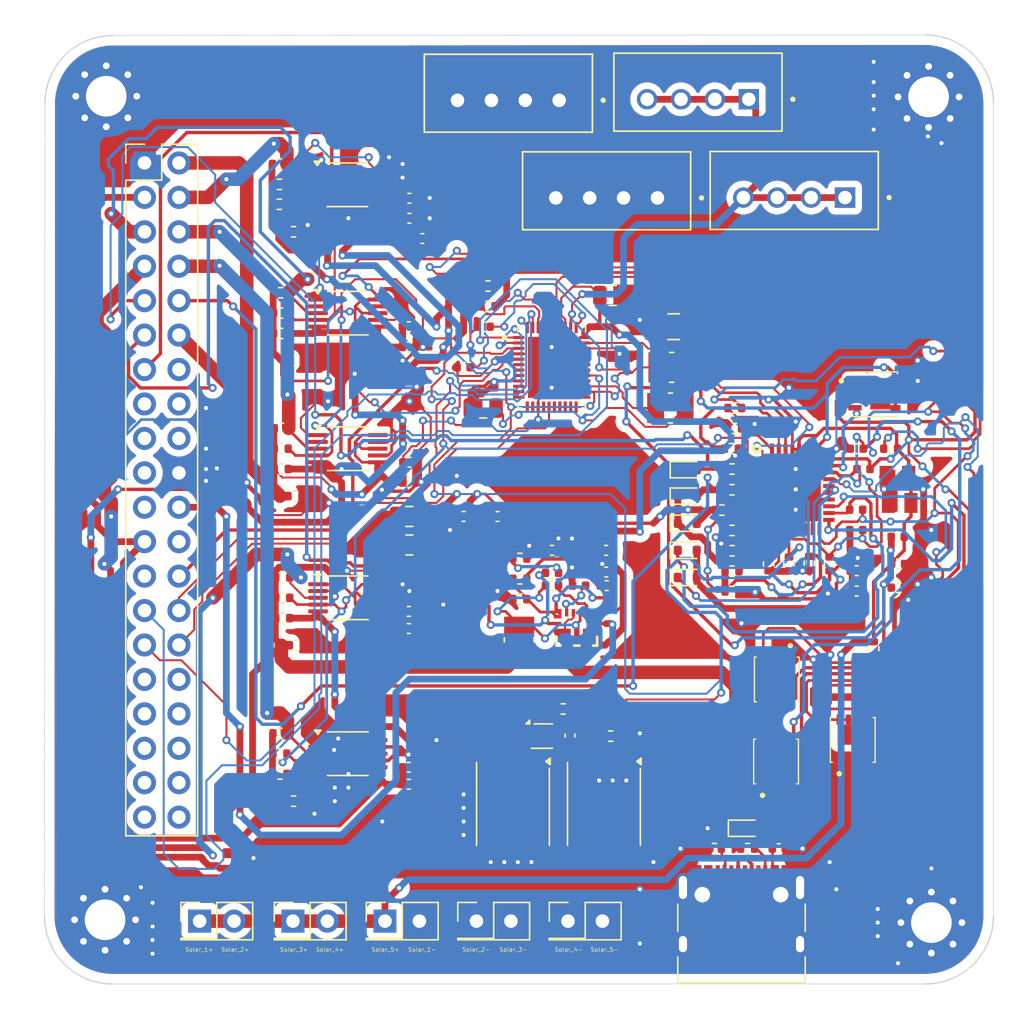
<source format=kicad_pcb>
(kicad_pcb (version 20241229) (generator "pcbnew") (generator_version "9.0")
  (title_block (title "VikramSatv0.EPS") (company "Astralis"))
  (layers (0 "F.Cu" signal) (2 "B.Cu" signal) (13 "F.Paste" user) (15 "B.Paste" user) (5 "F.SilkS" user "F.Silkscreen") (7 "B.SilkS" user "B.Silkscreen") (1 "F.Mask" user) (3 "B.Mask" user) (25 "Edge.Cuts" user))
  (net 0 "")
  (net 1 "Net-(Q5-G)")
  (net 2 "Net-(D5-K)")
  (net 3 "Net-(Q6-G)")
  (net 4 "B1+")
  (net 5 "ACP_BC")
  (net 6 "5V")
  (net 7 "3v3")
  (net 8 "Net-(U6-BAT)")
  (net 9 "Net-(IC1-COMP)")
  (net 10 "Net-(C13-Pad2)")
  (net 11 "Net-(IC1-SW_1)")
  (net 12 "Net-(IC1-BST)")
  (net 13 "Net-(IC1-FB_1)")
  (net 14 "Net-(IC1-VCC)")
  (net 15 "VBUSOTG")
  (net 16 "SWOUT")
  (net 17 "Net-(IC2-INTLDO)")
  (net 18 "SRP_BC")
  (net 19 "ACN_BC")
  (net 20 "Net-(D6-K)")
  (net 21 "Net-(IC3-SW1)")
  (net 22 "DRV_SUP_BC")
  (net 23 "Net-(IC3-SW2)")
  (net 24 "VBUS_USB")
  (net 25 "STAT_1_BC")
  (net 26 "REGN_BC")
  (net 27 "STAT_2_BC")
  (net 28 "PG_BC")
  (net 29 "EN_5V_BST_MGT")
  (net 31 "Net-(IC2-VLX4)")
  (net 39 "WAKEUP")
  (net 40 "I2C0_SDA")
  (net 43 "INTn")
  (net 44 "I2C0_SCL")
  (net 45 "PONKEYn")
  (net 47 "RSTn")
  (net 48 "Net-(IC2-VLXBST)")
  (net 58 "VDD")
  (net 59 "PWRCTRL")
  (net 62 "INT_BC")
  (net 63 "FBG_BC")
  (net 64 "LODRV_BC_1")
  (net 66 "Net-(IC3-STAT2)")
  (net 67 "ACOV_BC")
  (net 68 "ACUV_BC")
  (net 69 "CE_BC")
  (net 70 "Net-(IC3-STAT1)")
  (net 71 "Net-(IC3-FSW_SYNC)")
  (net 73 "FB_BC")
  (net 74 "HIDRV_BC_2")
  (net 75 "Net-(IC3-TS)")
  (net 76 "Net-(IC3-ICHG)")
  (net 77 "LODRV_BC_2")
  (net 78 "HIDRV_BC_1")
  (net 80 "Net-(IC3-ILIM_HIZ)")
  (net 81 "Net-(IC3-~{PG})")
  (net 82 "D-")
  (net 83 "D+")
  (net 84 "Net-(J1-CC1)")
  (net 85 "Net-(J1-CC2)")
  (net 87 "SPI1_SCLK")
  (net 88 "SPI0_MISO")
  (net 89 "SPI0_DEV3")
  (net 90 "SPI0_SCLK")
  (net 91 "SPI1_DEV1")
  (net 92 "SPI0_MOSI")
  (net 93 "I2C1_SCL")
  (net 94 "I2C1_SDA")
  (net 95 "SPI0_DEV1")
  (net 96 "ALERT_BP_CS")
  (net 97 "UART0_RX")
  (net 98 "ALERT_5V_MGT_CS")
  (net 99 "UART0_TX")
  (net 100 "SPI1_MISO")
  (net 101 "SPI1_MOSI")
  (net 102 "ALERT_3v3_CS")
  (net 103 "ALERT_Solar_CS")
  (net 105 "BEAT")
  (net 106 "SPI1_DEV3")
  (net 107 "SPI1_DEV2")
  (net 108 "ALERT_5V_CS")
  (net 109 "SPI0_DEV2")
  (net 110 "Net-(Q5-D)")
  (net 111 "Net-(U6-V-)")
  (net 112 "SDA_CS_3")
  (net 113 "SCL_CS_4")
  (net 115 "B1-")
  (footprint "Resistor_SMD:R_0402_1005Metric" (layer "F.Cu") (at 72.8125 53.75)
    (property "Reference" "R26" (hide yes))
    (property "Value" "10kΩ" (hide yes))
  )
  (footprint "Capacitor_SMD:C_0402_1005Metric" (layer "F.Cu") (at 63.5325 59.75)
    (property "Reference" "C15" (hide yes))
    (property "Value" "0.1uF" (hide yes))
  )
  (footprint "Resistor_SMD:R_0402_1005Metric" (layer "F.Cu") (at 40.5725 55.75 180)
    (property "Reference" "R12" (hide yes))
    (property "Value" "4mΩ" (hide yes))
  )
  (footprint "Inductors:2.2uH" (layer "F.Cu") (at 57.1125 66.35 90)
    (property "Reference" "L1" (hide yes))
    (property "Value" "2.2uH" (hide yes))
  )
  (footprint "Connector_USB:USB_C_Receptacle_HRO_TYPE-C-31-M-12" (layer "F.Cu") (at 73.5125 87.75)
    (property "Reference" "J1" (hide yes))
    (property "Value" "USB_C_Receptacle_USB2.0_14P" (hide yes))
  )
  (footprint "Capacitor_SMD:C_0402_1005Metric" (layer "F.Cu") (at 53.0125 57.25)
    (property "Reference" "C26" (hide yes))
    (property "Value" "4.7uF" (hide yes))
  )
  (footprint "Resistor_SMD:R_0402_1005Metric" (layer "F.Cu") (at 54.8125 40.25)
    (property "Reference" "R24" (hide yes))
    (property "Value" "4.7kΩ" (hide yes))
  )
  (footprint "Resistor_SMD:R_0402_1005Metric" (layer "F.Cu") (at 40.4725 78.25 180)
    (property "Reference" "R37" (hide yes))
    (property "Value" "4mΩ" (hide yes))
  )
  (footprint "Capacitor_SMD:C_0402_1005Metric" (layer "F.Cu") (at 63.5725 62.35)
    (property "Reference" "C17" (hide yes))
    (property "Value" "0.1uF" (hide yes))
  )
  (footprint "Capacitor_SMD:C_0402_1005Metric" (layer "F.Cu") (at 82.5125 53.75)
    (property "Reference" "C38" (hide yes))
    (property "Value" "0.1uF" (hide yes))
  )
  (footprint "Connector_PinHeader_2.54mm:PinHeader_2x01_P2.54mm_Vertical" (layer "F.Cu") (at 47.2125 87.1)
    (property "Reference" "J9" (hide yes))
    (property "Value" "Conn_01x02" (hide yes))
  )
  (footprint "Capacitor_SMD:C_0402_1005Metric" (layer "F.Cu") (at 55.5125 57.25 180)
    (property "Reference" "C30" (hide yes))
    (property "Value" "0.1uF" (hide yes))
  )
  (footprint "Resistor_SMD:R_0402_1005Metric" (layer "F.Cu") (at 39.5125 42.25 180)
    (property "Reference" "R5" (hide yes))
    (property "Value" "4.7kΩ" (hide yes))
  )
  (footprint "Connector_PinHeader_2.54mm:PinHeader_2x01_P2.54mm_Vertical" (layer "F.Cu") (at 53.9625 87.1)
    (property "Reference" "J10" (hide yes))
    (property "Value" "Conn_01x02" (hide yes))
  )
  (footprint "Capacitor_SMD:C_0805_2012Metric" (layer "F.Cu") (at 49.0125 59.35)
    (property "Reference" "C21" (hide yes))
    (property "Value" "10uF" (hide yes))
  )
  (footprint "Capacitors:220uF" (layer "F.Cu") (at 68.5125 43.25)
    (property "Reference" "C27" (hide yes))
    (property "Value" "220uF" (hide yes))
  )
  (footprint "Resistor_SMD:R_0402_1005Metric" (layer "F.Cu") (at 72.8005 62.78)
    (property "Reference" "R32" (hide yes))
    (property "Value" "30.1kΩ" (hide yes))
  )
  (footprint "Package_SON:WSON-6_1.5x1.5mm_P0.5mm" (layer "F.Cu") (at 58.7875 73.45)
    (property "Reference" "U6" (hide yes))
    (property "Value" "BQ297xy" (hide yes))
  )
  (footprint "Capacitors:22uF" (layer "F.Cu") (at 61.6125 59.75)
    (property "Reference" "C18" (hide yes))
    (property "Value" "22uF" (hide yes))
  )
  (footprint "Capacitor_SMD:C_0402_1005Metric" (layer "F.Cu") (at 59.5325 62.35)
    (property "Reference" "C16" (hide yes))
    (property "Value" "0.1uF" (hide yes))
  )
  (footprint "Package_SO:VSSOP-10_3x3mm_P0.5mm" (layer "F.Cu") (at 44.4725 42.25)
    (property "Reference" "U2" (hide yes))
    (property "Value" "INA226" (hide yes))
  )
  (footprint "MountingHole:MountingHole_3mm_Pad_Via" (layer "F.Cu") (at 87.3125 26.3)
    (property "Reference" "H1" (hide yes))
    (property "Value" "MountingHole_Pad" (hide yes))
  )
  (footprint "Capacitor_SMD:C_0402_1005Metric" (layer "F.Cu") (at 85.0625 60.75)
    (property "Reference" "C35" (hide yes))
    (property "Value" "470nF" (hide yes))
  )
  (footprint "Inductors:1uH" (layer "F.Cu") (at 68.3565 46.25)
    (property "Reference" "LX1" (hide yes))
    (property "Value" "1uH" (hide yes))
  )
  (footprint "Resistor_SMD:R_0402_1005Metric" (layer "F.Cu") (at 40.6725 45.75 180)
    (property "Reference" "R8" (hide yes))
    (property "Value" "4mΩ" (hide yes))
  )
  (footprint "Mosfet 20A, 30V:Mosfet 20A, 30V" (layer "F.Cu") (at 76.1125 68.8 -90)
    (property "Reference" "Q4" (hide yes))
    (property "Value" "Mosfet 20A, 30V" (hide yes))
  )
  (footprint "Diode_SMD:D_SOD-523" (layer "F.Cu") (at 69.5125 55.75)
    (property "Reference" "D2" (hide yes))
    (property "Value" "1N4148WT" (hide yes))
  )
  (footprint "Resistor_SMD:R_0402_1005Metric" (layer "F.Cu") (at 39.4225 31.25 180)
    (property "Reference" "R3" (hide yes))
    (property "Value" "10kΩ" (hide yes))
  )
  (footprint "Capacitor_SMD:C_0402_1005Metric" (layer "F.Cu") (at 59.5325 61.41)
    (property "Reference" "C13" (hide yes))
    (property "Value" "1nF" (hide yes))
  )
  (footprint "Resistor_SMD:R_0402_1005Metric" (layer "F.Cu") (at 72.8245 59.78)
    (property "Reference" "R30" (hide yes))
    (property "Value" "19.1kΩ" (hide yes))
  )
  (footprint "Mosfet 20A, 30V:Mosfet 20A, 30V" (layer "F.Cu") (at 76.0625 75.8 90)
    (property "Reference" "Q3" (hide yes))
    (property "Value" "Mosfet 20A, 30V" (hide yes))
  )
  (footprint "Capacitor_SMD:C_0805_2012Metric" (layer "F.Cu") (at 54.4575 49.25 180)
    (property "Reference" "C22" (hide yes))
    (property "Value" "10uF" (hide yes))
  )
  (footprint "Resistor_SMD:R_0402_1005Metric" (layer "F.Cu") (at 39.5625 53.75 180)
    (property "Reference" "R10" (hide yes))
    (property "Value" "4.7kΩ" (hide yes))
  )
  (footprint "Package_SO:VSSOP-10_3x3mm_P0.5mm" (layer "F.Cu") (at 44.4725 63.25)
    (property "Reference" "U4" (hide yes))
    (property "Value" "INA226" (hide yes))
  )
  (footprint "Capacitor_SMD:C_0402_1005Metric" (layer "F.Cu") (at 76.2625 81.75)
    (property "Reference" "C42" (hide yes))
    (property "Value" "1uF" (hide yes))
  )
  (footprint "Resistor_SMD:R_0402_1005Metric" (layer "F.Cu") (at 72.0625 56.78)
    (property "Reference" "R28" (hide yes))
    (property "Value" "10kΩ" (hide yes))
  )
  (footprint "Resistor_SMD:R_0402_1005Metric" (layer "F.Cu") (at 72.8125 61.28)
    (property "Reference" "R31" (hide yes))
    (property "Value" "5.23kΩ" (hide yes))
  )
  (footprint "JST_XH_B4B-XH-A_1x04_P2.50mm:JST_B4B-XH-A" (layer "F.Cu") (at 63.5625 33.225)
    (property "Reference" "J5" (hide yes))
    (property "Value" "B4B-XH-A" (hide yes))
  )
  (footprint "Connector_PinHeader_2.54mm:PinHeader_2x01_P2.54mm_Vertical" (layer "F.Cu") (at 60.7125 87.1)
    (property "Reference" "J11" (hide yes))
    (property "Value" "Conn_01x02" (hide yes))
  )
  (footprint "Resistor_SMD:R_0402_1005Metric" (layer "F.Cu") (at 40.4725 36.25 180)
    (property "Reference" "R4" (hide yes))
    (property "Value" "4mΩ" (hide yes))
  )
  (footprint "Resistor_SMD:R_0402_1005Metric" (layer "F.Cu") (at 39.6725 64.75 180)
    (property "Reference" "R14" (hide yes))
    (property "Value" "4.7kΩ" (hide yes))
  )
  (footprint "Capacitor_SMD:C_0402_1005Metric" (layer "F.Cu") (at 61.5325 62.35)
    (property "Reference" "C20" (hide yes))
    (property "Value" "0.1uF" (hide yes))
  )
  (footprint "Resistor_SMD:R_0402_1005Metric" (layer "F.Cu") (at 39.4625 74.75 180)
    (property "Reference" "R39" (hide yes))
    (property "Value" "4.7kΩ" (hide yes))
  )
  (footprint "JST_XH_B4B-XH-A_1x04_P2.50mm:JST_B4B-XH-A" (layer "F.Cu") (at 70.3 25.95)
    (property "Reference" "J4" (hide yes))
    (property "Value" "B4B-XH-A" (hide yes))
  )
  (footprint "Diode_SMD:D_SOD-523" (layer "F.Cu") (at 73.8025 80.25)
    (property "Reference" "D4" (hide yes))
    (property "Value" "1N4148WT" (hide yes))
  )
  (footprint "Capacitor_SMD:C_0402_1005Metric" (layer "F.Cu") (at 59.5325 59.75)
    (property "Reference" "C12" (hide yes))
    (property "Value" "0.1uF" (hide yes))
  )
  (footprint "Resistor_SMD:R_0402_1005Metric" (layer "F.Cu") (at 40.6725 66.75 180)
    (property "Reference" "R16" (hide yes))
    (property "Value" "4mΩ" (hide yes))
  )
  (footprint "Mosfet 20A, 30V:Mosfet 20A, 30V" (layer "F.Cu") (at 81.717326 74.204826 90)
    (property "Reference" "Q2" (hide yes))
    (property "Value" "Mosfet 20A, 30V" (hide yes))
  )
  (footprint "BQ25756E:QFN50P500X600X100-37N-D" (layer "F.Cu") (at 77.5125 55.25)
    (property "Reference" "IC3" (hide yes))
    (property "Value" "BQ25756ERRVR" (hide yes))
  )
  (footprint "Diode_SMD:D_SOD-523" (layer "F.Cu") (at 69.5125 57.75)
    (property "Reference" "D3" (hide yes))
    (property "Value" "1N4148WT" (hide yes))
  )
  (footprint "Resistor_SMD:R_0402_1005Metric" (layer "F.Cu") (at 39.5125 43.75 180)
    (property "Reference" "R6" (hide yes))
    (property "Value" "4.7kΩ" (hide yes))
  )
  (footprint "Capacitors:100uF" (layer "F.Cu") (at 85.0125 54.25)
    (property "Reference" "C33" (hide yes))
    (property "Value" "100uF" (hide yes))
  )
  (footprint "Resistor_SMD:R_0402_1005Metric" (layer "F.Cu") (at 75.5125 60.75 -90)
    (property "Reference" "R36" (hide yes))
    (property "Value" "100kΩ" (hide yes))
  )
  (footprint "Package_SO:VSSOP-10_3x3mm_P0.5mm" (layer "F.Cu") (at 44.4325 32.78)
    (property "Reference" "U1" (hide yes))
    (property "Value" "INA226" (hide yes))
  )
  (footprint "Package_SO:VSSOP-10_3x3mm_P0.5mm" (layer "F.Cu") (at 44.4725 74.75)
    (property "Reference" "U5" (hide yes))
    (property "Value" "INA226" (hide yes))
  )
  (footprint "Package_TO_SOT_SMD:TDSON-8-1" (layer "F.Cu") (at 63.3625 78.45 -90)
    (property "Reference" "Q5" (hide yes))
    (property "Value" "CSD16401Q5" (hide yes))
  )
  (footprint "Resistor_SMD:R_0402_1005Metric" (layer "F.Cu") (at 72.8125 58.28)
    (property "Reference" "R29" (hide yes))
    (property "Value" "4.22kΩ" (hide yes))
  )
  (footprint "Capacitor_SMD:C_0402_1005Metric" (layer "F.Cu") (at 63.5325 61.35)
    (property "Reference" "C14" (hide yes))
    (property "Value" "10uF" (hide yes))
  )
  (footprint "Resistor_SMD:R_0402_1005Metric" (layer "F.Cu") (at 39.5625 52.25 180)
    (property "Reference" "R9" (hide yes))
    (property "Value" "4.7kΩ" (hide yes))
  )
  (footprint "Capacitor_SMD:C_0402_1005Metric" (layer "F.Cu") (at 81.9725 58.25)
    (property "Reference" "C29" (hide yes))
    (property "Value" "0.1uF" (hide yes))
  )
  (footprint "MountingHole:MountingHole_3mm_Pad_Via" (layer "F.Cu") (at 26.65 26.25)
    (property "Reference" "H2" (hide yes))
    (property "Value" "MountingHole_Pad" (hide yes))
  )
  (footprint "Capacitor_SMD:C_0402_1005Metric" (layer "F.Cu") (at 85.0375 58.75)
    (property "Reference" "C37" (hide yes))
    (property "Value" "470nF" (hide yes))
  )
  (footprint "Resistor_SMD:R_0402_1005Metric" (layer "F.Cu") (at 83.2625 67 -90)
    (property "Reference" "R33" (hide yes))
    (property "Value" "1mΩ" (hide yes))
  )
  (footprint "Capacitor_SMD:C_0402_1005Metric" (layer "F.Cu") (at 49.0125 53.25 180)
    (property "Reference" "C7" (hide yes))
    (property "Value" "0.1uF" (hide yes))
  )
  (footprint "Resistor_SMD:R_0402_1005Metric" (layer "F.Cu") (at 73.9625 81.75 180)
    (property "Reference" "R23" (hide yes))
    (property "Value" "10kΩ" (hide yes))
  )
  (footprint "Capacitor_SMD:C_0402_1005Metric" (layer "F.Cu") (at 85.0375 62.5 180)
    (property "Reference" "C36" (hide yes))
    (property "Value" "470nF" (hide yes))
  )
  (footprint "Resistor_SMD:R_0402_1005Metric" (layer "F.Cu") (at 84.5125 52.25)
    (property "Reference" "R41" (hide yes))
    (property "Value" "357kΩ" (hide yes))
  )
  (footprint "TPS61288:TPS61288" (layer "F.Cu") (at 61.3625 65.525)
    (property "Reference" "IC1" (hide yes))
    (property "Value" "TPS61288LRQQR" (hide yes))
  )
  (footprint "Capacitor_SMD:C_0402_1005Metric" (layer "F.Cu") (at 60.8625 73.41 90)
    (property "Reference" "C11" (hide yes))
    (property "Value" "0.1uF" (hide yes))
  )
  (footprint "Resistor_SMD:R_0402_1005Metric" (layer "F.Cu") (at 39.5625 50.75 180)
    (property "Reference" "R11" (hide yes))
    (property "Value" "10kΩ" (hide yes))
  )
  (footprint "Capacitor_SMD:C_0805_2012Metric" (layer "F.Cu") (at 64.0125 40.95)
    (property "Reference" "C24" (hide yes))
    (property "Value" "10uF" (hide yes))
  )
  (footprint "Diode_SMD:D_SOD-523" (layer "F.Cu") (at 69.5125 59.75)
    (property "Reference" "D5" (hide yes))
    (property "Value" "1N4148WT" (hide yes))
  )
  (footprint "Resistor_SMD:R_0402_1005Metric" (layer "F.Cu") (at 77.0125 60.75 90)
    (property "Reference" "R35" (hide yes))
    (property "Value" "174kΩ" (hide yes))
  )
  (footprint "MountingHole:MountingHole_3mm_Pad_Via" (layer "F.Cu") (at 26.5625 87)
    (property "Reference" "H4" (hide yes))
    (property "Value" "MountingHole_Pad" (hide yes))
  )
  (footprint "Resistor_SMD:R_0402_1005Metric" (layer "F.Cu") (at 54.8125 41.75)
    (property "Reference" "R25" (hide yes))
    (property "Value" "4.7kΩ" (hide yes))
  )
  (footprint "Inductors:1uH" (layer "F.Cu") (at 68.2665 49.25 180)
    (property "Reference" "LX4" (hide yes))
    (property "Value" "1uH" (hide yes))
  )
  (footprint "Package_SO:VSSOP-10_3x3mm_P0.5mm" (layer "F.Cu") (at 44.4725 52.25)
    (property "Reference" "U3" (hide yes))
    (property "Value" "INA226" (hide yes))
  )
  (footprint "Connector_PinHeader_2.54mm:PinHeader_2x20_P2.54mm_Vertical" (layer "F.Cu") (at 29.4725 31.17)
    (property "Reference" "J2" (hide yes))
    (property "Value" "Conn_02x20_Top_Bottom" (hide yes))
  )
  (footprint "Capacitor_SMD:C_0402_1005Metric" (layer "F.Cu") (at 82.0125 61.25)
    (property "Reference" "C39" (hide yes))
    (property "Value" "4.7uF" (hide yes))
  )
  (footprint "Diode_SMD:D_SOD-523" (layer "F.Cu") (at 69.5125 53.8)
    (property "Reference" "D1" (hide yes))
    (property "Value" "1N4148WT" (hide yes))
  )
  (footprint "Capacitor_SMD:C_0402_1005Metric" (layer "F.Cu") (at 49.9725 36.75)
    (property "Reference" "C32" (hide yes))
    (property "Value" "1uF" (hide yes))
  )
  (footprint "Capacitor_SMD:C_0402_1005Metric" (layer "F.Cu") (at 49.0125 33.78 180)
    (property "Reference" "C2" (hide yes))
    (property "Value" "0.1uF" (hide yes))
  )
  (footprint "Resistor_SMD:R_0402_1005Metric" (layer "F.Cu") (at 63.8625 73.45)
    (property "Reference" "R17" (hide yes))
    (property "Value" "330Ω" (hide yes))
  )
  (footprint "Resistor_SMD:R_0402_1005Metric" (layer "F.Cu") (at 39.4625 76.25 180)
    (property "Reference" "R40" (hide yes))
    (property "Value" "4.7kΩ" (hide yes))
  )
  (footprint "Resistor_SMD:R_0402_1005Metric" (layer "F.Cu") (at 57.1625 63.35)
    (property "Reference" "R21" (hide yes))
    (property "Value" "14.3kΩ" (hide yes))
  )
  (footprint "Resistor_SMD:R_0402_1005Metric" (layer "F.Cu") (at 39.4225 32.75 180)
    (property "Reference" "R1" (hide yes))
    (property "Value" "4.7kΩ" (hide yes))
  )
  (footprint "Resistor_SMD:R_0402_1005Metric" (layer "F.Cu") (at 57.1625 60.35)
    (property "Reference" "R19" (hide yes))
    (property "Value" "36.5kΩ" (hide yes))
  )
  (footprint "Capacitor_SMD:C_0402_1005Metric" (layer "F.Cu") (at 49.0125 54.75 180)
    (property "Reference" "C8" (hide yes))
    (property "Value" "0.1uF" (hide yes))
  )
  (footprint "Capacitor_SMD:C_0402_1005Metric" (layer "F.Cu") (at 82.0125 52.25)
    (property "Reference" "C31" (hide yes))
    (property "Value" "0.1uF" (hide yes))
  )
  (footprint "Capacitor_SMD:C_0402_1005Metric" (layer "F.Cu") (at 48.9725 77.01 180)
    (property "Reference" "C5" (hide yes))
    (property "Value" "0.1uF" (hide yes))
  )
  (footprint "Resistor_SMD:R_0402_1005Metric" (layer "F.Cu") (at 78.5125 60.7 90)
    (property "Reference" "TH1" (hide yes))
    (property "Value" "10kΩ NTC" (hide yes))
  )
  (footprint "Resistor_SMD:R_0402_1005Metric" (layer "F.Cu") (at 73.0125 49.25)
    (property "Reference" "R42" (hide yes))
    (property "Value" "75kΩ" (hide yes))
  )
  (footprint "Resistor_SMD:R_0402_1005Metric" (layer "F.Cu") (at 71.5125 81.75 180)
    (property "Reference" "R22" (hide yes))
    (property "Value" "10kΩ" (hide yes))
  )
  (footprint "Resistor_SMD:R_0402_1005Metric" (layer "F.Cu") (at 39.6725 61.75 180)
    (property "Reference" "R15" (hide yes))
    (property "Value" "10kΩ" (hide yes))
  )
  (footprint "Resistor_SMD:R_0402_1005Metric" (layer "F.Cu") (at 39.5125 40.75 180)
    (property "Reference" "R7" (hide yes))
    (property "Value" "10kΩ" (hide yes))
  )
  (footprint "Capacitors:100uF" (layer "F.Cu") (at 85.1825 56.25)
    (property "Reference" "C34" (hide yes))
    (property "Value" "100uF" (hide yes))
  )
  (footprint "Capacitor_SMD:C_0402_1005Metric" (layer "F.Cu") (at 49.0125 35.25 180)
    (property "Reference" "C1" (hide yes))
    (property "Value" "0.1uF" (hide yes))
  )
  (footprint "Resistor_SMD:R_0402_1005Metric" (layer "F.Cu") (at 39.6725 63.25 180)
    (property "Reference" "R13" (hide yes))
    (property "Value" "4.7kΩ" (hide yes))
  )
  (footprint "Resistor_SMD:R_0402_1005Metric" (layer "F.Cu") (at 80.0125 60.75 90)
    (property "Reference" "R34" (hide yes))
    (property "Value" "5mΩ" (hide yes))
  )
  (footprint "Resistor_SMD:R_0402_1005Metric" (layer "F.Cu") (at 39.4625 73.25 180)
    (property "Reference" "R38" (hide yes))
    (property "Value" "10kΩ" (hide yes))
  )
  (footprint "Capacitor_SMD:C_0402_1005Metric" (layer "F.Cu") (at 48.9725 75.75 180)
    (property "Reference" "C6" (hide yes))
    (property "Value" "0.1uF" (hide yes))
  )
  (footprint "Resistor_SMD:R_0402_1005Metric" (layer "F.Cu") (at 73.0005 50.75 180)
    (property "Reference" "R44" (hide yes))
    (property "Value" "133kΩ" (hide yes))
  )
  (footprint "Capacitor_SMD:C_0402_1005Metric" (layer "F.Cu") (at 54.4875 43.25)
    (property "Reference" "C25" (hide yes))
    (property "Value" "4.7uF" (hide yes))
  )
  (footprint "Diode_SMD:D_SOD-523" (layer "F.Cu") (at 69.5125 61.75)
    (property "Reference" "D6" (hide yes))
    (property "Value" "1N4148WT" (hide yes))
  )
  (footprint "Resistor_SMD:R_0402_1005Metric" (layer "F.Cu") (at 72.8125 55.28)
    (property "Reference" "R27" (hide yes))
    (property "Value" "10kΩ" (hide yes))
  )
  (footprint "Resistor_SMD:R_0402_1005Metric" (layer "F.Cu") (at 39.4125 34.22 180)
    (property "Reference" "R2" (hide yes))
    (property "Value" "4.7kΩ" (hide yes))
  )
  (footprint "Connector_PinHeader_2.54mm:PinHeader_2x01_P2.54mm_Vertical" (layer "F.Cu") (at 33.5375 87.1)
    (property "Reference" "Solar_1+")
    (property "Value" "Conn_01x02" (hide yes))
  )
  (footprint "Capacitor_SMD:C_0402_1005Metric" (layer "F.Cu") (at 48.9725 64.25 180)
    (property "Reference" "C10" (hide yes))
    (property "Value" "0.1uF" (hide yes))
  )
  (footprint "JST_XH_B4B-XH-A_1x04_P2.50mm:JST_B4B-XH-A" (layer "F.Cu") (at 77.4 33.2)
    (property "Reference" "J7" (hide yes))
    (property "Value" "B4B-XH-A" (hide yes))
  )
  (footprint "Capacitor_SMD:C_0402_1005Metric" (layer "F.Cu") (at 81.9725 56.75)
    (property "Reference" "C41" (hide yes))
    (property "Value" "0.1uF" (hide yes))
  )
  (footprint "Capacitor_SMD:C_0402_1005Metric" (layer "F.Cu") (at 48.9725 44.75 180)
    (property "Reference" "C3" (hide yes))
    (property "Value" "0.1uF" (hide yes))
  )
  (footprint "Resistor_SMD:R_0402_1005Metric" (layer "F.Cu") (at 57.1625 61.85)
    (property "Reference" "R20" (hide yes))
    (property "Value" "105kΩ" (hide yes))
  )
  (footprint "Resistor_SMD:R_0402_1005Metric" (layer "F.Cu") (at 60.3625 71.45 180)
    (property "Reference" "R18" (hide yes))
    (property "Value" "2.2kΩ" (hide yes))
  )
  (footprint "Capacitor_SMD:C_0402_1005Metric" (layer "F.Cu") (at 82.0125 62.75)
    (property "Reference" "C40" (hide yes))
    (property "Value" "4.7uF" (hide yes))
  )
  (footprint "Capacitors:22uF" (layer "F.Cu") (at 61.5725 61.35)
    (property "Reference" "C19" (hide yes))
    (property "Value" "22uF" (hide yes))
  )
  (footprint "Capacitor_SMD:C_0805_2012Metric" (layer "F.Cu") (at 49.0125 57.25 180)
    (property "Reference" "C23" (hide yes))
    (property "Value" "10uF" (hide yes))
  )
  (footprint "MountingHole:MountingHole_3mm_Pad_Via" (layer "F.Cu") (at 87.52151 87.20901)
    (property "Reference" "H3" (hide yes))
    (property "Value" "MountingHole_Pad" (hide yes))
  )
  (footprint "Connector_PinHeader_2.54mm:PinHeader_2x01_P2.54mm_Vertical" (layer "F.Cu") (at 40.4225 87.1)
    (property "Reference" "J8" (hide yes))
    (property "Value" "Conn_01x02" (hide yes))
  )
  (footprint "Resistor_SMD:R_0402_1005Metric" (layer "F.Cu") (at 72.7625 52.25)
    (property "Reference" "R43" (hide yes))
    (property "Value" "22.6kΩ" (hide yes))
  )
  (footprint "Mosfet 20A, 30V:Mosfet 20A, 30V" (layer "F.Cu") (at 82.8985 48.24)
    (property "Reference" "Q1" (hide yes))
    (property "Value" "Mosfet 20A, 30V" (hide yes))
  )
  (footprint "Capacitor_SMD:C_0402_1005Metric" (layer "F.Cu") (at 53.0125 46.25)
    (property "Reference" "C28" (hide yes))
    (property "Value" "4.7uF" (hide yes))
  )
  (footprint "Inductors:10uH" (layer "F.Cu") (at 88.9125 48.45 180)
    (property "Reference" "L2" (hide yes))
    (property "Value" "10uH" (hide yes))
  )
  (footprint "Capacitor_SMD:C_0402_1005Metric" (layer "F.Cu") (at 48.9725 65.52 180)
    (property "Reference" "C9" (hide yes))
    (property "Value" "0.1uF" (hide yes))
  )
  (footprint "Package_TO_SOT_SMD:TDSON-8-1" (layer "F.Cu") (at 56.6525 78.45 -90)
    (property "Reference" "Q6" (hide yes))
    (property "Value" "CSD16401Q5" (hide yes))
  )
  (footprint "STPMIC1A:STPMIC1A" (layer "F.Cu") (at 59.5125 46.25)
    (property "Reference" "IC2" (hide yes))
    (property "Value" "STPMIC1APQR" (hide yes))
  )
  (footprint "Capacitor_SMD:C_0402_1005Metric" (layer "F.Cu") (at 48.9725 43.25 180)
    (property "Reference" "C4" (hide yes))
    (property "Value" "0.1uF" (hide yes))
  )
  (footprint "JST_XH_B4B-XH-A_1x04_P2.50mm:JST_B4B-XH-A" (layer "F.Cu") (at 56.3125 26.025)
    (property "Reference" "J3" (hide yes))
    (property "Value" "B4B-XH-A" (hide yes))
  )
  (gr_line (start 27.130267 21.767768) (end 87.094733 21.732233) (stroke (width 0.05)) (layer "Edge.Cuts"))
  (gr_arc (start 22.130267 26.767767) (mid 23.594732 23.232232) (end 27.130267 21.767767) (stroke (width 0.1)) (layer "Edge.Cuts"))
  (gr_arc (start 92.094733 86.732233) (mid 90.630267 90.267767) (end 87.094733 91.732233) (stroke (width 0.1)) (layer "Edge.Cuts"))
  (gr_line (start 92.094733 26.732233) (end 92.094733 86.732233) (stroke (width 0.05)) (layer "Edge.Cuts"))
  (gr_arc (start 87.094733 21.732233) (mid 90.630267 23.196699) (end 92.094733 26.732233) (stroke (width 0.1)) (layer "Edge.Cuts"))
  (gr_line (start 87.094733 91.732233) (end 27.094733 91.732233) (stroke (width 0.05)) (layer "Edge.Cuts"))
  (gr_arc (start 27.094733 91.732233) (mid 23.559199 90.267767) (end 22.094733 86.732233) (stroke (width 0.1)) (layer "Edge.Cuts"))
  (gr_line (start 22.094733 86.732233) (end 22.130267 26.767767) (stroke (width 0.05)) (layer "Edge.Cuts"))
  (gr_text "Solar_3-" (at 56.6875 89.2 0) (layer "F.SilkS") (effects (font (size 0.3 0.3) (thickness 0.0375))))
  (gr_text "Solar_2-" (at 53.9375 89.2 0) (layer "F.SilkS") (effects (font (size 0.3 0.3) (thickness 0.0375))))
  (gr_text "Solar_4+" (at 43.1475 89.2 0) (layer "F.SilkS") (effects (font (size 0.3 0.3) (thickness 0.0375))))
  (gr_text "Solar_5+" (at 47.2525 89.2 0) (layer "F.SilkS") (effects (font (size 0.3 0.3) (thickness 0.0375))))
  (gr_text "Solar_1-" (at 49.9525 89.2 0) (layer "F.SilkS") (effects (font (size 0.3 0.3) (thickness 0.0375))))
  (gr_text "Solar_4-" (at 60.7625 89.2 0) (layer "F.SilkS") (effects (font (size 0.3 0.3) (thickness 0.0375))))
  (gr_text "Solar_3+" (at 40.4975 89.2 0) (layer "F.SilkS") (effects (font (size 0.3 0.3) (thickness 0.0375))))
  (gr_text "Solar_5-" (at 63.4125 89.2 0) (layer "F.SilkS") (effects (font (size 0.3 0.3) (thickness 0.0375))))
  (gr_text "Solar_2+" (at 36.1625 89.2 0) (layer "F.SilkS") (effects (font (size 0.3 0.3) (thickness 0.0375))))
  (segment (start 54.1715 75.059726) (end 54.1715 76.040274) (width 0.25) (layer "F.Cu") (net 1))
  (segment (start 54.432226 76.301) (end 60.7065 76.301) (width 0.25) (layer "F.Cu") (net 1))
  (segment (start 60.7065 76.301) (end 61.4575 75.55) (width 0.25) (layer "F.Cu") (net 1))
  (segment (start 55.781226 73.45) (end 54.1715 75.059726) (width 0.25) (layer "F.Cu") (net 1))
  (segment (start 54.1715 76.040274) (end 54.432226 76.301) (width 0.25) (layer "F.Cu") (net 1))
  (segment (start 58.2125 73.45) (end 55.781226 73.45) (width 0.25) (layer "F.Cu") (net 1))
  (segment (start 81.8765 55.886) (end 81.5125 56.25) (width 0.25) (layer "F.Cu") (net 2))
  (segment (start 81.5125 56.75) (end 81.2625 57) (width 0.2) (layer "F.Cu") (net 2))
  (segment (start 68.8125 60.516015) (end 69.27377 60.977285) (width 0.25) (layer "F.Cu") (net 2))
  (segment (start 83.0585 57.71711) (end 83.076314 57.699296) (width 0.25) (layer "F.Cu") (net 2))
  (segment (start 83.0585 57.162886) (end 83.0585 56.296) (width 0.25) (layer "F.Cu") (net 2))
  (segment (start 83.076314 57.699296) (end 83.076314 57.1807) (width 0.25) (layer "F.Cu") (net 2))
  (segment (start 83.232503 58.875) (end 83.0585 58.700997) (width 0.25) (layer "F.Cu") (net 2))
  (segment (start 83.076314 57.1807) (end 83.0585 57.162886) (width 0.25) (layer "F.Cu") (net 2))
  (segment (start 81.2625 57) (end 79.9625 57) (width 0.2) (layer "F.Cu") (net 2))
  (segment (start 82.6485 55.886) (end 81.8765 55.886) (width 0.25) (layer "F.Cu") (net 2))
  (segment (start 83.0585 56.296) (end 82.6485 55.886) (width 0.25) (layer "F.Cu") (net 2))
  (segment (start 81.5125 56.25) (end 81.5125 56.75) (width 0.25) (layer "F.Cu") (net 2))
  (segment (start 68.8125 59.75) (end 68.8125 60.516015) (width 0.25) (layer "F.Cu") (net 2))
  (segment (start 83.0585 58.700997) (end 83.0585 57.71711) (width 0.25) (layer "F.Cu") (net 2))
  (via (at 69.27377 60.977285) (size 0.6) (drill 0.3) (layers "F.Cu" "B.Cu") (net 2))
  (via (at 83.232503 58.875) (size 0.6) (drill 0.3) (layers "F.Cu" "B.Cu") (net 2))
  (segment (start 83.9365 60.059298) (end 83.9365 61.511412) (width 0.25) (layer "B.Cu") (net 2))
  (segment (start 83.474205 59.116702) (end 83.5125 59.116702) (width 0.25) (layer "B.Cu") (net 2))
  (segment (start 83.753202 61.624) (end 83.3865 61.990702) (width 0.25) (layer "B.Cu") (net 2))
  (segment (start 69.753202 63.876) (end 69.27377 63.396568) (width 0.25) (layer "B.Cu") (net 2))
  (segment (start 71.77631 63.876) (end 69.753202 63.876) (width 0.25) (layer "B.Cu") (net 2))
  (segment (start 72.4635 64.56319) (end 71.77631 63.876) (width 0.25) (layer "B.Cu") (net 2))
  (segment (start 83.8865 60.009298) (end 83.9365 60.059298) (width 0.25) (layer "B.Cu") (net 2))
  (segment (start 73.0125 65.75) (end 72.4635 65.201) (width 0.25) (layer "B.Cu") (net 2))
  (segment (start 82.5125 65.75) (end 73.0125 65.75) (width 0.25) (layer "B.Cu") (net 2))
  (segment (start 83.3865 62.509298) (end 83.5615 62.684298) (width 0.25) (layer "B.Cu") (net 2))
  (segment (start 83.232503 58.875) (end 83.474205 59.116702) (width 0.25) (layer "B.Cu") (net 2))
  (segment (start 72.4635 65.201) (end 72.4635 64.56319) (width 0.25) (layer "B.Cu") (net 2))
  (segment (start 83.3865 61.990702) (end 83.3865 62.509298) (width 0.25) (layer "B.Cu") (net 2))
  (segment (start 83.5615 64.701) (end 82.5125 65.75) (width 0.25) (layer "B.Cu") (net 2))
  (segment (start 83.823912 61.624) (end 83.753202 61.624) (width 0.25) (layer "B.Cu") (net 2))
  (segment (start 83.5125 59.116702) (end 83.8865 59.490702) (width 0.25) (layer "B.Cu") (net 2))
  (segment (start 83.8865 59.490702) (end 83.8865 60.009298) (width 0.25) (layer "B.Cu") (net 2))
  (segment (start 83.9365 61.511412) (end 83.823912 61.624) (width 0.25) (layer "B.Cu") (net 2))
  (segment (start 69.27377 63.396568) (end 69.27377 60.977285) (width 0.25) (layer "B.Cu") (net 2))
  (segment (start 83.5615 62.684298) (end 83.5615 64.701) (width 0.25) (layer "B.Cu") (net 2))
  (segment (start 56.3475 73.95) (end 54.7475 75.55) (width 0.25) (layer "F.Cu") (net 3))
  (segment (start 58.2125 73.95) (end 56.3475 73.95) (width 0.25) (layer "F.Cu") (net 3))
  (segment (start 81.5125 60.064) (end 81.5125 59.75) (width 0.25) (layer "F.Cu") (net 4))
  (segment (start 74.5625 26.9875) (end 74.5625 32.8125) (width 0.5) (layer "F.Cu") (net 4))
  (segment (start 76.7625 59) (end 77.0125 59.25) (width 0.2) (layer "F.Cu") (net 4))
  (segment (start 55.5885 51.674) (end 56.491678 50.770822) (width 0.15) (layer "F.Cu") (net 4))
  (segment (start 50.855913 55.593413) (end 50.855913 53.410199) (width 0.15) (layer "F.Cu") (net 4))
  (segment (start 39.9625 36.25) (end 39.9625 37.05) (width 0.2) (layer "F.Cu") (net 4))
  (segment (start 74.05 26.475) (end 74.5625 26.9875) (width 0.5) (layer "F.Cu") (net 4))
  (segment (start 54.607913 55.593413) (end 54.0125 55.593413) (width 0.2) (layer "F.Cu") (net 4))
  (segment (start 47.5125 35.25) (end 47.0125 34.75) (width 0.5) (layer "F.Cu") (net 4))
  (segment (start 45.843676 33.75) (end 45.873676 33.78) (width 0.2) (layer "F.Cu") (net 4))
  (segment (start 71.55 26.475) (end 74.05 26.475) (width 0.5) (layer "F.Cu") (net 4))
  (segment (start 63.0125 46.25) (end 63.175 46.4125) (width 0.15) (layer "F.Cu") (net 4))
  (segment (start 55.9725 56.958) (end 54.607913 55.593413) (width 0.2) (layer "F.Cu") (net 4))
  (segment (start 60.9125 43.315) (end 60.9125 42.425) (width 0.15) (layer "F.Cu") (net 4))
  (segment (start 39.804 37.2085) (end 40.1965 37.601) (width 0.5) (layer "F.Cu") (net 4))
  (segment (start 65.175 46.4125) (end 65.425 46.6625) (width 0.15) (layer "F.Cu") (net 4))
  (segment (start 79.0615 62.876) (end 80.0125 61.925) (width 0.25) (layer "F.Cu") (net 4))
  (segment (start 42.867159 39.75) (end 42.929234 39.75) (width 0.5) (layer "F.Cu") (net 4))
  (segment (start 41.509032 32.28) (end 41.2315 32.002468) (width 0.15) (layer "F.Cu") (net 4))
  (segment (start 63.833358 48.05) (end 62.5125 48.05) (width 0.15) (layer "F.Cu") (net 4))
  (segment (start 69.05 26.475) (end 71.55 26.475) (width 0.5) (layer "F.Cu") (net 4))
  (segment (start 45.0125 32.25) (end 45.0125 33.25) (width 0.2) (layer "F.Cu") (net 4))
  (segment (start 78.65 33.725) (end 81.15 33.725) (width 0.5) (layer "F.Cu") (net 4))
  (segment (start 46.0125 31.16) (end 46.6325 31.78) (width 0.15) (layer "F.Cu") (net 4))
  (segment (start 38.8725 34.21) (end 38.8625 34.22) (width 0.5) (layer "F.Cu") (net 4))
  (segment (start 73.65 33.725) (end 76.15 33.725) (width 0.5) (layer "F.Cu") (net 4))
  (segment (start 44.079234 37.683266) (end 47.0125 34.75) (width 0.5) (layer "F.Cu") (net 4))
  (segment (start 77.6865 59.526) (end 77.0125 60.2) (width 0.25) (layer "F.Cu") (net 4))
  (segment (start 71.5125 70.75) (end 72.0125 70.25) (width 0.15) (layer "F.Cu") (net 4))
  (segment (start 49.9625 59.35) (end 49.9625 57.25) (width 0.5) (layer "F.Cu") (net 4))
  (segment (start 56.491678 50.770822) (end 56.491678 49.195822) (width 0.15) (layer "F.Cu") (net 4))
  (segment (start 60.9125 42.425) (end 61.0125 42.325) (width 0.15) (layer "F.Cu") (net 4))
  (segment (start 80.0125 61.3) (end 80.2765 61.3) (width 0.25) (layer "F.Cu") (net 4))
  (segment (start 63.175 46.4125) (end 65.175 46.4125) (width 0.15) (layer "F.Cu") (net 4))
  (segment (start 64.1635 48.380142) (end 63.833358 48.05) (width 0.15) (layer "F.Cu") (net 4))
  (segment (start 39.9625 37.05) (end 39.804 37.2085) (width 0.2) (layer "F.Cu") (net 4))
  (segment (start 55.9725 57.25) (end 55.9725 56.958) (width 0.2) (layer "F.Cu") (net 4))
  (segment (start 65.0125 70.75) (end 71.5125 70.75) (width 0.15) (layer "F.Cu") (net 4))
  (segment (start 56.16168 48.82418) (end 56.5125 49.175) (width 0.15) (layer "F.Cu") (net 4))
  (segment (start 45.5425 32.78) (end 45.0125 32.25) (width 0.2) (layer "F.Cu") (net 4))
  (segment (start 52.5125 55.593413) (end 50.855913 57.25) (width 0.5) (layer "F.Cu") (net 4))
  (segment (start 77.0125 59.25) (end 77.0125 60.2) (width 0.2) (layer "F.Cu") (net 4))
  (segment (start 38.8625 34.22) (end 38.8625 35.74) (width 0.5) (layer "F.Cu") (net 4))
  (segment (start 77.0125 62.25) (end 77.6385 62.876) (width 0.25) (layer "F.Cu") (net 4))
  (segment (start 40.718159 37.601) (end 42.867159 39.75) (width 0.5) (layer "F.Cu") (net 4))
  (segment (start 46.0125 30.75) (end 46.0125 31.16) (width 0.15) (layer "F.Cu") (net 4))
  (segment (start 62.355913 49.093413) (end 62.6435 48.805826) (width 0.15) (layer "F.Cu") (net 4))
  (segment (start 56.491678 49.195822) (end 56.5125 49.175) (width 0.15) (layer "F.Cu") (net 4))
  (segment (start 48.5525 35.25) (end 47.5125 35.25) (width 0.5) (layer "F.Cu") (net 4))
  (segment (start 41.2315 32.002468) (end 41.2315 30.531) (width 0.15) (layer "F.Cu") (net 4))
  (segment (start 45.4825 31.78) (end 45.0125 32.25) (width 0.2) (layer "F.Cu") (net 4))
  (segment (start 64.1635 47.075) (end 64.576 46.6625) (width 0.15) (layer "F.Cu") (net 4))
  (segment (start 61.9475 48.05) (end 62.5125 48.05) (width 0.15) (layer "F.Cu") (net 4))
  (segment (start 40.1965 37.601) (end 40.718159 37.601) (width 0.5) (layer "F.Cu") (net 4))
  (segment (start 38.8725 31.25) (end 38.8725 32.75) (width 0.5) (layer "F.Cu") (net 4))
  (segment (start 39.3725 36.777) (end 39.804 37.2085) (width 0.5) (layer "F.Cu") (net 4))
  (segment (start 61.0125 42.325) (end 61.0125 41.6) (width 0.15) (layer "F.Cu") (net 4))
  (segment (start 65.425 46.6625) (end 65.8375 46.25) (width 0.15) (layer "F.Cu") (net 4))
  (segment (start 81.5125 58.25) (end 81.5125 59.75) (width 0.5) (layer "F.Cu") (net 4))
  (segment (start 45.873676 33.78) (end 46.6325 33.78) (width 0.2) (layer "F.Cu") (net 4))
  (segment (start 62.6435 48.181) (end 62.5125 48.05) (width 0.15) (layer "F.Cu") (net 4))
  (segment (start 77.6385 62.876) (end 79.0615 62.876) (width 0.25) (layer "F.Cu") (net 4))
  (segment (start 41.2315 30.531) (end 42.068842 29.693658) (width 0.15) (layer "F.Cu") (net 4))
  (segment (start 66.55 26.475) (end 69.05 26.475) (width 0.5) (layer "F.Cu") (net 4))
  (segment (start 76.15 33.725) (end 78.65 33.725) (width 0.5) (layer "F.Cu") (net 4))
  (segment (start 50.855913 53.410199) (end 52.592112 51.674) (width 0.15) (layer "F.Cu") (net 4))
  (segment (start 56.16168 46.603584) (end 56.16168 48.82418) (width 0.15) (layer "F.Cu") (net 4))
  (segment (start 46.6325 32.78) (end 45.5425 32.78) (width 0.2) (layer "F.Cu") (net 4))
  (segment (start 53.4725 57.25) (end 53.4725 56.133413) (width 0.5) (layer "F.Cu") (net 4))
  (segment (start 80.0125 61.925) (end 80.0125 61.3) (width 0.25) (layer "F.Cu") (net 4))
  (segment (start 61.0125 41.6) (end 61.7625 40.85) (width 0.15) (layer "F.Cu") (net 4))
  (segment (start 80.2765 61.3) (end 81.5125 60.064) (width 0.25) (layer "F.Cu") (net 4))
  (segment (start 47.0125 34.75) (end 46.6325 34.37) (width 0.5) (layer "F.Cu") (net 4))
  (segment (start 38.8725 32.75) (end 38.8725 34.21) (width 0.5) (layer "F.Cu") (net 4))
  (segment (start 62.6435 48.805826) (end 62.6435 48.181) (width 0.15) (layer "F.Cu") (net 4))
  (segment (start 45.5125 33.75) (end 45.843676 33.75) (width 0.2) (layer "F.Cu") (net 4))
  (segment (start 45.0125 33.25) (end 45.5125 33.75) (width 0.2) (layer "F.Cu") (net 4))
  (segment (start 52.592112 51.674) (end 55.5885 51.674) (width 0.15) (layer "F.Cu") (net 4))
  (segment (start 64.576 46.6625) (end 65.425 46.6625) (width 0.15) (layer "F.Cu") (net 4))
  (segment (start 48.5525 33.78) (end 48.5525 35.25) (width 0.5) (layer "F.Cu") (net 4))
  (segment (start 46.6325 34.37) (end 46.6325 33.881) (width 0.5) (layer "F.Cu") (net 4))
  (segment (start 65.8375 46.25) (end 67.2665 46.25) (width 0.15) (layer "F.Cu") (net 4))
  (segment (start 44.079234 38) (end 44.079234 37.683266) (width 0.5) (layer "F.Cu") (net 4))
  (segment (start 39.3725 36.25) (end 39.3725 36.777) (width 0.5) (layer "F.Cu") (net 4))
  (segment (start 77.778912 59.526) (end 77.6865 59.526) (width 0.25) (layer "F.Cu") (net 4))
  (segment (start 76.7625 58.2) (end 76.7625 59) (width 0.2) (layer "F.Cu") (net 4))
  (segment (start 46.6325 31.78) (end 45.4825 31.78) (width 0.2) (layer "F.Cu") (net 4))
  (segment (start 42.2325 32.28) (end 41.509032 32.28) (width 0.15) (layer "F.Cu") (net 4))
  (segment (start 74.5625 32.8125) (end 73.65 33.725) (width 0.5) (layer "F.Cu") (net 4))
  (segment (start 64.375 71.3875) (end 65.0125 70.75) (width 0.15) (layer "F.Cu") (net 4))
  (segment (start 64.375 73.45) (end 64.375 71.3875) (width 0.15) (layer "F.Cu") (net 4))
  (segment (start 50.855913 57.25) (end 49.9625 57.25) (width 0.5) (layer "F.Cu") (net 4))
  (segment (start 38.8625 35.74) (end 39.3725 36.25) (width 0.5) (layer "F.Cu") (net 4))
  (segment (start 53.4725 56.133413) (end 54.0125 55.593413) (width 0.5) (layer "F.Cu") (net 4))
  (via (at 42.068842 29.693658) (size 0.6) (drill 0.3) (layers "F.Cu" "B.Cu") (net 4))
  (via (at 56.5125 49.175) (size 0.6) (drill 0.3) (layers "F.Cu" "B.Cu") (net 4))
  (via (at 77.778912 59.526) (size 0.6) (drill 0.3) (layers "F.Cu" "B.Cu") (net 4))
  (via (at 42.929234 39.75) (size 0.6) (drill 0.3) (layers "F.Cu" "B.Cu") (net 4))
  (via (at 56.16168 46.603584) (size 0.6) (drill 0.3) (layers "F.Cu" "B.Cu") (net 4))
  (via (at 46.0125 30.75) (size 0.6) (drill 0.3) (layers "F.Cu" "B.Cu") (net 4))
  (via (at 62.355913 49.093413) (size 0.6) (drill 0.3) (layers "F.Cu" "B.Cu") (net 4))
  (via (at 52.5125 55.593413) (size 0.6) (drill 0.3) (layers "F.Cu" "B.Cu") (net 4))
  (via (at 63.0125 46.25) (size 0.6) (drill 0.3) (layers "F.Cu" "B.Cu") (net 4))
  (via (at 77.0125 62.25) (size 0.6) (drill 0.3) (layers "F.Cu" "B.Cu") (net 4))
  (via (at 64.1635 48.380142) (size 0.6) (drill 0.3) (layers "F.Cu" "B.Cu") (net 4))
  (via (at 44.079234 38) (size 0.6) (drill 0.3) (layers "F.Cu" "B.Cu") (net 4))
  (via (at 54.0125 55.593413) (size 0.6) (drill 0.3) (layers "F.Cu" "B.Cu") (net 4))
  (via (at 64.1635 47.075) (size 0.6) (drill 0.3) (layers "F.Cu" "B.Cu") (net 4))
  (via (at 61.0125 42.325) (size 0.6) (drill 0.3) (layers "F.Cu" "B.Cu") (net 4))
  (via (at 50.855913 55.593413) (size 0.6) (drill 0.3) (layers "F.Cu" "B.Cu") (net 4))
  (via (at 61.7625 40.85) (size 0.6) (drill 0.3) (layers "F.Cu" "B.Cu") (net 4))
  (via (at 72.0125 70.25) (size 0.6) (drill 0.3) (layers "F.Cu" "B.Cu") (net 4))
  (segment (start 70.3865 60.990702) (end 70.3865 61.509298) (width 0.25) (layer "B.Cu") (net 4))
  (segment (start 64.8125 40.3) (end 64.8125 36.7) (width 0.5) (layer "B.Cu") (net 4))
  (segment (start 42.929234 39.75) (end 43.328234 39.75) (width 0.5) (layer "B.Cu") (net 4))
  (segment (start 61.0125 42.75) (end 63.0125 44.75) (width 0.15) (layer "B.Cu") (net 4))
  (segment (start 64.9365 69.988588) (end 65.273912 70.326) (width 0.15) (layer "B.Cu") (net 4))
  (segment (start 64.1635 47.075) (end 64.1635 47.226) (width 0.15) (layer "B.Cu") (net 4))
  (segment (start 49.2615 44.999) (end 49.2615 45.061075) (width 0.5) (layer "B.Cu") (net 4))
  (segment (start 69.566392 64.327) (end 68.0125 62.773108) (width 0.25) (layer "B.Cu") (net 4))
  (segment (start 63.855913 55.593413) (end 64.9365 56.674) (width 0.15) (layer "B.Cu") (net 4))
  (segment (start 50.855913 55.593413) (end 52.5125 55.593413) (width 0.15) (layer "B.Cu") (net 4))
  (segment (start 64.2625 40.85) (end 64.8125 40.3) (width 0.5) (layer "B.Cu") (net 4))
  (segment (start 65.273912 70.326) (end 70.9365 70.326) (width 0.15) (layer "B.Cu") (net 4))
  (segment (start 70.3865 61.509298) (end 70.753202 61.876) (width 0.25) (layer "B.Cu") (net 4))
  (segment (start 71.271798 61.876) (end 71.397798 61.75) (width 0.25) (layer "B.Cu") (net 4))
  (segment (start 72.0125 70.25) (end 72.0125 69.25) (width 0.25) (layer "B.Cu") (net 4))
  (segment (start 70.9365 70.326) (end 72.0125 69.25) (width 0.15) (layer "B.Cu") (net 4))
  (segment (start 53.943112 46.677) (end 53.767917 46.501806) (width 0.15) (layer "B.Cu") (net 4))
  (segment (start 64.475 48.068642) (end 64.1635 48.380142) (width 0.15) (layer "B.Cu") (net 4))
  (segment (start 76.5125 62.25) (end 77.0125 62.25) (width 0.25) (layer "B.Cu") (net 4))
  (segment (start 43.768159 40.251) (end 44.5135 40.251) (width 0.5) (layer "B.Cu") (net 4))
  (segment (start 52.657157 44.667418) (end 52.657157 43.227925) (width 0.5) (layer "B.Cu") (net 4))
  (segment (start 53.760694 46.501806) (end 52.539926 45.281038) (width 0.15) (layer "B.Cu") (net 4))
  (segment (start 69.747083 60.351285) (end 70.3865 60.990702) (width 0.25) (layer "B.Cu") (net 4))
  (segment (start 43.328234 39.811075) (end 43.768159 40.251) (width 0.5) (layer "B.Cu") (net 4))
  (segment (start 64.1635 47.226) (end 64.475 47.5375) (width 0.15) (layer "B.Cu") (net 4))
  (segment (start 70.753202 61.876) (end 71.271798 61.876) (width 0.25) (layer "B.Cu") (net 4))
  (segment (start 75.783706 61.521206) (end 76.5125 62.25) (width 0.25) (layer "B.Cu") (net 4))
  (segment (start 52.5125 55.593413) (end 54.0125 55.593413) (width 0.15) (layer "B.Cu") (net 4))
  (segment (start 64.475 47.5375) (end 64.475 48.068642) (width 0.15) (layer "B.Cu") (net 4))
  (segment (start 55.935916 46.603584) (end 55.834138 46.501806) (width 0.15) (layer "B.Cu") (net 4))
  (segment (start 68.0125 62.773108) (end 68.0125 61.25) (width 0.25) (layer "B.Cu") (net 4))
  (segment (start 55.132086 46.501806) (end 54.956891 46.677) (width 0.15) (layer "B.Cu") (net 4))
  (segment (start 63.0125 44.75) (end 63.0125 46.25) (width 0.15) (layer "B.Cu") (net 4))
  (segment (start 65.8125 35.7) (end 71.675 35.7) (width 0.5) (layer "B.Cu") (net 4))
  (segment (start 64.9365 56.674) (end 64.9365 69.988588) (width 0.15) (layer "B.Cu") (net 4))
  (segment (start 61.0125 42.325) (end 61.0125 42.75) (width 0.15) (layer "B.Cu") (net 4))
  (segment (start 49.2615 45.061075) (end 49.701425 45.501) (width 0.5) (layer "B.Cu") (net 4))
  (segment (start 61.7625 40.85) (end 64.2625 40.85) (width 0.5) (layer "B.Cu") (net 4))
  (segment (start 75.783706 61.521206) (end 77.778912 59.526) (width 0.25) (layer "B.Cu") (net 4))
  (segment (start 43.125184 30.75) (end 46.0125 30.75) (width 0.15) (layer "B.Cu") (net 4))
  (segment (start 51.823575 45.501) (end 52.043538 45.281038) (width 0.5) (layer "B.Cu") (net 4))
  (segment (start 72.0125 64.75) (end 71.5895 64.327) (width 0.25) (layer "B.Cu") (net 4))
  (segment (start 68.0125 61.25) (end 68.911215 60.351285) (width 0.25) (layer "B.Cu") (net 4))
  (segment (start 54.0125 55.593413) (end 63.855913 55.593413) (width 0.15) (layer "B.Cu") (net 4))
  (segment (start 68.911215 60.351285) (end 69.747083 60.351285) (width 0.25) (layer "B.Cu") (net 4))
  (segment (start 71.397798 61.75) (end 75.554912 61.75) (width 0.25) (layer "B.Cu") (net 4))
  (segment (start 53.767917 46.501806) (end 53.760694 46.501806) (width 0.15) (layer "B.Cu") (net 4))
  (segment (start 47.429232 38) (end 44.079234 38) (width 0.5) (layer "B.Cu") (net 4))
  (segment (start 52.657157 43.227925) (end 47.429232 38) (width 0.5) (layer "B.Cu") (net 4))
  (segment (start 56.16168 46.603584) (end 55.935916 46.603584) (width 0.15) (layer "B.Cu") (net 4))
  (segment (start 52.539926 45.281038) (end 52.043538 45.281038) (width 0.15) (layer "B.Cu") (net 4))
  (segment (start 62.274326 49.175) (end 62.355913 49.093413) (width 0.15) (layer "B.Cu") (net 4))
  (segment (start 72.0125 69.25) (end 72.0125 64.75) (width 0.25) (layer "B.Cu") (net 4))
  (segment (start 71.675 35.7) (end 73.65 33.725) (width 0.5) (layer "B.Cu") (net 4))
  (segment (start 64.8125 36.7) (end 65.8125 35.7) (width 0.5) (layer "B.Cu") (net 4))
  (segment (start 44.5135 40.251) (end 49.2615 44.999) (width 0.5) (layer "B.Cu") (net 4))
  (segment (start 54.956891 46.677) (end 53.943112 46.677) (width 0.15) (layer "B.Cu") (net 4))
  (segment (start 42.068842 29.693658) (end 43.125184 30.75) (width 0.15) (layer "B.Cu") (net 4))
  (segment (start 52.043538 45.281038) (end 52.657157 44.667418) (width 0.5) (layer "B.Cu") (net 4))
  (segment (start 49.701425 45.501) (end 51.823575 45.501) (width 0.5) (layer "B.Cu") (net 4))
  (segment (start 43.328234 39.75) (end 43.328234 39.811075) (width 0.5) (layer "B.Cu") (net 4))
  (segment (start 56.5125 49.175) (end 62.274326 49.175) (width 0.15) (layer "B.Cu") (net 4))
  (segment (start 75.554912 61.75) (end 75.783706 61.521206) (width 0.25) (layer "B.Cu") (net 4))
  (segment (start 71.5895 64.327) (end 69.566392 64.327) (width 0.25) (layer "B.Cu") (net 4))
  (segment (start 55.834138 46.501806) (end 55.132086 46.501806) (width 0.15) (layer "B.Cu") (net 4))
  (segment (start 45.332234 38.247) (end 49.0125 38.247) (width 0.2) (layer "F.Cu") (net 5))
  (segment (start 86.0125 57.25) (end 85.5125 57.75) (width 0.25) (layer "F.Cu") (net 5))
  (segment (start 44.6125 42.125912) (end 44.888412 42.125912) (width 0.2) (layer "F.Cu") (net 5))
  (segment (start 47.5125 44.75) (end 46.6725 43.91) (width 0.5) (layer "F.Cu") (net 5))
  (segment (start 38.9625 42.25) (end 38.9625 43.75) (width 0.5) (layer "F.Cu") (net 5))
  (segment (start 46.6725 41.25) (end 46.6725 40.985) (width 0.2) (layer "F.Cu") (net 5))
  (segment (start 77.7625 51.573) (end 78.049 51.2865) (width 0.25) (layer "F.Cu") (net 5))
  (segment (start 36.0775 87.1) (end 40.4225 87.1) (width 1) (layer "F.Cu") (net 5))
  (segment (start 84.9575 52.25) (end 84.9575 51.195) (width 0.25) (layer "F.Cu") (net 5))
  (segment (start 39.5725 46.85) (end 39.5725 46.5) (width 0.2) (layer "F.Cu") (net 5))
  (segment (start 44.888412 42.125912) (end 45.0125 42.25) (width 0.2) (layer "F.Cu") (net 5))
  (segment (start 46.6725 43.91) (end 46.6725 43.351) (width 0.5) (layer "F.Cu") (net 5))
  (segment (start 46.6725 41.25) (end 45.5125 41.25) (width 0.2) (layer "F.Cu") (net 5))
  (segment (start 38.9625 43.75) (end 38.9625 45.14) (width 0.5) (layer "F.Cu") (net 5))
  (segment (start 86.0125 56.25) (end 86.0125 57.25) (width 0.25) (layer "F.Cu") (net 5))
  (segment (start 83.2625 62.075) (end 83.2625 66.49) (width 0.25) (layer "F.Cu") (net 5))
  (segment (start 84.5875 60.75) (end 83.2625 62.075) (width 0.25) (layer "F.Cu") (net 5))
  (segment (start 49.5125 37.747) (end 49.0125 38.247) (width 0.15) (layer "F.Cu") (net 5))
  (segment (start 76.9115 50.251454) (end 76.9115 50.498943) (width 0.2) (layer "F.Cu") (net 5))
  (segment (start 68.1755 39.25) (end 71.0125 42.087) (width 0.2) (layer "F.Cu") (net 5))
  (segment (start 79.5855 50.75) (end 79.049 51.2865) (width 0.25) (layer "F.Cu") (net 5))
  (segment (start 77.7625 52.3) (end 77.7625 51.573) (width 0.25) (layer "F.Cu") (net 5))
  (segment (start 86.0125 56.25) (end 86.0125 54.42) (width 0.25) (layer "F.Cu") (net 5))
  (segment (start 49.5125 36.75) (end 49.5125 37.747) (width 0.15) (layer "F.Cu") (net 5))
  (segment (start 48.5125 43.25) (end 48.5125 44.75) (width 0.5) (layer "F.Cu") (net 5))
  (segment (start 76.9115 50.498943) (end 77.2625 50.849943) (width 0.2) (layer "F.Cu") (net 5))
  (segment (start 47.2125 85.69) (end 48.2525 84.65) (width 0.5) (layer "F.Cu") (net 5))
  (segment (start 85.8425 53.135) (end 84.9575 52.25) (width 0.25) (layer "F.Cu") (net 5))
  (segment (start 71.0125 47.281744) (end 71.856756 48.126) (width 0.2) (layer "F.Cu") (net 5))
  (segment (start 47.2125 87.1) (end 47.2125 85.69) (width 0.5) (layer "F.Cu") (net 5))
  (segment (start 45.5125 43.25) (end 46.6725 43.25) (width 0.2) (layer "F.Cu") (net 5))
  (segment (start 45.0125 41.75) (end 45.0125 42.25) (width 0.2) (layer "F.Cu") (net 5))
  (segment (start 46.6725 40.985) (end 46.0125 40.325) (width 0.2) (layer "F.Cu") (net 5))
  (segment (start 46.6725 42.25) (end 45.5125 42.25) (width 0.2) (layer "F.Cu") (net 5))
  (segment (start 80.8625 67.45) (end 81.8225 66.49) (width 0.5) (layer "F.Cu") (net 5))
  (segment (start 75.886046 49.226) (end 76.9115 50.251454) (width 0.2) (layer "F.Cu") (net 5))
  (segment (start 77.2625 52.3) (end 77.7625 52.3) (width 0.25) (layer "F.Cu") (net 5))
  (segment (start 81.8225 66.49) (end 83.2625 66.49) (width 0.5) (layer "F.Cu") (net 5))
  (segment (start 84.5125 50.75) (end 79.5855 50.75) (width 0.25) (layer "F.Cu") (net 5))
  (segment (start 33.5375 87.1) (end 36.0775 87.1) (width 1) (layer "F.Cu") (net 5))
  (segment (start 39.9725 47.25) (end 39.5725 46.85) (width 0.2) (layer "F.Cu") (net 5))
  (segment (start 78.049 51.2865) (end 79.049 51.2865) (width 0.25) (layer "F.Cu") (net 5))
  (segment (start 86.0125 54.42) (end 85.8425 54.25) (width 0.25) (layer "F.Cu") (net 5))
  (segment (start 74.9115 48.376057) (end 74.9115 48.873943) (width 0.2) (layer "F.Cu") (net 5))
  (segment (start 74.661443 48.126) (end 74.9115 48.376057) (width 0.2) (layer "F.Cu") (net 5))
  (segment (start 43.0125 47.25) (end 39.9725 47.25) (width 0.2) (layer "F.Cu") (net 5))
  (segment (start 71.856756 48.126) (end 74.661443 48.126) (width 0.2) (layer "F.Cu") (net 5))
  (segment (start 40.4225 87.1) (end 42.9625 87.1) (width 1) (layer "F.Cu") (net 5))
  (segment (start 84.9575 51.195) (end 84.5125 50.75) (width 0.25) (layer "F.Cu") (net 5))
  (segment (start 71.0125 42.087) (end 71.0125 47.281744) (width 0.2) (layer "F.Cu") (net 5))
  (segment (start 55.607096 38.247) (end 56.610096 39.25) (width 0.2) (layer "F.Cu") (net 5))
  (segment (start 38.9625 45.14) (end 39.5725 45.75) (width 0.5) (layer "F.Cu") (net 5))
  (segment (start 40.1625 45.75) (end 40.1625 45.91) (width 0.2) (layer "F.Cu") (net 5))
  (segment (start 45.5125 41.25) (end 45.0125 41.75) (width 0.2) (layer "F.Cu") (net 5))
  (segment (start 52.262557 38.247) (end 52.263557 38.248) (width 0.2) (layer "F.Cu") (net 5))
  (segment (start 40.1625 45.91) (end 39.5725 46.5) (width 0.2) (layer "F.Cu") (net 5))
  (segment (start 48.5125 44.75) (end 47.5125 44.75) (width 0.5) (layer "F.Cu") (net 5))
  (segment (start 39.5725 46.5) (end 39.5725 45.75) (width 0.2) (layer "F.Cu") (net 5))
  (segment (start 45.0125 42.75) (end 45.5125 43.25) (width 0.2) (layer "F.Cu") (net 5))
  (segment (start 52.762443 38.247) (end 55.607096 38.247) (width 0.2) (layer "F.Cu") (net 5))
  (segment (start 49.0125 38.247) (end 52.262557 38.247) (width 0.2) (layer "F.Cu") (net 5))
  (segment (start 79.049 51.2865) (end 78.7625 51.573) (width 0.25) (layer "F.Cu") (net 5))
  (segment (start 42.9625 87.1) (end 47.2125 87.1) (width 1) (layer "F.Cu") (net 5))
  (segment (start 38.9625 40.75) (end 38.9625 42.25) (width 0.5) (layer "F.Cu") (net 5))
  (segment (start 85.5125 59.75) (end 84.5875 60.675) (width 0.25) (layer "F.Cu") (net 5))
  (segment (start 74.9115 48.873943) (end 75.263557 49.226) (width 0.2) (layer "F.Cu") (net 5))
  (segment (start 56.610096 39.25) (end 68.1755 39.25) (width 0.2) (layer "F.Cu") (net 5))
  (segment (start 84.5875 60.675) (end 84.5875 60.75) (width 0.25) (layer "F.Cu") (net 5))
  (segment (start 85.5125 57.75) (end 85.5125 59.75) (width 0.25) (layer "F.Cu") (net 5))
  (segment (start 45.0125 42.25) (end 45.0125 42.75) (width 0.2) (layer "F.Cu") (net 5))
  (segment (start 52.761443 38.248) (end 52.762443 38.247) (width 0.2) (layer "F.Cu") (net 5))
  (segment (start 77.2625 50.849943) (end 77.2625 52.3) (width 0.2) (layer "F.Cu") (net 5))
  (segment (start 78.7625 51.573) (end 78.7625 52.3) (width 0.25) (layer "F.Cu") (net 5))
  (segment (start 85.8425 54.25) (end 85.8425 53.135) (width 0.25) (layer "F.Cu") (net 5))
  (segment (start 45.5125 42.25) (end 45.0125 41.75) (width 0.2) (layer "F.Cu") (net 5))
  (segment (start 75.263557 49.226) (end 75.886046 49.226) (width 0.2) (layer "F.Cu") (net 5))
  (segment (start 52.263557 38.248) (end 52.761443 38.248) (width 0.2) (layer "F.Cu") (net 5))
  (segment (start 44.079234 39.5) (end 45.332234 38.247) (width 0.2) (layer "F.Cu") (net 5))
  (via (at 48.2525 84.65) (size 0.6) (drill 0.3) (layers "F.Cu" "B.Cu") (net 5))
  (via (at 80.8625 67.45) (size 0.6) (drill 0.3) (layers "F.Cu" "B.Cu") (net 5))
  (via (at 44.079234 39.5) (size 0.6) (drill 0.3) (layers "F.Cu" "B.Cu") (net 5))
  (via (at 43.0125 47.25) (size 0.6) (drill 0.3) (layers "F.Cu" "B.Cu") (net 5))
  (via (at 44.6125 42.125912) (size 0.6) (drill 0.3) (layers "F.Cu" "B.Cu") (net 5))
  (via (at 46.0125 40.325) (size 0.6) (drill 0.3) (layers "F.Cu" "B.Cu") (net 5))
  (segment (start 43.0125 42.900057) (end 43.0125 47.25) (width 0.2) (layer "B.Cu") (net 5))
  (segment (start 43.786645 42.125912) (end 43.0125 42.900057) (width 0.2) (layer "B.Cu") (net 5))
  (segment (start 44.6125 42.125912) (end 43.786645 42.125912) (width 0.2) (layer "B.Cu") (net 5))
  (segment (start 45.1875 39.5) (end 44.079234 39.5) (width 0.2) (layer "B.Cu") (net 5))
  (segment (start 69.528658 82.459636) (end 78.294228 82.459636) (width 0.5) (layer "B.Cu") (net 5))
  (segment (start 48.2525 84.65) (end 48.8535 84.049) (width 0.5) (layer "B.Cu") (net 5))
  (segment (start 78.294228 82.459636) (end 80.8625 79.891364) (width 0.5) (layer "B.Cu") (net 5))
  (segment (start 48.8535 84.049) (end 67.939294 84.049) (width 0.5) (layer "B.Cu") (net 5))
  (segment (start 46.0125 40.325) (end 45.1875 39.5) (width 0.2) (layer "B.Cu") (net 5))
  (segment (start 67.939294 84.049) (end 69.528658 82.459636) (width 0.5) (layer "B.Cu") (net 5))
  (segment (start 80.8625 79.891364) (end 80.8625 67.45) (width 0.5) (layer "B.Cu") (net 5))
  (segment (start 63.9925 60.75) (end 64.7835 61.541) (width 0.5) (layer "F.Cu") (net 6))
  (segment (start 57.1125 67.44) (end 56.2015 68.351) (width 1) (layer "F.Cu") (net 6))
  (segment (start 29.4725 59.11) (end 27.9215 60.661) (width 0.5) (layer "F.Cu") (net 6))
  (segment (start 61.6135 67.676) (end 62.2635 67.026) (width 1) (layer "F.Cu") (net 6))
  (segment (start 62.2635 67.026) (end 62.2635 66.75) (width 1) (layer "F.Cu") (net 6))
  (segment (start 39.1225 63.25) (end 39.1225 64.75) (width 0.5) (layer "F.Cu") (net 6))
  (segment (start 38.1925 79.43) (end 39.3725 78.25) (width 1) (layer "F.Cu") (net 6))
  (segment (start 62.6005 64.3) (end 63.5125 64.3) (width 0.2) (layer "F.Cu") (net 6))
  (segment (start 39.1225 61.273) (end 39.3965 60.999) (width 0.5) (layer "F.Cu") (net 6))
  (segment (start 63.0625 42.9) (end 62.7125 43.25) (width 0.25) (layer "F.Cu") (net 6))
  (segment (start 66.0125 58.326) (end 66.0125 58.375) (width 0.5) (layer "F.Cu") (net 6))
  (segment (start 73.1025 80.25) (end 73.1025 69.84) (width 1) (layer "F.Cu") (net 6))
  (segment (start 62.4125 40.3) (end 63.0625 40.95) (width 0.15) (layer "F.Cu") (net 6))
  (segment (start 43.8325 79.93) (end 37.6925 79.93) (width 0.5) (layer "F.Cu") (net 6))
  (segment (start 45.0125 63.75) (end 45.5125 64.25) (width 0.2) (layer "F.Cu") (net 6))
  (segment (start 38.9125 76.25) (end 38.9125 77.79) (width 0.5) (layer "F.Cu") (net 6))
  (segment (start 60.5125 43.315) (end 60.5125 42.709333) (width 0.15) (layer "F.Cu") (net 6))
  (segment (start 62.0725 59.75) (end 62.0725 60.75) (width 0.5) (layer "F.Cu") (net 6))
  (segment (start 48.5125 77.01) (end 47.2725 77.01) (width 0.5) (layer "F.Cu") (net 6))
  (segment (start 39.1225 61.75) (end 39.1225 61.273) (width 0.5) (layer "F.Cu") (net 6))
  (segment (start 63.9925 60.75) (end 63.9925 61.31) (width 0.5) (layer "F.Cu") (net 6))
  (segment (start 47.2825 65.52) (end 46.6725 64.91) (width 0.5) (layer "F.Cu") (net 6))
  (segment (start 27.9215 60.661) (end 27.9215 80.072446) (width 0.5) (layer "F.Cu") (net 6))
  (segment (start 62.3125 43.25) (end 62.1625 43.4) (width 0.5) (layer "F.Cu") (net 6))
  (segment (start 57.3485 67.676) (end 60.5125 67.676) (width 1) (layer "F.Cu") (net 6))
  (segment (start 45.5125 63.25) (end 45.0125 62.75) (width 0.2) (layer "F.Cu") (net 6))
  (segment (start 64.5125 43.85) (end 63.9125 43.25) (width 0.5) (layer "F.Cu") (net 6))
  (segment (start 64.0125 59.73) (end 63.9925 59.75) (width 0.5) (layer "F.Cu") (net 6))
  (segment (start 37.6925 79.93) (end 38.1925 79.43) (width 1) (layer "F.Cu") (net 6))
  (segment (start 26.0125 34.21253) (end 26.0125 40.903668) (width 0.5) (layer "F.Cu") (net 6))
  (segment (start 64.7835 63.75) (end 64.7835 65.479) (width 0.5) (layer "F.Cu") (net 6))
  (segment (start 64.2335 64.3) (end 64.7835 63.75) (width 0.2) (layer "F.Cu") (net 6))
  (segment (start 61.7085 60.386) (end 62.0725 60.75) (width 0.25) (layer "F.Cu") (net 6))
  (segment (start 25.017607 41.898562) (end 25.017607 43.515653) (width 0.5) (layer "F.Cu") (net 6))
  (segment (start 42.2725 62.25) (end 44.0125 62.25) (width 0.2) (layer "F.Cu") (net 6))
  (segment (start 73.1025 69.84) (end 72.0125 68.75) (width 1) (layer "F.Cu") (net 6))
  (segment (start 62.0725 61.31) (end 62.0325 61.35) (width 0.5) (layer "F.Cu") (net 6))
  (segment (start 39.3965 60.999) (end 42.7615 60.999) (width 0.5) (layer "F.Cu") (net 6))
  (segment (start 60.2145 41.148) (end 61.0625 40.3) (width 0.15) (layer "F.Cu") (net 6))
  (segment (start 47.0125 76.75) (end 43.8325 79.93) (width 0.5) (layer "F.Cu") (net 6))
  (segment (start 72.0125 68.75) (end 61.5865 68.75) (width 1) (layer "F.Cu") (net 6))
  (segment (start 26.0125 56.510545) (end 26.0125 57.94847) (width 0.5) (layer "F.Cu") (net 6))
  (segment (start 63.0125 58.75) (end 63.5125 58.75) (width 0.5) (layer "F.Cu") (net 6))
  (segment (start 48.5125 65.52) (end 47.2825 65.52) (width 0.5) (layer "F.Cu") (net 6))
  (segment (start 46.6725 74.75) (end 45.5125 74.75) (width 0.2) (layer "F.Cu") (net 6))
  (segment (start 62.6375 65.725) (end 62.5375 65.725) (width 0.5) (layer "F.Cu") (net 6))
  (segment (start 39.1225 66.3) (end 39.5725 66.75) (width 0.5) (layer "F.Cu") (net 6))
  (segment (start 25.017607 43.515653) (end 26.0125 44.510546) (width 0.5) (layer "F.Cu") (net 6))
  (segment (start 27.9215 80.072446) (end 28.830054 80.981) (width 0.5) (layer "F.Cu") (net 6))
  (segment (start 36.6415 80.981) (end 37.6925 79.93) (width 0.5) (layer "F.Cu") (net 6))
  (segment (start 38.9125 77.79) (end 39.3725 78.25) (width 0.5) (layer "F.Cu") (net 6))
  (segment (start 63.5125 64.3) (end 64.2335 64.3) (width 0.2) (layer "F.Cu") (net 6))
  (segment (start 45.5125 64.25) (end 46.6725 64.25) (width 0.2) (layer "F.Cu") (net 6))
  (segment (start 29.4725 33.71) (end 26.51503 33.71) (width 0.5) (layer "F.Cu") (net 6))
  (segment (start 45.5125 62.25) (end 45.0125 62.75) (width 0.2) (layer "F.Cu") (net 6))
  (segment (start 28.830054 80.981) (end 36.6415 80.981) (width 0.5) (layer "F.Cu") (net 6))
  (segment (start 60.5125 42.709333) (end 60.2145 42.411334) (width 0.15) (layer "F.Cu") (net 6))
  (segment (start 63.9125 43.25) (end 63.4125 43.25) (width 0.5) (layer "F.Cu") (net 6))
  (segment (start 44.0125 62.25) (end 45.0125 63.25) (width 0.2) (layer "F.Cu") (net 6))
  (segment (start 48.5125 75.75) (end 48.5125 77.01) (width 0.5) (layer "F.Cu") (net 6))
  (segment (start 47.0125 76.75) (end 46.6725 76.41) (width 0.5) (layer "F.Cu") (net 6))
  (segment (start 46.6725 63.25) (end 45.5125 63.25) (width 0.2) (layer "F.Cu") (net 6))
  (segment (start 63.4365 58.326) (end 66.0125 58.326) (width 0.5) (layer "F.Cu") (net 6))
  (segment (start 62.7125 43.25) (end 62.3125 43.25) (width 0.5) (layer "F.Cu") (net 6))
  (segment (start 26.0125 53.989455) (end 25.5605 54.441455) (width 0.5) (layer "F.Cu") (net 6))
  (segment (start 64.7835 65.479) (end 63.7635 66.499) (width 0.5) (layer "F.Cu") (net 6))
  (segment (start 45.5125 74.75) (end 45.0125 74.25) (width 0.2) (layer "F.Cu") (net 6))
  (segment (start 27.17403 59.11) (end 29.4725 59.11) (width 0.5) (layer "F.Cu") (net 6))
  (segment (start 47.2725 77.01) (end 47.0125 76.75) (width 0.5) (layer "F.Cu") (net 6))
  (segment (start 62.0725 59.75) (end 62.0725 59.19) (width 0.5) (layer "F.Cu") (net 6))
  (segment (start 60.5125 67.676) (end 61.6135 67.676) (width 1) (layer "F.Cu") (net 6))
  (segment (start 62.0725 60.75) (end 62.0725 61.31) (width 0.5) (layer "F.Cu") (net 6))
  (segment (start 25.5605 56.058546) (end 26.0125 56.510545) (width 0.5) (layer "F.Cu") (net 6))
  (segment (start 46.6725 76.41) (end 46.6725 75.851) (width 0.5) (layer "F.Cu") (net 6))
  (segment (start 63.450425 66.75) (end 62.2635 66.75) (width 0.5) (layer "F.Cu") (net 6))
  (segment (start 62.5375 65.725) (end 62.0125 66.25) (width 0.5) (layer "F.Cu") (net 6))
  (segment (start 45.5125 73.75) (end 45.0125 74.25) (width 0.2) (layer "F.Cu") (net 6))
  (segment (start 62.5125 58.75) (end 63.0125 58.75) (width 0.5) (layer "F.Cu") (net 6))
  (segment (start 63.701425 66.499) (end 63.450425 66.75) (width 0.5) (layer "F.Cu") (net 6))
  (segment (start 57.7125 61.85) (end 57.7125 61.55) (width 0.25) (layer "F.Cu") (net 6))
  (segment (start 26.51503 33.71) (end 26.0125 34.21253) (width 0.5) (layer "F.Cu") (net 6))
  (segment (start 64.7835 61.541) (end 64.7835 63.75) (width 0.5) (layer "F.Cu") (net 6))
  (segment (start 39.1225 61.75) (end 39.1225 63.25) (width 0.5) (layer "F.Cu") (net 6))
  (segment (start 60.2145 42.411334) (end 60.2145 41.148) (width 0.15) (layer "F.Cu") (net 6))
  (segment (start 46.6725 62.25) (end 45.5125 62.25) (width 0.2) (layer "F.Cu") (net 6))
  (segment (start 63.4125 43.25) (end 62.7125 43.25) (width 0.5) (layer "F.Cu") (net 6))
  (segment (start 25.5605 54.441455) (end 25.5605 56.058546) (width 0.5) (layer "F.Cu") (net 6))
  (segment (start 45.0125 62.75) (end 45.0125 63.25) (width 0.2) (layer "F.Cu") (net 6))
  (segment (start 37.4425 78.68) (end 38.1925 79.43) (width 0.5) (layer "F.Cu") (net 6))
  (segment (start 45.0125 74.25) (end 45.0125 75.25) (width 0.2) (layer "F.Cu") (net 6))
  (segment (start 39.5725 67.777) (end 39.5725 66.75) (width 1) (layer "F.Cu") (net 6))
  (segment (start 38.9125 74.75) (end 38.9125 76.25) (width 0.5) (layer "F.Cu") (net 6))
  (segment (start 61.0625 40.3) (end 62.4125 40.3) (width 0.15) (layer "F.Cu") (net 6))
  (segment (start 38.9125 73.25) (end 38.9125 74.75) (width 0.5) (layer "F.Cu") (net 6))
  (segment (start 26.0125 44.510546) (end 26.0125 53.989455) (width 0.5) (layer "F.Cu") (net 6))
  (segment (start 26.0125 40.903668) (end 25.017607 41.898562) (width 0.5) (layer "F.Cu") (net 6))
  (segment (start 57.7125 61.55) (end 58.8765 60.386) (width 0.25) (layer "F.Cu") (net 6))
  (segment (start 56.2015 68.351) (end 40.1465 68.351) (width 1) (layer "F.Cu") (net 6))
  (segment (start 62.1625 43.4) (end 61.9475 43.615) (width 0.5) (layer "F.Cu") (net 6))
  (segment (start 26.0125 57.94847) (end 27.17403 59.11) (width 0.5) (layer "F.Cu") (net 6))
  (segment (start 62.0125 66.775) (end 62.0125 66.25) (width 0.2) (layer "F.Cu") (net 6))
  (segment (start 57.1125 67.44) (end 57.3485 67.676) (width 1) (layer "F.Cu") (net 6))
  (segment (start 62.7755 64.65) (end 63.1625 64.65) (width 0.2) (layer "F.Cu") (net 6))
  (segment (start 45.0125 75.25) (end 45.5125 75.75) (width 0.2) (layer "F.Cu") (net 6))
  (segment (start 39.5725 66.75) (end 37.4425 68.88) (width 0.5) (layer "F.Cu") (net 6))
  (segment (start 61.9475 43.615) (end 61.9475 43.884) (width 0.5) (layer "F.Cu") (net 6))
  (segment (start 63.1625 64.65) (end 63.5125 64.3) (width 0.2) (layer "F.Cu") (net 6))
  (segment (start 64.0125 59.25) (end 64.0125 59.73) (width 0.5) (layer "F.Cu") (net 6))
  (segment (start 45.5125 75.75) (end 46.6725 75.75) (width 0.2) (layer "F.Cu") (net 6))
  (segment (start 46.6725 64.91) (end 46.6725 64.351) (width 0.5) (layer "F.Cu") (net 6))
  (segment (start 48.5125 64.25) (end 48.5125 65.52) (width 0.5) (layer "F.Cu") (net 6))
  (segment (start 63.9925 59.75) (end 63.9925 60.75) (width 0.5) (layer "F.Cu") (net 6))
  (segment (start 62.2635 66.75) (end 62.2635 66.25) (width 1) (layer "F.Cu") (net 6))
  (segment (start 63.9925 61.31) (end 64.0325 61.35) (width 0.5) (layer "F.Cu") (net 6))
  (segment (start 62.0125 66.25) (end 62.1125 66.25) (width 0.2) (layer "F.Cu") (net 6))
  (segment (start 42.7615 60.999) (end 44.0125 62.25) (width 0.5) (layer "F.Cu") (net 6))
  (segment (start 63.7635 66.499) (end 63.701425 66.499) (width 0.5) (layer "F.Cu") (net 6))
  (segment (start 63.0625 40.95) (end 63.0625 42.9) (width 0.25) (layer "F.Cu") (net 6))
  (segment (start 45.0125 63.25) (end 45.0125 63.75) (width 0.2) (layer "F.Cu") (net 6))
  (segment (start 46.6725 73.75) (end 45.5125 73.75) (width 0.2) (layer "F.Cu") (net 6))
  (segment (start 61.5865 68.75) (end 60.5125 67.676) (width 1) (layer "F.Cu") (net 6))
  (segment (start 58.8765 60.386) (end 61.7085 60.386) (width 0.25) (layer "F.Cu") (net 6))
  (segment (start 62.0725 59.19) (end 62.5125 58.75) (width 0.5) (layer "F.Cu") (net 6))
  (segment (start 39.1225 64.75) (end 39.1225 66.3) (width 0.5) (layer "F.Cu") (net 6))
  (segment (start 63.0125 58.75) (end 63.4365 58.326) (width 0.5) (layer "F.Cu") (net 6))
  (segment (start 63.5125 58.75) (end 64.0125 59.25) (width 0.5) (layer "F.Cu") (net 6))
  (segment (start 40.1465 68.351) (end 39.5725 67.777) (width 1) (layer "F.Cu") (net 6))
  (segment (start 37.4425 68.88) (end 37.4425 78.68) (width 0.5) (layer "F.Cu") (net 6))
  (via (at 64.5125 43.85) (size 0.6) (drill 0.3) (layers "F.Cu" "B.Cu") (net 6))
  (via (at 66.0125 58.375) (size 0.6) (drill 0.3) (layers "F.Cu" "B.Cu") (net 6))
  (segment (start 72.746266 51.761073) (end 72.106339 52.401) (width 0.5) (layer "B.Cu") (net 6))
  (segment (start 72.106339 52.401) (end 67.5125 52.401) (width 0.5) (layer "B.Cu") (net 6))
  (segment (start 72.746266 51.138923) (end 72.746266 51.761073) (width 0.5) (layer "B.Cu") (net 6))
  (segment (start 66.0125 44.75) (end 66.0125 49.25) (width 0.5) (layer "B.Cu") (net 6))
  (segment (start 66.0125 53.901) (end 66.0125 58.375) (width 0.5) (layer "B.Cu") (net 6))
  (segment (start 64.5125 43.85) (end 65.1125 43.85) (width 0.5) (layer "B.Cu") (net 6))
  (segment (start 67.5125 52.401) (end 66.0125 53.901) (width 0.5) (layer "B.Cu") (net 6))
  (segment (start 65.1125 43.85) (end 66.0125 44.75) (width 0.5) (layer "B.Cu") (net 6))
  (segment (start 67.0125 50.25) (end 71.857343 50.25) (width 0.5) (layer "B.Cu") (net 6))
  (segment (start 71.857343 50.25) (end 72.746266 51.138923) (width 0.5) (layer "B.Cu") (net 6))
  (segment (start 66.0125 49.25) (end 67.0125 50.25) (width 0.5) (layer "B.Cu") (net 6))
  (segment (start 55.917734 49.752056) (end 55.415678 49.25) (width 0.15) (layer "F.Cu") (net 7))
  (segment (start 52.4125 50.5) (end 54.1575 50.5) (width 0.15) (layer "F.Cu") (net 7))
  (segment (start 55.917734 50.425) (end 55.917734 49.752056) (width 0.15) (layer "F.Cu") (net 7))
  (segment (start 62.7875 46.85) (end 61.9475 46.85) (width 0.15) (layer "F.Cu") (net 7))
  (segment (start 48.5525 53.25) (end 48.5525 52.79) (width 0.15) (layer "F.Cu") (net 7))
  (segment (start 45.5125 53.25) (end 46.6725 53.25) (width 0.2) (layer "F.Cu") (net 7))
  (segment (start 55.415678 49.25) (end 55.4075 49.25) (width 0.15) (layer "F.Cu") (net 7))
  (segment (start 46.6725 51.25) (end 45.5125 51.25) (width 0.2) (layer "F.Cu") (net 7))
  (segment (start 65.0125 49.25) (end 66.3985 50.636) (width 0.15) (layer "F.Cu") (net 7))
  (segment (start 61.785358 50.160358) (end 62.602142 50.160358) (width 0.15) (layer "F.Cu") (net 7))
  (segment (start 52.0875 50.175) (end 52.4125 50.5) (width 0.15) (layer "F.Cu") (net 7))
  (segment (start 45.0125 52.75) (end 45.5125 53.25) (width 0.2) (layer "F.Cu") (net 7))
  (segment (start 47.0125 54.25) (end 46.6725 53.91) (width 0.5) (layer "F.Cu") (net 7))
  (segment (start 63.0125 47.075) (end 62.7875 46.85) (width 0.15) (layer "F.Cu") (net 7))
  (segment (start 48.5525 52.79) (end 49.0125 52.33) (width 0.15) (layer "F.Cu") (net 7))
  (segment (start 63.5125 49.25) (end 65.0125 49.25) (width 0.15) (layer "F.Cu") (net 7))
  (segment (start 45.0125 51.75) (end 45.0125 52.75) (width 0.2) (layer "F.Cu") (net 7))
  (segment (start 39.0125 50.75) (end 39.0125 52.25) (width 0.5) (layer "F.Cu") (net 7))
  (segment (start 50.0125 51.564588) (end 50.0125 50.175) (width 0.15) (layer "F.Cu") (net 7))
  (segment (start 66.3985 50.636) (end 67.9705 50.636) (width 0.15) (layer "F.Cu") (net 7))
  (segment (start 67.9705 50.636) (end 69.3565 49.25) (width 0.15) (layer "F.Cu") (net 7))
  (segment (start 47.5125 54.75) (end 47.0125 54.25) (width 0.5) (layer "F.Cu") (net 7))
  (segment (start 39.0125 55.29) (end 39.4725 55.75) (width 0.5) (layer "F.Cu") (net 7))
  (segment (start 48.5525 53.25) (end 48.5525 54.75) (width 0.5) (layer "F.Cu") (net 7))
  (segment (start 49.5125 52.064588) (end 50.0125 51.564588) (width 0.15) (layer "F.Cu") (net 7))
  (segment (start 62.602142 50.160358) (end 63.5125 49.25) (width 0.15) (layer "F.Cu") (net 7))
  (segment (start 46.6725 52.25) (end 45.5125 52.25) (width 0.2) (layer "F.Cu") (net 7))
  (segment (start 36.4325 31.17) (end 37.0125 31.75) (width 1) (layer "F.Cu") (net 7))
  (segment (start 54.1575 50.5) (end 55.4075 49.25) (width 0.15) (layer "F.Cu") (net 7))
  (segment (start 49.0125 52.25) (end 49.197912 52.064588) (width 0.15) (layer "F.Cu") (net 7))
  (segment (start 47.0125 54.25) (end 46.8875 54.25) (width 0.5) (layer "F.Cu") (net 7))
  (segment (start 37.0125 53.29) (end 39.4725 55.75) (width 1) (layer "F.Cu") (net 7))
  (segment (start 32.0125 31.17) (end 36.4325 31.17) (width 1) (layer "F.Cu") (net 7))
  (segment (start 46.6725 53.91) (end 46.6725 53.351) (width 0.5) (layer "F.Cu") (net 7))
  (segment (start 37.0125 31.75) (end 37.0125 53.29) (width 1) (layer "F.Cu") (net 7))
  (segment (start 45.5125 52.25) (end 45.0125 51.75) (width 0.2) (layer "F.Cu") (net 7))
  (segment (start 49.0125 52.33) (end 49.0125 52.25) (width 0.15) (layer "F.Cu") (net 7))
  (segment (start 43.2625 55.25) (end 43.2625 55.09743) (width 0.15) (layer "F.Cu") (net 7))
  (segment (start 39.6395 54.377) (end 39.0125 53.75) (width 0.15) (layer "F.Cu") (net 7))
  (segment (start 46.8875 54.25) (end 45.5125 55.625) (width 0.5) (layer "F.Cu") (net 7))
  (segment (start 48.5525 54.75) (end 47.5125 54.75) (width 0.5) (layer "F.Cu") (net 7))
  (segment (start 49.197912 52.064588) (end 49.5125 52.064588) (width 0.15) (layer "F.Cu") (net 7))
  (segment (start 42.54207 54.377) (end 39.6395 54.377) (width 0.15) (layer "F.Cu") (net 7))
  (segment (start 43.2625 55.09743) (end 42.54207 54.377) (width 0.15) (layer "F.Cu") (net 7))
  (segment (start 39.0125 52.25) (end 39.0125 53.75) (width 0.5) (layer "F.Cu") (net 7))
  (segment (start 39.0125 53.75) (end 39.0125 55.29) (width 0.5) (layer "F.Cu") (net 7))
  (segment (start 45.5125 51.25) (end 45.0125 51.75) (width 0.2) (layer "F.Cu") (net 7))
  (via (at 63.0125 47.075) (size 0.6) (drill 0.3) (layers "F.Cu" "B.Cu") (net 7))
  (via (at 50.0125 50.175) (size 0.6) (drill 0.3) (layers "F.Cu" "B.Cu") (net 7))
  (via (at 55.917734 50.425) (size 0.6) (drill 0.3) (layers "F.Cu" "B.Cu") (net 7))
  (via (at 57.067678 49.751) (size 0.6) (drill 0.3) (layers "F.Cu" "B.Cu") (net 7))
  (via (at 52.0875 50.175) (size 0.6) (drill 0.3) (layers "F.Cu" "B.Cu") (net 7))
  (via (at 43.2625 55.25) (size 0.6) (drill 0.3) (layers "F.Cu" "B.Cu") (net 7))
  (via (at 61.785358 50.160358) (size 0.6) (drill 0.3) (layers "F.Cu" "B.Cu") (net 7))
  (via (at 45.5125 55.625) (size 0.6) (drill 0.3) (layers "F.Cu" "B.Cu") (net 7))
  (segment (start 61.724046 50.038454) (end 62.0125 49.75) (width 0.25) (layer "B.Cu") (net 7))
  (segment (start 57.0125 49.526) (end 61.151 49.526) (width 0.15) (layer "B.Cu") (net 7))
  (segment (start 63.0125 49.25) (end 63.0125 47.075) (width 0.15) (layer "B.Cu") (net 7))
  (segment (start 55.917734 50.425) (end 56.541734 49.801) (width 0.15) (layer "B.Cu") (net 7))
  (segment (start 50.0875 50.25) (end 50.0125 50.175) (width 0.15) (layer "B.Cu") (net 7))
  (segment (start 45.5125 55.625) (end 43.6375 55.625) (width 0.5) (layer "B.Cu") (net 7))
  (segment (start 56.541734 49.801) (end 57.017678 49.801) (width 0.15) (layer "B.Cu") (net 7))
  (segment (start 52.0125 50.25) (end 50.0875 50.25) (width 0.15) (layer "B.Cu") (net 7))
  (segment (start 62.0125 49.75) (end 62.5125 49.75) (width 0.15) (layer "B.Cu") (net 7))
  (segment (start 52.0875 50.175) (end 52.0125 50.25) (width 0.15) (layer "B.Cu") (net 7))
  (segment (start 57.0125 49.695822) (end 57.067678 49.751) (width 0.15) (layer "B.Cu") (net 7))
  (segment (start 57.017678 49.801) (end 57.067678 49.751) (width 0.15) (layer "B.Cu") (net 7))
  (segment (start 62.5125 49.75) (end 63.0125 49.25) (width 0.15) (layer "B.Cu") (net 7))
  (segment (start 57.0125 49.526) (end 57.0125 49.695822) (width 0.15) (layer "B.Cu") (net 7))
  (segment (start 61.724046 50.099046) (end 61.724046 50.038454) (width 0.25) (layer "B.Cu") (net 7))
  (segment (start 61.151 49.526) (end 61.785358 50.160358) (width 0.15) (layer "B.Cu") (net 7))
  (segment (start 61.785358 50.160358) (end 61.724046 50.099046) (width 0.25) (layer "B.Cu") (net 7))
  (segment (start 43.6375 55.625) (end 43.2625 55.25) (width 0.5) (layer "B.Cu") (net 7))
  (segment (start 61.3625 72.95) (end 61.8625 73.45) (width 0.25) (layer "F.Cu") (net 8))
  (segment (start 60.3625 72.95) (end 60.8625 72.95) (width 0.25) (layer "F.Cu") (net 8))
  (segment (start 59.3625 73.45) (end 59.8625 73.45) (width 0.25) (layer "F.Cu") (net 8))
  (segment (start 59.8625 73.45) (end 60.3625 72.95) (width 0.25) (layer "F.Cu") (net 8))
  (segment (start 61.8625 73.45) (end 63.35 73.45) (width 0.25) (layer "F.Cu") (net 8))
  (segment (start 60.8625 72.95) (end 61.3625 72.95) (width 0.25) (layer "F.Cu") (net 8))
  (segment (start 54.8865 65.124) (end 55.0125 65.25) (width 0.25) (layer "F.Cu") (net 9))
  (segment (start 59.280865 65.15) (end 59.030865 64.9) (width 0.25) (layer "F.Cu") (net 9))
  (segment (start 59.0725 59.75) (end 58.0725 58.75) (width 0.25) (layer "F.Cu") (net 9))
  (segment (start 59.9375 65.15) (end 59.280865 65.15) (width 0.25) (layer "F.Cu") (net 9))
  (segment (start 54.5125 61.123) (end 54.5125 63.502) (width 0.25) (layer "F.Cu") (net 9))
  (segment (start 58.907016 61.575484) (end 59.0725 61.41) (width 0.25) (layer "F.Cu") (net 9))
  (segment (start 56.8855 58.75) (end 54.5125 61.123) (width 0.25) (layer "F.Cu") (net 9))
  (segment (start 58.0725 58.75) (end 56.8855 58.75) (width 0.25) (layer "F.Cu") (net 9))
  (segment (start 58.587502 61.575484) (end 58.907016 61.575484) (width 0.25) (layer "F.Cu") (net 9))
  (segment (start 54.8865 63.876) (end 54.8865 65.124) (width 0.25) (layer "F.Cu") (net 9))
  (segment (start 54.5125 63.502) (end 54.8865 63.876) (width 0.25) (layer "F.Cu") (net 9))
  (via (at 55.0125 65.25) (size 0.6) (drill 0.3) (layers "F.Cu" "B.Cu") (net 9))
  (via (at 58.587502 61.575484) (size 0.6) (drill 0.3) (layers "F.Cu" "B.Cu") (net 9))
  (via (at 59.030865 64.9) (size 0.6) (drill 0.3) (layers "F.Cu" "B.Cu") (net 9))
  (segment (start 59.213502 64.717363) (end 59.213502 62.201484) (width 0.25) (layer "B.Cu") (net 9))
  (segment (start 55.0125 65.25) (end 58.680865 65.25) (width 0.25) (layer "B.Cu") (net 9))
  (segment (start 58.680865 65.25) (end 59.030865 64.9) (width 0.25) (layer "B.Cu") (net 9))
  (segment (start 59.213502 62.201484) (end 58.587502 61.575484) (width 0.25) (layer "B.Cu") (net 9))
  (segment (start 59.030865 64.9) (end 59.213502 64.717363) (width 0.25) (layer "B.Cu") (net 9))
  (segment (start 56.6125 60.35) (end 56.6125 60.635202) (width 0.25) (layer "F.Cu") (net 10))
  (segment (start 59.864515 61.011) (end 59.864515 61.282015) (width 0.25) (layer "F.Cu") (net 10))
  (segment (start 59.864515 61.282015) (end 59.9925 61.41) (width 0.25) (layer "F.Cu") (net 10))
  (segment (start 56.6125 60.635202) (end 57.029023 61.051725) (width 0.25) (layer "F.Cu") (net 10))
  (via (at 59.864515 61.011) (size 0.6) (drill 0.3) (layers "F.Cu" "B.Cu") (net 10))
  (via (at 57.029023 61.051725) (size 0.6) (drill 0.3) (layers "F.Cu" "B.Cu") (net 10))
  (segment (start 57.029023 61.051725) (end 57.131264 60.949484) (width 0.25) (layer "B.Cu") (net 10))
  (segment (start 59.802999 60.949484) (end 59.864515 61.011) (width 0.25) (layer "B.Cu") (net 10))
  (segment (start 57.131264 60.949484) (end 59.802999 60.949484) (width 0.25) (layer "B.Cu") (net 10))
  (segment (start 61.6125 64.93794) (end 61.282367 65.268073) (width 0.2) (layer "F.Cu") (net 11))
  (segment (start 58.0125 65.25) (end 57.1225 65.25) (width 0.2) (layer "F.Cu") (net 11))
  (segment (start 57.1225 65.25) (end 57.1125 65.26) (width 0.2) (layer "F.Cu") (net 11))
  (segment (start 61.3625 65.474) (end 61.3625 65.775) (width 0.2) (layer "F.Cu") (net 11))
  (segment (start 61.6125 64.35) (end 61.6125 64.93794) (width 0.2) (layer "F.Cu") (net 11))
  (segment (start 56.1025 64.25) (end 55.5125 64.25) (width 0.2) (layer "F.Cu") (net 11))
  (segment (start 61.3625 65.268771) (end 61.3625 65.775) (width 0.2) (layer "F.Cu") (net 11))
  (segment (start 61.282367 65.268073) (end 61.284885 65.265555) (width 0.2) (layer "F.Cu") (net 11))
  (segment (start 59.0125 66.25) (end 58.0125 65.25) (width 0.2) (layer "F.Cu") (net 11))
  (segment (start 58.587502 62.834998) (end 59.0725 62.35) (width 0.2) (layer "F.Cu") (net 11))
  (segment (start 58.587502 63.25) (end 58.587502 62.834998) (width 0.2) (layer "F.Cu") (net 11))
  (segment (start 61.359284 65.265555) (end 61.3625 65.268771) (width 0.2) (layer "F.Cu") (net 11))
  (segment (start 57.1125 65.26) (end 56.1025 64.25) (width 0.2) (layer "F.Cu") (net 11))
  (segment (start 61.284885 65.265555) (end 61.359284 65.265555) (width 0.2) (layer "F.Cu") (net 11))
  (via (at 61.282367 65.268073) (size 0.6) (drill 0.3) (layers "F.Cu" "B.Cu") (net 11))
  (via (at 59.0125 66.25) (size 0.6) (drill 0.3) (layers "F.Cu" "B.Cu") (net 11))
  (via (at 55.5125 64.25) (size 0.6) (drill 0.3) (layers "F.Cu" "B.Cu") (net 11))
  (via (at 58.587502 63.25) (size 0.6) (drill 0.3) (layers "F.Cu" "B.Cu") (net 11))
  (segment (start 55.5125 64.25) (end 56.5125 63.25) (width 0.2) (layer "B.Cu") (net 11))
  (segment (start 61.273853 65.25) (end 60.0125 65.25) (width 0.2) (layer "B.Cu") (net 11))
  (segment (start 61.282367 65.268073) (end 61.282367 65.258514) (width 0.2) (layer "B.Cu") (net 11))
  (segment (start 61.282367 65.258514) (end 61.273853 65.25) (width 0.2) (layer "B.Cu") (net 11))
  (segment (start 60.0125 65.25) (end 59.0125 66.25) (width 0.2) (layer "B.Cu") (net 11))
  (segment (start 56.5125 63.25) (end 58.587502 63.25) (width 0.2) (layer "B.Cu") (net 11))
  (segment (start 61.438822 63.675735) (end 61.936708 63.675735) (width 0.2) (layer "F.Cu") (net 12))
  (segment (start 61.086178 63.323678) (end 61.086765 63.323678) (width 0.2) (layer "F.Cu") (net 12))
  (segment (start 59.9925 62.613595) (end 60.4715 63.092595) (width 0.2) (layer "F.Cu") (net 12))
  (segment (start 59.9925 62.35) (end 59.9925 62.613595) (width 0.2) (layer "F.Cu") (net 12))
  (segment (start 61.086765 63.323678) (end 61.438822 63.675735) (width 0.2) (layer "F.Cu") (net 12))
  (segment (start 61.938472 63.673972) (end 62.1125 63.848) (width 0.2) (layer "F.Cu") (net 12))
  (segment (start 60.4715 63.092595) (end 60.855095 63.092595) (width 0.2) (layer "F.Cu") (net 12))
  (segment (start 60.855095 63.092595) (end 61.086178 63.323678) (width 0.2) (layer "F.Cu") (net 12))
  (segment (start 61.936708 63.675735) (end 61.938472 63.673972) (width 0.2) (layer "F.Cu") (net 12))
  (segment (start 62.1125 63.848) (end 62.1125 64.35) (width 0.2) (layer "F.Cu") (net 12))
  (segment (start 56.6125 62.25) (end 57.7125 63.35) (width 0.2) (layer "F.Cu") (net 13))
  (segment (start 60.1245 64.3) (end 60.0125 64.3) (width 0.2) (layer "F.Cu") (net 13))
  (segment (start 64.0325 62.91) (end 63.6925 63.25) (width 0.25) (layer "F.Cu") (net 13))
  (segment (start 59.8625 64.65) (end 59.5125 64.3) (width 0.2) (layer "F.Cu") (net 13))
  (segment (start 58.6625 64.3) (end 57.7125 63.35) (width 0.2) (layer "F.Cu") (net 13))
  (segment (start 63.6925 63.25) (end 62.5125 63.25) (width 0.25) (layer "F.Cu") (net 13))
  (segment (start 59.9495 64.65) (end 59.8625 64.65) (width 0.2) (layer "F.Cu") (net 13))
  (segment (start 60.0125 64.3) (end 59.5125 64.3) (width 0.2) (layer "F.Cu") (net 13))
  (segment (start 59.838502 64.126002) (end 60.0125 64.3) (width 0.25) (layer "F.Cu") (net 13))
  (segment (start 59.838502 63.308125) (end 59.838502 64.126002) (width 0.25) (layer "F.Cu") (net 13))
  (segment (start 64.0325 62.35) (end 64.0325 62.91) (width 0.25) (layer "F.Cu") (net 13))
  (segment (start 56.6125 61.85) (end 56.6125 62.25) (width 0.2) (layer "F.Cu") (net 13))
  (segment (start 59.5125 64.3) (end 58.6625 64.3) (width 0.2) (layer "F.Cu") (net 13))
  (via (at 59.838502 63.308125) (size 0.6) (drill 0.3) (layers "F.Cu" "B.Cu") (net 13))
  (via (at 62.5125 63.25) (size 0.6) (drill 0.3) (layers "F.Cu" "B.Cu") (net 13))
  (segment (start 61.947063 62.448735) (end 60.697892 62.448735) (width 0.25) (layer "B.Cu") (net 13))
  (segment (start 62.5125 63.25) (end 62.5125 63.014172) (width 0.25) (layer "B.Cu") (net 13))
  (segment (start 60.697892 62.448735) (end 59.838502 63.308125) (width 0.25) (layer "B.Cu") (net 13))
  (segment (start 62.5125 63.014172) (end 61.947063 62.448735) (width 0.25) (layer "B.Cu") (net 13))
  (segment (start 60.6125 64.35) (end 60.6125 63.745781) (width 0.2) (layer "F.Cu") (net 14))
  (segment (start 61.687765 62.654735) (end 61.9925 62.35) (width 0.2) (layer "F.Cu") (net 14))
  (segment (start 61.687765 63.074735) (end 61.687765 62.654735) (width 0.2) (layer "F.Cu") (net 14))
  (segment (start 60.6125 63.745781) (end 60.560314 63.693595) (width 0.2) (layer "F.Cu") (net 14))
  (via (at 60.560314 63.693595) (size 0.6) (drill 0.3) (layers "F.Cu" "B.Cu") (net 14))
  (via (at 61.687765 63.074735) (size 0.6) (drill 0.3) (layers "F.Cu" "B.Cu") (net 14))
  (segment (start 60.560314 63.693595) (end 61.068905 63.693595) (width 0.2) (layer "B.Cu") (net 14))
  (segment (start 61.068905 63.693595) (end 61.687765 63.074735) (width 0.2) (layer "B.Cu") (net 14))
  (segment (start 56.0125 43.25) (end 54.9475 43.25) (width 0.15) (layer "F.Cu") (net 15))
  (segment (start 61.3125 43.189338) (end 61.3125 43.315) (width 0.15) (layer "F.Cu") (net 15))
  (segment (start 61.759131 42.504059) (end 61.681922 42.581268) (width 0.15) (layer "F.Cu") (net 15))
  (segment (start 61.681922 42.819916) (end 61.3125 43.189338) (width 0.15) (layer "F.Cu") (net 15))
  (segment (start 61.759131 42.424507) (end 61.759131 42.504059) (width 0.15) (layer "F.Cu") (net 15))
  (segment (start 61.681922 42.581268) (end 61.681922 42.819916) (width 0.15) (layer "F.Cu") (net 15))
  (via (at 56.0125 43.25) (size 0.6) (drill 0.3) (layers "F.Cu" "B.Cu") (net 15))
  (via (at 61.759131 42.424507) (size 0.6) (drill 0.3) (layers "F.Cu" "B.Cu") (net 15))
  (segment (start 56.9365 41.326) (end 56.754243 41.508257) (width 0.15) (layer "B.Cu") (net 15))
  (segment (start 57.5885 40.988588) (end 57.251088 41.326) (width 0.15) (layer "B.Cu") (net 15))
  (segment (start 59.6817 40.101) (end 58.1615 40.101) (width 0.15) (layer "B.Cu") (net 15))
  (segment (start 57.251088 41.326) (end 56.9365 41.326) (width 0.15) (layer "B.Cu") (net 15))
  (segment (start 56.754243 42.190058) (end 56.0125 42.9318) (width 0.15) (layer "B.Cu") (net 15))
  (segment (start 61.759131 42.424507) (end 61.759131 42.178431) (width 0.15) (layer "B.Cu") (net 15))
  (segment (start 58.1615 40.101) (end 57.5885 40.674) (width 0.15) (layer "B.Cu") (net 15))
  (segment (start 57.5885 40.674) (end 57.5885 40.988588) (width 0.15) (layer "B.Cu") (net 15))
  (segment (start 56.0125 42.9318) (end 56.0125 43.25) (width 0.15) (layer "B.Cu") (net 15))
  (segment (start 61.759131 42.178431) (end 59.6817 40.101) (width 0.15) (layer "B.Cu") (net 15))
  (segment (start 56.754243 41.508257) (end 56.754243 42.190058) (width 0.15) (layer "B.Cu") (net 15))
  (segment (start 68.0385 39.576) (end 69.5125 41.05) (width 0.15) (layer "F.Cu") (net 16))
  (segment (start 69.9335 42.171) (end 69.5125 41.75) (width 0.5) (layer "F.Cu") (net 16))
  (segment (start 60.1125 42.805722) (end 59.8635 42.556722) (width 0.15) (layer "F.Cu") (net 16))
  (segment (start 60.2865 39.576) (end 68.0385 39.576) (width 0.15) (layer "F.Cu") (net 16))
  (segment (start 59.8635 42.556722) (end 59.8635 39.999) (width 0.15) (layer "F.Cu") (net 16))
  (segment (start 60.1125 43.315) (end 60.1125 42.805722) (width 0.15) (layer "F.Cu") (net 16))
  (segment (start 59.8635 39.999) (end 60.2865 39.576) (width 0.15) (layer "F.Cu") (net 16))
  (segment (start 69.9335 43.25) (end 69.9335 42.171) (width 0.5) (layer "F.Cu") (net 16))
  (segment (start 69.5125 41.05) (end 69.5125 41.75) (width 0.15) (layer "F.Cu") (net 16))
  (segment (start 59.3125 43.315) (end 59.3125 42.553611) (width 0.15) (layer "F.Cu") (net 17))
  (segment (start 58.5125 41.25) (end 57.5125 41.25) (width 0.15) (layer "F.Cu") (net 17))
  (segment (start 59.0125 41.75) (end 58.5125 41.25) (width 0.15) (layer "F.Cu") (net 17))
  (segment (start 59.3125 42.553611) (end 59.0125 42.253611) (width 0.15) (layer "F.Cu") (net 17))
  (segment (start 57.5125 41.25) (end 57.0125 40.75) (width 0.15) (layer "F.Cu") (net 17))
  (segment (start 54.5125 45.75) (end 54.0125 46.25) (width 0.15) (layer "F.Cu") (net 17))
  (segment (start 54.0125 46.25) (end 53.4725 46.25) (width 0.15) (layer "F.Cu") (net 17))
  (segment (start 59.0125 42.253611) (end 59.0125 41.75) (width 0.15) (layer "F.Cu") (net 17))
  (via (at 54.5125 45.75) (size 0.6) (drill 0.3) (layers "F.Cu" "B.Cu") (net 17))
  (via (at 57.0125 40.75) (size 0.6) (drill 0.3) (layers "F.Cu" "B.Cu") (net 17))
  (segment (start 54.582747 42.861553) (end 56.085043 41.359257) (width 0.15) (layer "B.Cu") (net 17))
  (segment (start 56.085043 41.359257) (end 56.403243 41.359257) (width 0.15) (layer "B.Cu") (net 17))
  (segment (start 54.5125 45.75) (end 54.5125 44.783835) (width 0.15) (layer "B.Cu") (net 17))
  (segment (start 54.582747 43.786412) (end 54.582747 42.861553) (width 0.15) (layer "B.Cu") (net 17))
  (segment (start 56.403243 41.359257) (end 57.0125 40.75) (width 0.15) (layer "B.Cu") (net 17))
  (segment (start 54.807747 44.488588) (end 54.807747 44.011412) (width 0.15) (layer "B.Cu") (net 17))
  (segment (start 54.5125 44.783835) (end 54.807747 44.488588) (width 0.15) (layer "B.Cu") (net 17))
  (segment (start 54.807747 44.011412) (end 54.582747 43.786412) (width 0.15) (layer "B.Cu") (net 17))
  (segment (start 82.4725 52.25) (end 82.6375 52.25) (width 0.25) (layer "F.Cu") (net 18))
  (segment (start 77.3625 73.523) (end 77.0525 73.833) (width 0.25) (layer "F.Cu") (net 18))
  (segment (start 83.833503 57.553003) (end 83.5125 57.232) (width 0.2) (layer "F.Cu") (net 18))
  (segment (start 88.294087 50.25) (end 89.0125 50.968413) (width 0.25) (layer "F.Cu") (net 18))
  (segment (start 78.5125 59.25) (end 79.0625 59.25) (width 0.2) (layer "F.Cu") (net 18))
  (segment (start 75.7325 73.833) (end 76.3925 73.833) (width 0.2) (layer "F.Cu") (net 18))
  (segment (start 82.0125 51.375) (end 82.4725 51.835) (width 0.2) (layer "F.Cu") (net 18))
  (segment (start 76.3925 73.833) (end 77.0525 73.833) (width 0.2) (layer "F.Cu") (net 18))
  (segment (start 77.2625 58.2) (end 77.2625 58.877) (width 0.2) (layer "F.Cu") (net 18))
  (segment (start 80.0125 60.09853) (end 80.636765 59.474265) (width 0.2) (layer "F.Cu") (net 18))
  (segment (start 86.5125 50.25) (end 88.294087 50.25) (width 0.25) (layer "F.Cu") (net 18))
  (segment (start 82.98356 59.476) (end 83.481446 59.476) (width 0.2) (layer "F.Cu") (net 18))
  (segment (start 78.1885 58.926) (end 78.5125 59.25) (width 0.2) (layer "F.Cu") (net 18))
  (segment (start 83.5125 55.75) (end 82.942374 55.179874) (width 0.2) (layer "F.Cu") (net 18))
  (segment (start 80.0125 60.2) (end 80.0125 60.09853) (width 0.2) (layer "F.Cu") (net 18))
  (segment (start 82.6375 52.25) (end 83.5125 51.375) (width 0.25) (layer "F.Cu") (net 18))
  (segment (start 77.3115 58.926) (end 78.1885 58.926) (width 0.2) (layer "F.Cu") (net 18))
  (segment (start 82.4325 58.875) (end 82.4325 58.25) (width 0.2) (layer "F.Cu") (net 18))
  (segment (start 83.481446 59.476) (end 83.833503 59.123943) (width 0.2) (layer "F.Cu") (net 18))
  (segment (start 83.5125 57.232) (end 83.5125 55.75) (width 0.2) (layer "F.Cu") (net 18))
  (segment (start 83.833503 59.123943) (end 83.833503 57.553003) (width 0.2) (layer "F.Cu") (net 18))
  (segment (start 77.2625 58.877) (end 77.3115 58.926) (width 0.2) (layer "F.Cu") (net 18))
  (segment (start 82.942374 55.179874) (end 82.942374 54.711416) (width 0.2) (layer "F.Cu") (net 18))
  (segment (start 79.0625 59.25) (end 80.0125 60.2) (width 0.2) (layer "F.Cu") (net 18))
  (segment (start 82.4725 51.835) (end 82.4725 52.25) (width 0.2) (layer "F.Cu") (net 18))
  (segment (start 82.4325 58.92494) (end 82.98356 59.476) (width 0.2) (layer "F.Cu") (net 18))
  (segment (start 82.4325 58.875) (end 82.4325 58.92494) (width 0.2) (layer "F.Cu") (net 18))
  (segment (start 77.3625 72.4) (end 77.3625 73.523) (width 0.25) (layer "F.Cu") (net 18))
  (segment (start 75.0725 73.833) (end 75.7325 73.833) (width 0.2) (layer "F.Cu") (net 18))
  (via (at 89.0125 50.968413) (size 0.6) (drill 0.3) (layers "F.Cu" "B.Cu") (net 18))
  (via (at 83.5125 51.375) (size 0.6) (drill 0.3) (layers "F.Cu" "B.Cu") (net 18))
  (via (at 77.3625 72.4) (size 0.6) (drill 0.3) (layers "F.Cu" "B.Cu") (net 18))
  (via (at 82.942374 54.711416) (size 0.6) (drill 0.3) (layers "F.Cu" "B.Cu") (net 18))
  (via (at 86.5125 50.25) (size 0.6) (drill 0.3) (layers "F.Cu" "B.Cu") (net 18))
  (via (at 82.4325 58.875) (size 0.6) (drill 0.3) (layers "F.Cu" "B.Cu") (net 18))
  (via (at 82.0125 51.375) (size 0.6) (drill 0.3) (layers "F.Cu" "B.Cu") (net 18))
  (via (at 80.636765 59.474265) (size 0.6) (drill 0.3) (layers "F.Cu" "B.Cu") (net 18))
  (segment (start 83.5125 50.75) (end 84.0125 50.25) (width 0.25) (layer "B.Cu") (net 18))
  (segment (start 89.6125 51.568413) (end 89.6125 60.464588) (width 0.25) (layer "B.Cu") (net 18))
  (segment (start 89.0125 50.968413) (end 89.6125 51.568413) (width 0.25) (layer "B.Cu") (net 18))
  (segment (start 82.0125 53.781542) (end 82.0125 51.375) (width 0.2) (layer "B.Cu") (net 18))
  (segment (start 78.1125 71.65) (end 77.3625 72.4) (width 0.25) (layer "B.Cu") (net 18))
  (segment (start 78.9125 66.7) (end 78.1125 67.5) (width 0.25) (layer "B.Cu") (net 18))
  (segment (start 78.1125 67.5) (end 78.1125 71.65) (width 0.25) (layer "B.Cu") (net 18))
  (segment (start 84.5625 63.3) (end 84.5625 64.90491) (width 0.25) (layer "B.Cu") (net 18))
  (segment (start 86.6885 61.174) (end 84.5625 63.3) (width 0.25) (layer "B.Cu") (net 18))
  (segment (start 88.903088 61.174) (end 86.6885 61.174) (width 0.25) (layer "B.Cu") (net 18))
  (segment (start 84.0125 50.25) (end 86.5125 50.25) (width 0.25) (layer "B.Cu") (net 18))
  (segment (start 83.5125 51.375) (end 83.5125 50.75) (width 0.25) (layer "B.Cu") (net 18))
  (segment (start 84.5625 64.90491) (end 82.76741 66.7) (width 0.25) (layer "B.Cu") (net 18))
  (segment (start 89.6125 60.464588) (end 88.903088 61.174) (width 0.25) (layer "B.Cu") (net 18))
  (segment (start 81.23603 58.875) (end 82.4325 58.875) (width 0.2) (layer "B.Cu") (net 18))
  (segment (start 82.942374 54.711416) (end 82.0125 53.781542) (width 0.2) (layer "B.Cu") (net 18))
  (segment (start 82.76741 66.7) (end 78.9125 66.7) (width 0.25) (layer "B.Cu") (net 18))
  (segment (start 80.636765 59.474265) (end 81.23603 58.875) (width 0.2) (layer "B.Cu") (net 18))
  (segment (start 65.188931 47.75) (end 70.2385 47.75) (width 0.25) (layer "F.Cu") (net 19))
  (segment (start 84.0125 62.25) (end 84.0125 66.76) (width 0.25) (layer "F.Cu") (net 19))
  (segment (start 84.0125 46.25) (end 84.318 46.25) (width 0.25) (layer "F.Cu") (net 19))
  (segment (start 84.8655 48.57) (end 84.8655 49.23) (width 0.25) (layer "F.Cu") (net 19))
  (segment (start 84.5625 59.7) (end 84.5125 59.75) (width 0.5) (layer "F.Cu") (net 19))
  (segment (start 84.0125 66.76) (end 83.2625 67.51) (width 0.25) (layer "F.Cu") (net 19))
  (segment (start 84.0125 62.25) (end 84.0625 62.25) (width 0.5) (layer "F.Cu") (net 19))
  (segment (start 72.785178 66.75) (end 68.1385 62.103322) (width 0.25) (layer "F.Cu") (net 19))
  (segment (start 84.8655 47.25) (end 84.8655 47.91) (width 0.25) (layer "F.Cu") (net 19))
  (segment (start 84.5625 58.75) (end 84.5625 59.7) (width 0.5) (layer "F.Cu") (net 19))
  (segment (start 84.3125 62.25) (end 84.5625 62.5) (width 0.25) (layer "F.Cu") (net 19))
  (segment (start 68.1385 53.376) (end 65.0125 50.25) (width 0.25) (layer "F.Cu") (net 19))
  (segment (start 73.0125 66.75) (end 72.785178 66.75) (width 0.25) (layer "F.Cu") (net 19))
  (segment (start 84.8655 46.7975) (end 84.8655 47.25) (width 0.25) (layer "F.Cu") (net 19))
  (segment (start 70.2385 47.75) (end 70.5125 48.024) (width 0.25) (layer "F.Cu") (net 19))
  (segment (start 84.318 46.25) (end 84.8655 46.7975) (width 0.25) (layer "F.Cu") (net 19))
  (segment (start 84.8655 47.91) (end 84.8655 48.57) (width 0.25) (layer "F.Cu") (net 19))
  (segment (start 65.0875 47.648569) (end 65.188931 47.75) (width 0.25) (layer "F.Cu") (net 19))
  (segment (start 84.0125 62.25) (end 84.3125 62.25) (width 0.25) (layer "F.Cu") (net 19))
  (segment (start 68.1385 62.103322) (end 68.1385 53.376) (width 0.25) (layer "F.Cu") (net 19))
  (segment (start 79.2625 52.3) (end 79.2625 51.956884) (width 0.25) (layer "F.Cu") (net 19))
  (segment (start 70.5125 48.024) (end 70.5125 48.75) (width 0.25) (layer "F.Cu") (net 19))
  (segment (start 79.2625 51.956884) (end 79.827011 51.392373) (width 0.25) (layer "F.Cu") (net 19))
  (via (at 70.5125 48.75) (size 0.6) (drill 0.3) (layers "F.Cu" "B.Cu") (net 19))
  (via (at 84.0125 62.25) (size 0.6) (drill 0.3) (layers "F.Cu" "B.Cu") (net 19))
  (via (at 84.0125 46.25) (size 0.6) (drill 0.3) (layers "F.Cu" "B.Cu") (net 19))
  (via (at 65.0125 50.25) (size 0.6) (drill 0.3) (layers "F.Cu" "B.Cu") (net 19))
  (via (at 84.5125 59.75) (size 0.6) (drill 0.3) (layers "F.Cu" "B.Cu") (net 19))
  (via (at 79.827011 51.392373) (size 0.6) (drill 0.3) (layers "F.Cu" "B.Cu") (net 19))
  (via (at 73.0125 66.75) (size 0.6) (drill 0.3) (layers "F.Cu" "B.Cu") (net 19))
  (via (at 65.0875 47.648569) (size 0.6) (drill 0.3) (layers "F.Cu" "B.Cu") (net 19))
  (segment (start 73.5615 66.201) (end 73.0125 66.75) (width 0.25) (layer "B.Cu") (net 19))
  (segment (start 78.5125 49.25) (end 71.0125 49.25) (width 0.25) (layer "B.Cu") (net 19))
  (segment (start 65.0125 47.723569) (end 65.0875 47.648569) (width 0.25) (layer "B.Cu") (net 19))
  (segment (start 78.827011 49.25) (end 78.5125 49.25) (width 0.25) (layer "B.Cu") (net 19))
  (segment (start 79.827011 47.435489) (end 80.5125 46.75) (width 0.25) (layer "B.Cu") (net 19))
  (segment (start 81.0125 46.25) (end 84.0125 46.25) (width 0.25) (layer "B.Cu") (net 19))
  (segment (start 84.5125 59.75) (end 84.5125 61.75) (width 0.5) (layer "B.Cu") (net 19))
  (segment (start 84.0125 62.25) (end 83.8375 62.25) (width 0.25) (layer "B.Cu") (net 19))
  (segment (start 65.0125 50.25) (end 65.0125 47.723569) (width 0.25) (layer "B.Cu") (net 19))
  (segment (start 71.0125 49.25) (end 70.5125 48.75) (width 0.25) (layer "B.Cu") (net 19))
  (segment (start 82.69931 66.201) (end 73.5615 66.201) (width 0.25) (layer "B.Cu") (net 19))
  (segment (start 79.827011 48.25) (end 79.827011 47.435489) (width 0.25) (layer "B.Cu") (net 19))
  (segment (start 80.5125 46.75) (end 81.0125 46.25) (width 0.25) (layer "B.Cu") (net 19))
  (segment (start 83.8375 62.322488) (end 84.0125 62.497488) (width 0.25) (layer "B.Cu") (net 19))
  (segment (start 84.5125 61.75) (end 84.0125 62.25) (width 0.5) (layer "B.Cu") (net 19))
  (segment (start 79.827011 51.392373) (end 79.827011 48.25) (width 0.25) (layer "B.Cu") (net 19))
  (segment (start 84.0125 64.88781) (end 82.69931 66.201) (width 0.25) (layer "B.Cu") (net 19))
  (segment (start 79.827011 48.25) (end 78.827011 49.25) (width 0.25) (layer "B.Cu") (net 19))
  (segment (start 84.0125 62.497488) (end 84.0125 64.88781) (width 0.25) (layer "B.Cu") (net 19))
  (segment (start 83.8375 62.25) (end 83.8375 62.322488) (width 0.25) (layer "B.Cu") (net 19))
  (segment (start 68.8125 61.75) (end 68.8125 61.76066) (width 0.2) (layer "F.Cu") (net 20))
  (segment (start 80.502202 54) (end 80.753202 54.251) (width 0.25) (layer "F.Cu") (net 20))
  (segment (start 82.234415 54.646725) (end 82.234415 53.931915) (width 0.2) (layer "F.Cu") (net 20))
  (segment (start 79.9625 54) (end 80.502202 54) (width 0.25) (layer "F.Cu") (net 20))
  (segment (start 81.5515 54.251) (end 82.0525 53.75) (width 0.25) (layer "F.Cu") (net 20))
  (segment (start 80.753202 54.251) (end 81.5515 54.251) (width 0.25) (layer "F.Cu") (net 20))
  (segment (start 82.234415 53.931915) (end 82.0525 53.75) (width 0.2) (layer "F.Cu") (net 20))
  (segment (start 68.8125 61.76066) (end 70.157171 63.105331) (width 0.2) (layer "F.Cu") (net 20))
  (segment (start 82.055055 54.826085) (end 82.234415 54.646725) (width 0.2) (layer "F.Cu") (net 20))
  (via (at 82.055055 54.826085) (size 0.6) (drill 0.3) (layers "F.Cu" "B.Cu") (net 20))
  (via (at 70.157171 63.105331) (size 0.6) (drill 0.3) (layers "F.Cu" "B.Cu") (net 20))
  (segment (start 81.730554 54.5) (end 81.505554 54.275) (width 0.2) (layer "B.Cu") (net 20))
  (segment (start 78.8605 62.402) (end 77.8125 63.45) (width 0.2) (layer "B.Cu") (net 20))
  (segment (start 80.655611 54.627057) (end 80.655611 54.693471) (width 0.2) (layer "B.Cu") (net 20))
  (segment (start 80.655611 54.693471) (end 80.166431 54.693471) (width 0.2) (layer "B.Cu") (net 20))
  (segment (start 77.8125 63.45) (end 70.50184 63.45) (width 0.2) (layer "B.Cu") (net 20))
  (segment (start 81.007668 54.275) (end 80.655611 54.627057) (width 0.2) (layer "B.Cu") (net 20))
  (segment (start 79.814374 55.045528) (end 79.814374 55.293017) (width 0.2) (layer "B.Cu") (net 20))
  (segment (start 81.505554 54.275) (end 81.007668 54.275) (width 0.2) (layer "B.Cu") (net 20))
  (segment (start 81.730554 54.501584) (end 81.730554 54.5) (width 0.2) (layer "B.Cu") (net 20))
  (segment (start 80.166431 54.693471) (end 79.814374 55.045528) (width 0.2) (layer "B.Cu") (net 20))
  (segment (start 79.814374 55.293017) (end 78.8605 56.24689) (width 0.2) (layer "B.Cu") (net 20))
  (segment (start 70.50184 63.45) (end 70.157171 63.105331) (width 0.2) (layer "B.Cu") (net 20))
  (segment (start 82.055055 54.826085) (end 81.730554 54.501584) (width 0.2) (layer "B.Cu") (net 20))
  (segment (start 78.8605 56.24689) (end 78.8605 62.402) (width 0.2) (layer "B.Cu") (net 20))
  (segment (start 79.9625 53) (end 82.7825 53) (width 0.25) (layer "F.Cu") (net 21))
  (segment (start 81.8805 48.57) (end 81.8805 47.91) (width 0.25) (layer "F.Cu") (net 21))
  (segment (start 88.791732 55.25) (end 90.2975 56.755768) (width 0.2) (layer "F.Cu") (net 21))
  (segment (start 88.5625 55.25) (end 88.791732 55.25) (width 0.2) (layer "F.Cu") (net 21))
  (segment (start 86.8625 53.55) (end 85.855913 52.543413) (width 0.2) (layer "F.Cu") (net 21))
  (segment (start 80.5125 48.75) (end 80.5125 49.75) (width 0.25) (layer "F.Cu") (net 21))
  (segment (start 90.2975 61.37482) (end 86.7155 64.95682) (width 0.2) (layer "F.Cu") (net 21))
  (segment (start 83.7425 53) (end 82.9925 53.75) (width 0.25) (layer "F.Cu") (net 21))
  (segment (start 85.5615 50.299) (end 85.855913 50.593413) (width 0.25) (layer "F.Cu") (net 21))
  (segment (start 90.736323 51.017541) (end 90.160451 51.593413) (width 0.25) (layer "F.Cu") (net 21))
  (segment (start 81.387326 72.237826) (end 82.047326 72.237826) (width 0.2) (layer "F.Cu") (net 21))
  (segment (start 82.7825 53) (end 82.9725 53.19) (width 0.25) (layer "F.Cu") (net 21))
  (segment (start 81.8805 48.57) (end 80.6925 48.57) (width 0.25) (layer "F.Cu") (net 21))
  (segment (start 82.047326 72.237826) (end 82.707326 72.237826) (width 0.2) (layer "F.Cu") (net 21))
  (segment (start 80.5125 49.75) (end 81.0615 50.299) (width 0.25) (layer "F.Cu") (net 21))
  (segment (start 86.7155 66.557216) (end 83.922716 69.35) (width 0.2) (layer "F.Cu") (net 21))
  (segment (start 90.2975 56.755768) (end 90.2975 61.37482) (width 0.2) (layer "F.Cu") (net 21))
  (segment (start 85.855913 52.543413) (end 85.855913 51.593413) (width 0.2) (layer "F.Cu") (net 21))
  (segment (start 85.855913 50.593413) (end 85.855913 51.593413) (width 0.25) (layer "F.Cu") (net 21))
  (segment (start 78.3145 69.498) (end 78.3145 71.652) (width 0.2) (layer "F.Cu") (net 21))
  (segment (start 83.922716 69.35) (end 78.4625 69.35) (width 0.2) (layer "F.Cu") (net 21))
  (segment (start 89.6872 48.45) (end 90.736323 49.499123) (width 0.25) (layer "F.Cu") (net 21))
  (segment (start 78.3145 71.652) (end 78.900326 72.237826) (width 0.2) (layer "F.Cu") (net 21))
  (segment (start 78.4625 69.35) (end 78.3145 69.498) (width 0.2) (layer "F.Cu") (net 21))
  (segment (start 80.6925 48.57) (end 80.5125 48.75) (width 0.25) (layer "F.Cu") (net 21))
  (segment (start 86.7155 64.95682) (end 86.7155 66.557216) (width 0.2) (layer "F.Cu") (net 21))
  (segment (start 90.160451 51.593413) (end 85.855913 51.593413) (width 0.25) (layer "F.Cu") (net 21))
  (segment (start 80.727326 72.237826) (end 81.387326 72.237826) (width 0.2) (layer "F.Cu") (net 21))
  (segment (start 78.900326 72.237826) (end 80.727326 72.237826) (width 0.2) (layer "F.Cu") (net 21))
  (segment (start 81.8805 47.91) (end 81.8805 47.25) (width 0.25) (layer "F.Cu") (net 21))
  (segment (start 81.0615 50.299) (end 85.5615 50.299) (width 0.25) (layer "F.Cu") (net 21))
  (segment (start 84.5125 53) (end 83.7425 53) (width 0.25) (layer "F.Cu") (net 21))
  (segment (start 90.736323 49.499123) (end 90.736323 51.017541) (width 0.25) (layer "F.Cu") (net 21))
  (segment (start 82.9725 53.19) (end 82.9725 53.75) (width 0.25) (layer "F.Cu") (net 21))
  (via (at 84.5125 53) (size 0.6) (drill 0.3) (layers "F.Cu" "B.Cu") (net 21))
  (via (at 86.8625 53.55) (size 0.6) (drill 0.3) (layers "F.Cu" "B.Cu") (net 21))
  (via (at 85.855913 51.593413) (size 0.6) (drill 0.3) (layers "F.Cu" "B.Cu") (net 21))
  (via (at 88.5625 55.25) (size 0.6) (drill 0.3) (layers "F.Cu" "B.Cu") (net 21))
  (segment (start 85.855913 51.656587) (end 85.2625 52.25) (width 0.2) (layer "B.Cu") (net 21))
  (segment (start 85.2625 52.25) (end 84.5125 53) (width 0.25) (layer "B.Cu") (net 21))
  (segment (start 88.5625 55.25) (end 86.8625 53.55) (width 0.2) (layer "B.Cu") (net 21))
  (segment (start 85.855913 51.593413) (end 85.855913 51.656587) (width 0.2) (layer "B.Cu") (net 21))
  (segment (start 82.4725 62.75) (end 82.5125 62.79) (width 0.5) (layer "F.Cu") (net 22))
  (segment (start 72.151501 64.039) (end 70.2125 62.099999) (width 0.5) (layer "F.Cu") (net 22))
  (segment (start 80.805356 61.907119) (end 80.5125 62.199975) (width 0.25) (layer "F.Cu") (net 22))
  (segment (start 79.9625 55.5) (end 80.209666 55.5) (width 0.25) (layer "F.Cu") (net 22))
  (segment (start 82.4725 62.75) (end 82.4725 61.25) (width 0.5) (layer "F.Cu") (net 22))
  (segment (start 82.0125 64.039) (end 80.5125 64.039) (width 0.5) (layer "F.Cu") (net 22))
  (segment (start 80.5125 64.039) (end 72.151501 64.039) (width 0.5) (layer "F.Cu") (net 22))
  (segment (start 82.5125 62.79) (end 82.5125 63.539) (width 0.5) (layer "F.Cu") (net 22))
  (segment (start 70.2125 59.75) (end 70.2125 61.75) (width 0.5) (layer "F.Cu") (net 22))
  (segment (start 80.120903 55) (end 80.415374 55.294471) (width 0.25) (layer "F.Cu") (net 22))
  (segment (start 80.5125 62.199975) (end 80.5125 64.039) (width 0.25) (layer "F.Cu") (net 22))
  (segment (start 79.9625 55.5) (end 79.9625 55) (width 0.25) (layer "F.Cu") (net 22))
  (segment (start 82.5125 63.539) (end 82.0125 64.039) (width 0.5) (layer "F.Cu") (net 22))
  (segment (start 79.9625 55) (end 80.120903 55) (width 0.25) (layer "F.Cu") (net 22))
  (segment (start 70.2125 62.099999) (end 70.2125 61.75) (width 0.5) (layer "F.Cu") (net 22))
  (via (at 80.415374 55.294471) (size 0.6) (drill 0.3) (layers "F.Cu" "B.Cu") (net 22))
  (via (at 80.805356 61.907119) (size 0.6) (drill 0.3) (layers "F.Cu" "B.Cu") (net 22))
  (segment (start 79.2865 60.388263) (end 80.805356 61.907119) (width 0.25) (layer "B.Cu") (net 22))
  (segment (start 79.2865 56.423345) (end 79.2865 60.388263) (width 0.25) (layer "B.Cu") (net 22))
  (segment (start 80.415374 55.294471) (end 79.2865 56.423345) (width 0.25) (layer "B.Cu") (net 22))
  (segment (start 88.877202 57) (end 89.5205 57.643298) (width 0.2) (layer "F.Cu") (net 23))
  (segment (start 89.629913 50.367413) (end 90.0125 50.75) (width 0.2) (layer "F.Cu") (net 23))
  (segment (start 80.5125 58.038) (end 80.9115 57.639) (width 0.2) (layer "F.Cu") (net 23))
  (segment (start 75.0725 76.818) (end 74.1125 75.858) (width 0.2) (layer "F.Cu") (net 23))
  (segment (start 79.2625 58.2) (end 79.2625 58.8829) (width 0.2) (layer "F.Cu") (net 23))
  (segment (start 79.2625 58.8829) (end 79.6296 59.25) (width 0.2) (layer "F.Cu") (net 23))
  (segment (start 90.135152 52.8) (end 87.7625 55.172652) (width 0.2) (layer "F.Cu") (net 23))
  (segment (start 85.9385 66.235372) (end 83.766872 68.407) (width 0.25) (layer "F.Cu") (net 23))
  (segment (start 74.1125 75.858) (end 74.1125 71.777) (width 0.2) (layer "F.Cu") (net 23))
  (segment (start 82.4325 57.26) (end 82.4325 56.75) (width 0.2) (layer "F.Cu") (net 23))
  (segment (start 77.506 70.6635) (end 77.1025 70.6635) (width 0.25) (layer "F.Cu") (net 23))
  (segment (start 89.5205 61.052976) (end 85.9385 64.634976) (width 0.25) (layer "F.Cu") (net 23))
  (segment (start 76.4425 70.767) (end 77.1025 70.767) (width 0.2) (layer "F.Cu") (net 23))
  (segment (start 77.506 69.0565) (end 77.506 70.6635) (width 0.25) (layer "F.Cu") (net 23))
  (segment (start 80.9115 57.639) (end 82.0535 57.639) (width 0.2) (layer "F.Cu") (net 23))
  (segment (start 82.0535 57.639) (end 82.4325 57.26) (width 0.2) (layer "F.Cu") (net 23))
  (segment (start 87.287008 49.300792) (end 88.1378 48.45) (width 0.2) (layer "F.Cu") (net 23))
  (segment (start 90.1875 52.8) (end 90.135152 52.8) (width 0.2) (layer "F.Cu") (net 23))
  (segment (start 82.4325 56.75) (end 82.4325 57.422184) (width 0.2) (layer "F.Cu") (net 23))
  (segment (start 78.1555 68.407) (end 77.506 69.0565) (width 0.25) (layer "F.Cu") (net 23))
  (segment (start 87.7625 55.172652) (end 87.7625 57) (width 0.2) (layer "F.Cu") (net 23))
  (segment (start 87.7625 57) (end 88.877202 57) (width 0.2) (layer "F.Cu") (net 23))
  (segment (start 75.7825 70.767) (end 76.4425 70.767) (width 0.2) (layer "F.Cu") (net 23))
  (segment (start 87.287008 49.524508) (end 87.287008 49.300792) (width 0.2) (layer "F.Cu") (net 23))
  (segment (start 77.1025 70.6635) (end 77.1025 70.767) (width 0.25) (layer "F.Cu") (net 23))
  (segment (start 88.171049 49.524508) (end 89.013954 50.367413) (width 0.2) (layer "F.Cu") (net 23))
  (segment (start 79.6296 59.25) (end 80.0125 59.25) (width 0.2) (layer "F.Cu") (net 23))
  (segment (start 87.287008 49.524508) (end 88.171049 49.524508) (width 0.2) (layer "F.Cu") (net 23))
  (segment (start 74.1125 71.777) (end 75.1225 70.767) (width 0.2) (layer "F.Cu") (net 23))
  (segment (start 80.5125 58.75) (end 80.5125 58.038) (width 0.2) (layer "F.Cu") (net 23))
  (segment (start 85.9385 64.634976) (end 85.9385 66.235372) (width 0.25) (layer "F.Cu") (net 23))
  (segment (start 75.0725 76.818) (end 75.7325 76.818) (width 0.2) (layer "F.Cu") (net 23))
  (segment (start 75.1225 70.767) (end 75.7825 70.767) (width 0.2) (layer "F.Cu") (net 23))
  (segment (start 80.0125 59.25) (end 80.5125 58.75) (width 0.2) (layer "F.Cu") (net 23))
  (segment (start 75.7325 76.818) (end 76.3925 76.818) (width 0.2) (layer "F.Cu") (net 23))
  (segment (start 89.013954 50.367413) (end 89.629913 50.367413) (width 0.2) (layer "F.Cu") (net 23))
  (segment (start 83.766872 68.407) (end 78.1555 68.407) (width 0.25) (layer "F.Cu") (net 23))
  (segment (start 82.4325 57.422184) (end 82.450314 57.439998) (width 0.2) (layer "F.Cu") (net 23))
  (segment (start 89.5205 57.643298) (end 89.5205 61.052976) (width 0.25) (layer "F.Cu") (net 23))
  (via (at 84.503617 57.625001) (size 0.6) (drill 0.3) (layers "F.Cu" "B.Cu") (net 23))
  (via (at 82.450314 57.439998) (size 0.6) (drill 0.3) (layers "F.Cu" "B.Cu") (net 23))
  (via (at 90.1875 52.8) (size 0.6) (drill 0.3) (layers "F.Cu" "B.Cu") (net 23))
  (via (at 83.2125 52.55) (size 0.6) (drill 0.3) (layers "F.Cu" "B.Cu") (net 23))
  (via (at 90.0125 50.75) (size 0.6) (drill 0.3) (layers "F.Cu" "B.Cu") (net 23))
  (via (at 87.7625 57) (size 0.6) (drill 0.3) (layers "F.Cu" "B.Cu") (net 23))
  (via (at 87.287008 49.524508) (size 0.6) (drill 0.3) (layers "F.Cu" "B.Cu") (net 23))
  (segment (start 83.237992 49.524508) (end 87.287008 49.524508) (width 0.2) (layer "B.Cu") (net 23))
  (segment (start 90.0125 51.084528) (end 90.0125 50.75) (width 0.2) (layer "B.Cu") (net 23))
  (segment (start 82.9115 49.851) (end 83.237992 49.524508) (width 0.2) (layer "B.Cu") (net 23))
  (segment (start 84.503617 57.625001) (end 87.137499 57.625001) (width 0.2) (layer "B.Cu") (net 23))
  (segment (start 82.9115 52.057883) (end 82.9115 49.851) (width 0.2) (layer "B.Cu") (net 23))
  (segment (start 83.2125 52.55) (end 83.2125 52.358883) (width 0.2) (layer "B.Cu") (net 23))
  (segment (start 90.612285 52.375215) (end 90.612285 51.684313) (width 0.2) (layer "B.Cu") (net 23))
  (segment (start 87.137499 57.625001) (end 87.7625 57) (width 0.2) (layer "B.Cu") (net 23))
  (segment (start 90.1875 52.8) (end 90.612285 52.375215) (width 0.2) (layer "B.Cu") (net 23))
  (segment (start 82.635317 57.625001) (end 84.503617 57.625001) (width 0.2) (layer "B.Cu") (net 23))
  (segment (start 90.612285 51.684313) (end 90.0125 51.084528) (width 0.2) (layer "B.Cu") (net 23))
  (segment (start 83.2125 52.358883) (end 82.9115 52.057883) (width 0.2) (layer "B.Cu") (net 23))
  (segment (start 82.450314 57.439998) (end 82.635317 57.625001) (width 0.2) (layer "B.Cu") (net 23))
  (segment (start 75.8025 81.55) (end 74.5025 80.25) (width 0.2) (layer "F.Cu") (net 24))
  (segment (start 76.0625 83.26) (end 75.8025 83) (width 0.2) (layer "F.Cu") (net 24))
  (segment (start 75.8025 81.75) (end 75.8025 81.55) (width 0.2) (layer "F.Cu") (net 24))
  (segment (start 75.9625 84.3) (end 75.9625 83.705) (width 0.25) (layer "F.Cu") (net 24))
  (segment (start 76.0625 84.08) (end 76.0625 83.26) (width 0.2) (layer "F.Cu") (net 24))
  (segment (start 72.9125 85.75) (end 74.5125 85.75) (width 0.25) (layer "F.Cu") (net 24))
  (segment (start 75.8025 81.75) (end 75.8025 83) (width 0.2) (layer "F.Cu") (net 24))
  (segment (start 74.5125 85.75) (end 75.9625 84.3) (width 0.25) (layer "F.Cu") (net 24))
  (segment (start 71.7125 84.95) (end 72.1125 84.95) (width 0.25) (layer "F.Cu") (net 24))
  (segment (start 71.0625 83.705) (end 71.0625 84.3) (width 0.25) (layer "F.Cu") (net 24))
  (segment (start 71.0625 84.3) (end 71.7125 84.95) (width 0.25) (layer "F.Cu") (net 24))
  (segment (start 70.9625 84.08) (end 71.2625 84.08) (width 0.15) (layer "F.Cu") (net 24))
  (segment (start 72.1125 84.95) (end 72.9125 85.75) (width 0.25) (layer "F.Cu") (net 24))
  (segment (start 71.0125 52.564587) (end 71.0125 53.25) (width 0.25) (layer "F.Cu") (net 25))
  (segment (start 43.5125 49.75) (end 43.9615 50.199) (width 0.25) (layer "F.Cu") (net 25))
  (segment (start 69.5125 51.25) (end 69.697912 51.25) (width 0.25) (layer "F.Cu") (net 25))
  (segment (start 27.59657 41.83407) (end 26.969607 42.461033) (width 0.25) (layer "F.Cu") (net 25))
  (segment (start 69.697912 51.25) (end 71.0125 52.564587) (width 0.25) (layer "F.Cu") (net 25))
  (segment (start 71.5125 53.75) (end 71.0125 53.75) (width 0.25) (layer "F.Cu") (net 25))
  (segment (start 28.10064 41.33) (end 27.59657 41.83407) (width 0.25) (layer "F.Cu") (net 25))
  (segment (start 42.0625 49.75) (end 43.5125 49.75) (width 0.25) (layer "F.Cu") (net 25))
  (segment (start 72.2625 53.75) (end 71.5125 53.75) (width 0.25) (layer "F.Cu") (net 25))
  (segment (start 71.0125 53.75) (end 70.2625 53.75) (width 0.25) (layer "F.Cu") (net 25))
  (segment (start 43.9615 50.199) (end 43.9615 52.75) (width 0.25) (layer "F.Cu") (net 25))
  (segment (start 71.0125 53.25) (end 71.5125 53.75) (width 0.25) (layer "F.Cu") (net 25))
  (segment (start 29.4725 41.33) (end 28.10064 41.33) (width 0.25) (layer "F.Cu") (net 25))
  (segment (start 70.2625 53.75) (end 70.2125 53.8) (width 0.25) (layer "F.Cu") (net 25))
  (segment (start 26.969607 42.461033) (end 26.969607 42.707107) (width 0.25) (layer "F.Cu") (net 25))
  (via (at 69.5125 51.25) (size 0.6) (drill 0.3) (layers "F.Cu" "B.Cu") (net 25))
  (via (at 42.0625 49.75) (size 0.6) (drill 0.3) (layers "F.Cu" "B.Cu") (net 25))
  (via (at 43.9615 52.75) (size 0.6) (drill 0.3) (layers "F.Cu" "B.Cu") (net 25))
  (via (at 26.969607 42.707107) (size 0.6) (drill 0.3) (layers "F.Cu" "B.Cu") (net 25))
  (segment (start 67.093945 51.65) (end 67.169946 51.574) (width 0.25) (layer "B.Cu") (net 25))
  (segment (start 69.1885 51.574) (end 69.5125 51.25) (width 0.25) (layer "B.Cu") (net 25))
  (segment (start 48.308044 51.306743) (end 48.78522 51.306743) (width 0.25) (layer "B.Cu") (net 25))
  (segment (start 32.65764 30) (end 28.43064 30) (width 0.15) (layer "B.Cu") (net 25))
  (segment (start 49.122632 51.65) (end 50.9365 51.65) (width 0.25) (layer "B.Cu") (net 25))
  (segment (start 67.169946 51.574) (end 69.1885 51.574) (width 0.25) (layer "B.Cu") (net 25))
  (segment (start 34.6865 34.09214) (end 34.6865 32.02886) (width 0.15) (layer "B.Cu") (net 25))
  (segment (start 42.0625 41.46814) (end 34.6865 34.09214) (width 0.15) (layer "B.Cu") (net 25))
  (segment (start 44.5125 52.75) (end 45.6125 51.65) (width 0.25) (layer "B.Cu") (net 25))
  (segment (start 27.8385 34.924) (end 26.969607 35.792893) (width 0.15) (layer "B.Cu") (net 25))
  (segment (start 27.8385 30.59214) (end 27.8385 34.924) (width 0.15) (layer "B.Cu") (net 25))
  (segment (start 52.0885 51.636412) (end 52.0885 51.65) (width 0.25) (layer "B.Cu") (net 25))
  (segment (start 50.9365 51.636412) (end 51.273912 51.299) (width 0.25) (layer "B.Cu") (net 25))
  (segment (start 50.9365 51.65) (end 50.9365 51.636412) (width 0.25) (layer "B.Cu") (net 25))
  (segment (start 43.9615 52.75) (end 44.5125 52.75) (width 0.25) (layer "B.Cu") (net 25))
  (segment (start 28.43064 30) (end 27.8385 30.59214) (width 0.15) (layer "B.Cu") (net 25))
  (segment (start 51.273912 51.299) (end 51.751088 51.299) (width 0.25) (layer "B.Cu") (net 25))
  (segment (start 47.970632 51.65) (end 47.970632 51.644155) (width 0.25) (layer "B.Cu") (net 25))
  (segment (start 48.78522 51.306743) (end 49.122632 51.644155) (width 0.25) (layer "B.Cu") (net 25))
  (segment (start 45.6125 51.65) (end 47.970632 51.65) (width 0.25) (layer "B.Cu") (net 25))
  (segment (start 34.6865 32.02886) (end 32.65764 30) (width 0.15) (layer "B.Cu") (net 25))
  (segment (start 47.970632 51.644155) (end 48.308044 51.306743) (width 0.25) (layer "B.Cu") (net 25))
  (segment (start 42.0625 49.75) (end 42.0625 41.46814) (width 0.15) (layer "B.Cu") (net 25))
  (segment (start 26.969607 35.792893) (end 26.969607 42.707107) (width 0.15) (layer "B.Cu") (net 25))
  (segment (start 51.751088 51.299) (end 52.0885 51.636412) (width 0.25) (layer "B.Cu") (net 25))
  (segment (start 52.0885 51.65) (end 67.093945 51.65) (width 0.25) (layer "B.Cu") (net 25))
  (segment (start 49.122632 51.644155) (end 49.122632 51.65) (width 0.25) (layer "B.Cu") (net 25))
  (segment (start 69.8125 58.75) (end 68.8125 57.75) (width 0.5) (layer "F.Cu") (net 26))
  (segment (start 70.5125 58.75) (end 69.8125 58.75) (width 0.5) (layer "F.Cu") (net 26))
  (segment (start 71.693 60.55) (end 71.0125 59.8695) (width 0.5) (layer "F.Cu") (net 26))
  (segment (start 71.0125 59.25) (end 70.5125 58.75) (width 0.5) (layer "F.Cu") (net 26))
  (segment (start 73.1095 60.55) (end 71.693 60.55) (width 0.5) (layer "F.Cu") (net 26))
  (segment (start 68.8125 57.75) (end 68.8125 55.75) (width 0.5) (layer "F.Cu") (net 26))
  (segment (start 68.8125 55.75) (end 68.8125 53.8) (width 0.5) (layer "F.Cu") (net 26))
  (segment (start 71.0125 59.8695) (end 71.0125 59.25) (width 0.5) (layer "F.Cu") (net 26))
  (segment (start 73.3625 61.28) (end 73.3625 60.803) (width 0.5) (layer "F.Cu") (net 26))
  (segment (start 73.3625 60.803) (end 73.1095 60.55) (width 0.5) (layer "F.Cu") (net 26))
  (segment (start 70.6825 55.28) (end 70.2125 55.75) (width 0.5) (layer "F.Cu") (net 27))
  (segment (start 41.0125 71.25) (end 42.5125 69.75) (width 0.25) (layer "F.Cu") (net 27))
  (segment (start 43.0125 69.75) (end 65.5125 69.75) (width 0.25) (layer "F.Cu") (net 27))
  (segment (start 71.5125 55.28) (end 70.6825 55.28) (width 0.5) (layer "F.Cu") (net 27))
  (segment (start 35.5925 41.33) (end 36.0125 41.75) (width 0.25) (layer "F.Cu") (net 27))
  (segment (start 72.2625 55.28) (end 71.5125 55.28) (width 0.5) (layer "F.Cu") (net 27))
  (segment (start 71.0125 54.375) (end 71.0125 54.78) (width 0.25) (layer "F.Cu") (net 27))
  (segment (start 71.0125 54.78) (end 71.5125 55.28) (width 0.25) (layer "F.Cu") (net 27))
  (segment (start 42.5125 69.75) (end 43.0125 69.75) (width 0.25) (layer "F.Cu") (net 27))
  (segment (start 32.0125 41.33) (end 35.5925 41.33) (width 0.25) (layer "F.Cu") (net 27))
  (via (at 65.5125 69.75) (size 0.6) (drill 0.3) (layers "F.Cu" "B.Cu") (net 27))
  (via (at 36.0125 41.75) (size 0.6) (drill 0.3) (layers "F.Cu" "B.Cu") (net 27))
  (via (at 41.0125 71.25) (size 0.6) (drill 0.3) (layers "F.Cu" "B.Cu") (net 27))
  (via (at 71.0125 54.375) (size 0.6) (drill 0.3) (layers "F.Cu" "B.Cu") (net 27))
  (segment (start 37.6865 72.09214) (end 38.17036 72.576) (width 0.25) (layer "B.Cu") (net 27))
  (segment (start 65.5125 69.75) (end 65.5125 62.03) (width 0.25) (layer "B.Cu") (net 27))
  (segment (start 36.0125 41.75) (end 37.6865 43.424) (width 0.25) (layer "B.Cu") (net 27))
  (segment (start 37.6865 43.424) (end 37.6865 72.09214) (width 0.25) (layer "B.Cu") (net 27))
  (segment (start 39.6865 72.576) (end 41.0125 71.25) (width 0.25) (layer "B.Cu") (net 27))
  (segment (start 65.5125 62.03) (end 71.0125 56.53) (width 0.25) (layer "B.Cu") (net 27))
  (segment (start 71.0125 56.53) (end 71.0125 54.375) (width 0.25) (layer "B.Cu") (net 27))
  (segment (start 38.17036 72.576) (end 39.6865 72.576) (width 0.25) (layer "B.Cu") (net 27))
  (segment (start 28.2965 45.046) (end 28.2965 46.897116) (width 0.25) (layer "F.Cu") (net 28))
  (segment (start 29.4725 43.87) (end 28.2965 45.046) (width 0.25) (layer "F.Cu") (net 28))
  (segment (start 48.308888 61.55) (end 53.44769 61.55) (width 0.25) (layer "F.Cu") (net 28))
  (segment (start 61.5125 58.25) (end 62.0125 57.75) (width 0.25) (layer "F.Cu") (net 28))
  (segment (start 53.44769 61.55) (end 56.74769 58.25) (width 0.25) (layer "F.Cu") (net 28))
  (segment (start 44.173912 60.674) (end 44.651088 60.674) (width 0.25) (layer "F.Cu") (net 28))
  (segment (start 28.2965 46.897116) (end 29.166491 47.767107) (width 0.25) (layer "F.Cu") (net 28))
  (segment (start 70.5125 56.75) (end 69.5625 56.75) (width 0.5) (layer "F.Cu") (net 28))
  (segment (start 42.979376 60.473) (end 43.356376 60.85) (width 0.25) (layer "F.Cu") (net 28))
  (segment (start 70.2125 57.75) (end 70.8625 57.1) (width 0.5) (layer "F.Cu") (net 28))
  (segment (start 43.356376 60.85) (end 43.997912 60.85) (width 0.25) (layer "F.Cu") (net 28))
  (segment (start 70.8625 57.1) (end 71.1825 56.78) (width 0.5) (layer "F.Cu") (net 28))
  (segment (start 29.166491 47.767107) (end 34.495393 47.767107) (width 0.25) (layer "F.Cu") (net 28))
  (segment (start 56.74769 58.25) (end 61.5125 58.25) (width 0.25) (layer "F.Cu") (net 28))
  (segment (start 41.6615 60.473) (end 42.979376 60.473) (width 0.25) (layer "F.Cu") (net 28))
  (segment (start 70.8625 57.1) (end 70.5125 56.75) (width 0.5) (layer "F.Cu") (net 28))
  (segment (start 43.997912 60.85) (end 44.173912 60.674) (width 0.25) (layer "F.Cu") (net 28))
  (segment (start 67.5125 57.25) (end 67.0125 57.75) (width 0.5) (layer "F.Cu") (net 28))
  (segment (start 47.657889 60.899) (end 48.308888 61.55) (width 0.25) (layer "F.Cu") (net 28))
  (segment (start 41.4375 60.249) (end 41.6615 60.473) (width 0.25) (layer "F.Cu") (net 28))
  (segment (start 44.651088 60.674) (end 44.876088 60.899) (width 0.25) (layer "F.Cu") (net 28))
  (segment (start 44.876088 60.899) (end 47.657889 60.899) (width 0.25) (layer "F.Cu") (net 28))
  (segment (start 62.0125 57.75) (end 67.0125 57.75) (width 0.25) (layer "F.Cu") (net 28))
  (segment (start 71.1825 56.78) (end 71.5125 56.78) (width 0.5) (layer "F.Cu") (net 28))
  (via (at 69.5625 56.75) (size 0.6) (drill 0.3) (layers "F.Cu" "B.Cu") (net 28))
  (via (at 67.5125 57.25) (size 0.6) (drill 0.3) (layers "F.Cu" "B.Cu") (net 28))
  (via (at 34.495393 47.767107) (size 0.6) (drill 0.3) (layers "F.Cu" "B.Cu") (net 28))
  (via (at 41.4375 60.249) (size 0.6) (drill 0.3) (layers "F.Cu" "B.Cu") (net 28))
  (segment (start 69.5625 56.75) (end 68.0125 56.75) (width 0.5) (layer "B.Cu") (net 28))
  (segment (start 34.1865 35.90786) (end 34.67036 35.424) (width 0.25) (layer "B.Cu") (net 28))
  (segment (start 68.0125 56.75) (end 67.5125 57.25) (width 0.5) (layer "B.Cu") (net 28))
  (segment (start 35.35464 35.424) (end 41.4375 41.50686) (width 0.25) (layer "B.Cu") (net 28))
  (segment (start 34.1865 47.458214) (end 34.1865 35.90786) (width 0.25) (layer "B.Cu") (net 28))
  (segment (start 34.495393 47.767107) (end 34.1865 47.458214) (width 0.25) (layer "B.Cu") (net 28))
  (segment (start 41.4375 41.50686) (end 41.4375 60.249) (width 0.25) (layer "B.Cu") (net 28))
  (segment (start 34.67036 35.424) (end 35.35464 35.424) (width 0.25) (layer "B.Cu") (net 28))
  (segment (start 32.0125 56.57) (end 34.8325 56.57) (width 0.5) (layer "F.Cu") (net 29))
  (segment (start 62.7875 65.15) (end 63.514 65.15) (width 0.25) (layer "F.Cu") (net 29))
  (segment (start 63.9125 65.15) (end 63.514 65.15) (width 0.5) (layer "F.Cu") (net 29))
  (segment (start 63.982169 65.219669) (end 63.9125 65.15) (width 0.5) (layer "F.Cu") (net 29))
  (segment (start 36.5125 72.75) (end 36.5125 79.25) (width 0.5) (layer "F.Cu") (net 29))
  (segment (start 34.8325 56.57) (end 35.5125 57.25) (width 0.5) (layer "F.Cu") (net 29))
  (via (at 63.982169 65.219669) (size 0.6) (drill 0.3) (layers "F.Cu" "B.Cu") (net 29))
  (via (at 36.5125 72.75) (size 0.6) (drill 0.3) (layers "F.Cu" "B.Cu") (net 29))
  (via (at 35.5125 57.25) (size 0.6) (drill 0.3) (layers "F.Cu" "B.Cu") (net 29))
  (via (at 36.5125 79.25) (size 0.6) (drill 0.3) (layers "F.Cu" "B.Cu") (net 29))
  (segment (start 64.0125 67.25) (end 64.0125 65.25) (width 0.5) (layer "B.Cu") (net 29))
  (segment (start 35.5125 57.25) (end 35.5125 71.75) (width 0.5) (layer "B.Cu") (net 29))
  (segment (start 44.0125 80.75) (end 48.0125 76.75) (width 0.5) (layer "B.Cu") (net 29))
  (segment (start 48.0125 70.25) (end 49.0125 69.25) (width 0.5) (layer "B.Cu") (net 29))
  (segment (start 49.0125 69.25) (end 62.0125 69.25) (width 0.5) (layer "B.Cu") (net 29))
  (segment (start 48.0125 76.75) (end 48.0125 70.25) (width 0.5) (layer "B.Cu") (net 29))
  (segment (start 36.5125 79.25) (end 38.0125 80.75) (width 0.5) (layer "B.Cu") (net 29))
  (segment (start 64.0125 65.25) (end 63.982169 65.219669) (width 0.5) (layer "B.Cu") (net 29))
  (segment (start 38.0125 80.75) (end 44.0125 80.75) (width 0.5) (layer "B.Cu") (net 29))
  (segment (start 62.0125 69.25) (end 64.0125 67.25) (width 0.5) (layer "B.Cu") (net 29))
  (segment (start 35.5125 71.75) (end 36.5125 72.75) (width 0.5) (layer "B.Cu") (net 29))
  (segment (start 65.5125 49.25) (end 67.1765 49.25) (width 0.15) (layer "F.Cu") (net 31))
  (segment (start 64.272912 47.65) (end 64.751088 48.128176) (width 0.15) (layer "F.Cu") (net 31))
  (segment (start 64.751088 48.128176) (end 64.751088 48.488588) (width 0.15) (layer "F.Cu") (net 31))
  (segment (start 61.9475 47.65) (end 64.272912 47.65) (width 0.15) (layer "F.Cu") (net 31))
  (segment (start 64.751088 48.488588) (end 65.5125 49.25) (width 0.15) (layer "F.Cu") (net 31))
  (segment (start 44.8385 53.178454) (end 44.8385 56.59214) (width 0.25) (layer "F.Cu") (net 39))
  (segment (start 35.5125 58.25) (end 32.1125 61.65) (width 0.25) (layer "F.Cu") (net 39))
  (segment (start 44.8385 56.59214) (end 43.18064 58.25) (width 0.25) (layer "F.Cu") (net 39))
  (segment (start 57.0775 44.45) (end 55.843654 44.45) (width 0.15) (layer "F.Cu") (net 39))
  (segment (start 49.834046 46.326) (end 44.5865 51.573546) (width 0.25) (layer "F.Cu") (net 39))
  (segment (start 50.8385 46.326) (end 49.834046 46.326) (width 0.25) (layer "F.Cu") (net 39))
  (segment (start 44.5865 51.573546) (end 44.5865 52.926454) (width 0.25) (layer "F.Cu") (net 39))
  (segment (start 32.1125 61.65) (end 32.0125 61.65) (width 0.25) (layer "F.Cu") (net 39))
  (segment (start 51.0125 46.5) (end 50.8385 46.326) (width 0.25) (layer "F.Cu") (net 39))
  (segment (start 43.18064 58.25) (end 35.5125 58.25) (width 0.25) (layer "F.Cu") (net 39))
  (segment (start 44.5865 52.926454) (end 44.8385 53.178454) (width 0.25) (layer "F.Cu") (net 39))
  (segment (start 55.843654 44.45) (end 55.668654 44.625) (width 0.15) (layer "F.Cu") (net 39))
  (via (at 51.0125 46.5) (size 0.6) (drill 0.3) (layers "F.Cu" "B.Cu") (net 39))
  (via (at 56.790818 43.435002) (size 0.6) (drill 0.3) (layers "F.Cu" "B.Cu") (net 39))
  (via (at 55.668654 44.625) (size 0.6) (drill 0.3) (layers "F.Cu" "B.Cu") (net 39))
  (segment (start 52.5885 47.329612) (end 52.852888 47.594) (width 0.15) (layer "B.Cu") (net 39))
  (segment (start 56.084984 43.921393) (end 56.571375 43.435002) (width 0.15) (layer "B.Cu") (net 39))
  (segment (start 56.571375 43.435002) (end 56.790818 43.435002) (width 0.15) (layer "B.Cu") (net 39))
  (segment (start 57.280587 43.924771) (end 56.790818 43.435002) (width 0.15) (layer "B.Cu") (net 39))
  (segment (start 53.940867 47.594) (end 54.245865 47.899) (width 0.15) (layer "B.Cu") (net 39))
  (segment (start 51.0125 46.5) (end 51.7625 46.5) (width 0.15) (layer "B.Cu") (net 39))
  (segment (start 55.983135 47.897) (end 56.869112 47.897) (width 0.15) (layer "B.Cu") (net 39))
  (segment (start 54.245865 47.899) (end 55.981135 47.899) (width 0.15) (layer "B.Cu") (net 39))
  (segment (start 55.994262 44.625) (end 56.084984 44.534278) (width 0.15) (layer "B.Cu") (net 39))
  (segment (start 55.981135 47.899) (end 55.983135 47.897) (width 0.15) (layer "B.Cu") (net 39))
  (segment (start 52.251088 46.674) (end 52.5885 47.011412) (width 0.15) (layer "B.Cu") (net 39))
  (segment (start 52.852888 47.594) (end 53.940867 47.594) (width 0.15) (layer "B.Cu") (net 39))
  (segment (start 51.9365 46.674) (end 52.251088 46.674) (width 0.15) (layer "B.Cu") (net 39))
  (segment (start 51.7625 46.5) (end 51.9365 46.674) (width 0.15) (layer "B.Cu") (net 39))
  (segment (start 52.5885 47.011412) (end 52.5885 47.329612) (width 0.15) (layer "B.Cu") (net 39))
  (segment (start 55.668654 44.625) (end 55.994262 44.625) (width 0.15) (layer "B.Cu") (net 39))
  (segment (start 57.280587 47.485525) (end 57.280587 43.924771) (width 0.15) (layer "B.Cu") (net 39))
  (segment (start 56.869112 47.897) (end 57.280587 47.485525) (width 0.15) (layer "B.Cu") (net 39))
  (segment (start 56.084984 44.534278) (end 56.084984 43.921393) (width 0.15) (layer "B.Cu") (net 39))
  (segment (start 51.691088 44.114) (end 51.5125 44.114) (width 0.15) (layer "F.Cu") (net 40))
  (segment (start 44.0125 32.265822) (end 43.2835 31.536822) (width 0.15) (layer "F.Cu") (net 40))
  (segment (start 51.5885 45.917876) (end 52.0885 45.417876) (width 0.15) (layer "F.Cu") (net 40))
  (segment (start 29.4725 46.41) (end 30.6485 45.234) (width 0.25) (layer "F.Cu") (net 40))
  (segment (start 40.7225 63.75) (end 42.2725 63.75) (width 0.2) (layer "F.Cu") (net 40))
  (segment (start 44.004234 41.741734) (end 43.504234 42.241734) (width 0.15) (layer "F.Cu") (net 40))
  (segment (start 40.0125 74.75) (end 40.5125 75.25) (width 0.2) (layer "F.Cu") (net 40))
  (segment (start 43.0125 63.75) (end 42.2725 63.75) (width 0.2) (layer "F.Cu") (net 40))
  (segment (start 40.5125 75.25) (end 42.2725 75.25) (width 0.2) (layer "F.Cu") (net 40))
  (segment (start 40.0125 75.032183) (end 39.6625 75.382183) (width 0.2) (layer "F.Cu") (net 40))
  (segment (start 54.9365 45.174) (end 52.5125 45.174) (width 0.15) (layer "F.Cu") (net 40))
  (segment (start 55.0125 45.25) (end 54.9365 45.174) (width 0.15) (layer "F.Cu") (net 40))
  (segment (start 40.2225 63.25) (end 40.7225 63.75) (width 0.2) (layer "F.Cu") (net 40))
  (segment (start 50.0085 42.246) (end 49.5125 41.75) (width 0.15) (layer "F.Cu") (net 40))
  (segment (start 42.831327 50.550003) (end 42.0625 50.550003) (width 0.2) (layer "F.Cu") (net 40))
  (segment (start 43.2835 29.521) (end 43.2835 31.536822) (width 0.25) (layer "F.Cu") (net 40))
  (segment (start 52.0885 44.75) (end 52.0885 44.511412) (width 0.15) (layer "F.Cu") (net 40))
  (segment (start 40.6125 52.75) (end 42.2725 52.75) (width 0.2) (layer "F.Cu") (net 40))
  (segment (start 42.6865 28.924) (end 43.2835 29.521) (width 0.25) (layer "F.Cu") (net 40))
  (segment (start 71.770658 51.447497) (end 71.773159 51.449998) (width 0.15) (layer "F.Cu") (net 40))
  (segment (start 49.5125 41.75) (end 49.5125 41.25) (width 0.15) (layer "F.Cu") (net 40))
  (segment (start 55.0885 39.499) (end 53.4365 39.499) (width 0.5) (layer "F.Cu") (net 40))
  (segment (start 44.338235 63.924265) (end 44.0125 64.25) (width 0.2) (layer "F.Cu") (net 40))
  (segment (start 73.9635 51.674) (end 73.9635 53.124) (width 0.15) (layer "F.Cu") (net 40))
  (segment (start 30.6485 30.870884) (end 32.595384 28.924) (width 0.25) (layer "F.Cu") (net 40))
  (segment (start 49.5125 41.25) (end 48.0125 39.75) (width 0.15) (layer "F.Cu") (net 40))
  (segment (start 40.5625 42.75) (end 42.2725 42.75) (width 0.2) (layer "F.Cu") (net 40))
  (segment (start 40.1125 52.25) (end 40.6125 52.75) (width 0.2) (layer "F.Cu") (net 40))
  (segment (start 52.5125 45.174) (end 52.0885 44.75) (width 0.15) (layer "F.Cu") (net 40))
  (segment (start 57.0775 44.85) (end 56.258242 44.85) (width 0.15) (layer "F.Cu") (net 40))
  (segment (start 45.008367 39.75) (end 44.004234 40.754133) (width 0.15) (layer "F.Cu") (net 40))
  (segment (start 44.338235 63.424265) (end 44.338235 63.924265) (width 0.2) (layer "F.Cu") (net 40))
  (segment (start 44.0125 33.75) (end 44.0125 32.265822) (width 0.15) (layer "F.Cu") (net 40))
  (segment (start 55.3625 39.773) (end 55.0885 39.499) (width 0.5) (layer "F.Cu") (net 40))
  (segment (start 43.026678 33.28) (end 42.2325 33.28) (width 0.25) (layer "F.Cu") (net 40))
  (segment (start 50.0085 43.746) (end 50.0085 42.246) (width 0.15) (layer "F.Cu") (net 40))
  (segment (start 73.739498 51.449998) (end 73.9635 51.674) (width 0.15) (layer "F.Cu") (net 40))
  (segment (start 30.6485 45.234) (end 30.6485 30.870884) (width 0.25) (layer "F.Cu") (net 40))
  (segment (start 52.0885 44.511412) (end 51.691088 44.114) (width 0.15) (layer "F.Cu") (net 40))
  (segment (start 51.5125 49.370618) (end 52.146309 48.736809) (width 0.15) (layer "F.Cu") (net 40))
  (segment (start 55.3625 40.25) (end 55.3625 39.773) (width 0.5) (layer "F.Cu") (net 40))
  (segment (start 40.5025 33.28) (end 42.2325 33.28) (width 0.2) (layer "F.Cu") (net 40))
  (segment (start 43.031324 52.75) (end 43.2985 52.482824) (width 0.2) (layer "F.Cu") (net 40))
  (segment (start 40.0125 74.75) (end 40.0125 75.032183) (width 0.2) (layer "F.Cu") (net 40))
  (segment (start 43.504234 34.258266) (end 44.0125 33.75) (width 0.15) (layer "F.Cu") (net 40))
  (segment (start 44.0125 42.75) (end 44.0125 41.75) (width 0.2) (layer "F.Cu") (net 40))
  (segment (start 74.3395 53.5) (end 75.0625 53.5) (width 0.15) (layer "F.Cu") (net 40))
  (segment (start 32.595384 28.924) (end 42.6865 28.924) (width 0.25) (layer "F.Cu") (net 40))
  (segment (start 44.004234 40.754133) (end 44.004234 41.741734) (width 0.15) (layer "F.Cu") (net 40))
  (segment (start 43.504234 42.241734) (end 42.995968 42.75) (width 0.15) (layer "F.Cu") (net 40))
  (segment (start 50.3765 44.114) (end 50.0085 43.746) (width 0.15) (layer "F.Cu") (net 40))
  (segment (start 42.995968 42.75) (end 42.2725 42.75) (width 0.15) (layer "F.Cu") (net 40))
  (segment (start 51.5885 46.738588) (end 51.5885 45.917876) (width 0.15) (layer "F.Cu") (net 40))
  (segment (start 50.653772 48.602999) (end 50.653772 47.673316) (width 0.15) (layer "F.Cu") (net 40))
  (segment (start 53.0125 43.614) (end 52.6945 43.932) (width 0.5) (layer "F.Cu") (net 40))
  (segment (start 39.9725 32.75) (end 40.5025 33.28) (width 0.2) (layer "F.Cu") (net 40))
  (segment (start 43.2835 33.023178) (end 43.026678 33.28) (width 0.25) (layer "F.Cu") (net 40))
  (segment (start 73.9635 53.124) (end 74.3395 53.5) (width 0.15) (layer "F.Cu") (net 40))
  (segment (start 52.6945 43.932) (end 52.5125 44.114) (width 0.5) (layer "F.Cu") (net 40))
  (segment (start 43.2985 52.482824) (end 43.2985 51.017176) (width 0.2) (layer "F.Cu") (net 40))
  (segment (start 51.5125 44.114) (end 50.3765 44.114) (width 0.15) (layer "F.Cu") (net 40))
  (segment (start 71.773159 51.449998) (end 73.739498 51.449998) (width 0.15) (layer "F.Cu") (net 40))
  (segment (start 43.2835 31.536822) (end 43.2835 33.023178) (width 0.25) (layer "F.Cu") (net 40))
  (segment (start 55.858242 45.25) (end 55.0125 45.25) (width 0.15) (layer "F.Cu") (net 40))
  (segment (start 50.653772 47.673316) (end 51.5885 46.738588) (width 0.15) (layer "F.Cu") (net 40))
  (segment (start 43.504234 42.241734) (end 43.504234 34.258266) (width 0.15) (layer "F.Cu") (net 40))
  (segment (start 44.0125 64.25) (end 43.5125 63.75) (width 0.2) (layer "F.Cu") (net 40))
  (segment (start 44.0125 41.75) (end 44.004234 41.741734) (width 0.2) (layer "F.Cu") (net 40))
  (segment (start 42.2725 52.75) (end 43.031324 52.75) (width 0.2) (layer "F.Cu") (net 40))
  (segment (start 51.5125 51.875) (end 51.5125 49.370618) (width 0.15) (layer "F.Cu") (net 40))
  (segment (start 40.0625 42.25) (end 40.5625 42.75) (width 0.2) (layer "F.Cu") (net 40))
  (segment (start 53.4365 39.499) (end 53.0125 39.923) (width 0.5) (layer "F.Cu") (net 40))
  (segment (start 56.258242 44.85) (end 55.858242 45.25) (width 0.15) (layer "F.Cu") (net 40))
  (segment (start 53.0125 39.923) (end 53.0125 43.614) (width 0.5) (layer "F.Cu") (net 40))
  (segment (start 43.2985 51.017176) (end 42.831327 50.550003) (width 0.2) (layer "F.Cu") (net 40))
  (segment (start 52.0885 45.417876) (end 52.0885 44.75) (width 0.15) (layer "F.Cu") (net 40))
  (segment (start 48.0125 39.75) (end 45.008367 39.75) (width 0.15) (layer "F.Cu") (net 40))
  (segment (start 43.5125 63.75) (end 43.0125 63.75) (width 0.2) (layer "F.Cu") (net 40))
  (segment (start 52.5125 44.114) (end 51.5125 44.114) (width 0.15) (layer "F.Cu") (net 40))
  (via (at 50.653772 48.602999) (size 0.6) (drill 0.3) (layers "F.Cu" "B.Cu") (net 40))
  (via (at 44.0125 42.75) (size 0.6) (drill 0.3) (layers "F.Cu" "B.Cu") (net 40))
  (via (at 71.770658 51.447497) (size 0.6) (drill 0.3) (layers "F.Cu" "B.Cu") (net 40))
  (via (at 44.338235 63.424265) (size 0.6) (drill 0.3) (layers "F.Cu" "B.Cu") (net 40))
  (via (at 44.0125 64.25) (size 0.6) (drill 0.3) (layers "F.Cu" "B.Cu") (net 40))
  (via (at 52.146309 48.736809) (size 0.6) (drill 0.3) (layers "F.Cu" "B.Cu") (net 40))
  (via (at 39.6625 75.382183) (size 0.6) (drill 0.3) (layers "F.Cu" "B.Cu") (net 40))
  (via (at 51.5125 51.875) (size 0.6) (drill 0.3) (layers "F.Cu" "B.Cu") (net 40))
  (via (at 42.0625 50.550003) (size 0.6) (drill 0.3) (layers "F.Cu" "B.Cu") (net 40))
  (segment (start 52.146309 48.736809) (end 52.012499 48.602999) (width 0.15) (layer "B.Cu") (net 40))
  (segment (start 51.8875 52.25) (end 51.5125 51.875) (width 0.15) (layer "B.Cu") (net 40))
  (segment (start 71.520264 51.925) (end 67.315334 51.925) (width 0.15) (layer "B.Cu") (net 40))
  (segment (start 71.770658 51.674606) (end 71.520264 51.925) (width 0.15) (layer "B.Cu") (net 40))
  (segment (start 49.644933 54.10345) (end 49.65905 54.10345) (width 0.2) (layer "B.Cu") (net 40))
  (segment (start 42.9115 72.133183) (end 42.9115 65.351) (width 0.2) (layer "B.Cu") (net 40))
  (segment (start 49.292876 54.455507) (end 49.644933 54.10345) (width 0.2) (layer "B.Cu") (net 40))
  (segment (start 66.990334 52.25) (end 51.8875 52.25) (width 0.15) (layer "B.Cu") (net 40))
  (segment (start 42.712497 50.550003) (end 43.9625 49.3) (width 0.2) (layer "B.Cu") (net 40))
  (segment (start 45.0125 58.75) (end 47.0125 56.75) (width 0.2) (layer "B.Cu") (net 40))
  (segment (start 51.5125 52.25) (end 51.5125 51.875) (width 0.2) (layer "B.Cu") (net 40))
  (segment (start 43.9625 42.8) (end 44.0125 42.75) (width 0.2) (layer "B.Cu") (net 40))
  (segment (start 47.231112 56.75) (end 49.292876 54.688236) (width 0.2) (layer "B.Cu") (net 40))
  (segment (start 71.770658 51.447497) (end 71.770658 51.674606) (width 0.15) (layer "B.Cu") (net 40))
  (segment (start 42.0625 50.550003) (end 42.712497 50.550003) (width 0.2) (layer "B.Cu") (net 40))
  (segment (start 42.9115 65.351) (end 44.0125 64.25) (width 0.2) (layer "B.Cu") (net 40))
  (segment (start 43.9625 49.3) (end 43.9625 42.8) (width 0.2) (layer "B.Cu") (net 40))
  (segment (start 45.0125 62.75) (end 45.0125 58.75) (width 0.2) (layer "B.Cu") (net 40))
  (segment (start 47.0125 56.75) (end 47.231112 56.75) (width 0.2) (layer "B.Cu") (net 40))
  (segment (start 39.6625 75.382183) (end 42.9115 72.133183) (width 0.2) (layer "B.Cu") (net 40))
  (segment (start 52.012499 48.602999) (end 50.653772 48.602999) (width 0.15) (layer "B.Cu") (net 40))
  (segment (start 49.292876 54.688236) (end 49.292876 54.455507) (width 0.2) (layer "B.Cu") (net 40))
  (segment (start 44.338235 63.424265) (end 45.0125 62.75) (width 0.2) (layer "B.Cu") (net 40))
  (segment (start 67.315334 51.925) (end 66.990334 52.25) (width 0.15) (layer "B.Cu") (net 40))
  (segment (start 49.65905 54.10345) (end 51.5125 52.25) (width 0.2) (layer "B.Cu") (net 40))
  (segment (start 32.190905 67.856) (end 35.5125 71.177595) (width 0.15) (layer "F.Cu") (net 43))
  (segment (start 35.5125 71.177595) (end 35.5125 73.75) (width 0.15) (layer "F.Cu") (net 43))
  (segment (start 58.1125 42.425) (end 58.1125 43.315) (width 0.15) (layer "F.Cu") (net 43))
  (segment (start 30.5985 67.856) (end 32.190905 67.856) (width 0.15) (layer "F.Cu") (net 43))
  (segment (start 29.4725 66.73) (end 30.5985 67.856) (width 0.15) (layer "F.Cu") (net 43))
  (segment (start 58.0125 42.325) (end 58.1125 42.425) (width 0.15) (layer "F.Cu") (net 43))
  (via (at 58.0125 42.325) (size 0.6) (drill 0.3) (layers "F.Cu" "B.Cu") (net 43))
  (via (at 35.5125 73.75) (size 0.6) (drill 0.3) (layers "F.Cu" "B.Cu") (net 43))
  (segment (start 57.0125 48.75) (end 57.982587 47.779913) (width 0.15) (layer "B.Cu") (net 43))
  (segment (start 35.5125 73.75) (end 37.0125 75.25) (width 0.15) (layer "B.Cu") (net 43))
  (segment (start 52.520088 48.296) (end 53.650088 48.296) (width 0.15) (layer "B.Cu") (net 43))
  (segment (start 48.697912 48.25) (end 48.773912 48.174) (width 0.15) (layer "B.Cu") (net 43))
  (segment (start 56.902088 48.75) (end 57.0125 48.75) (width 0.15) (layer "B.Cu") (net 43))
  (segment (start 44.4365 49.511412) (end 44.773912 49.174) (width 0.15) (layer "B.Cu") (net 43))
  (segment (start 57.852428 42.560658) (end 57.814635 42.522865) (width 0.15) (layer "B.Cu") (net 43))
  (segment (start 50.89236 48.026999) (end 51.115361 48.25) (width 0.15) (layer "B.Cu") (net 43))
  (segment (start 42.0125 52.25) (end 44.4365 49.826) (width 0.15) (layer "B.Cu") (net 43))
  (segment (start 44.4365 49.826) (end 44.4365 49.511412) (width 0.15) (layer "B.Cu") (net 43))
  (segment (start 56.751088 48.599) (end 56.902088 48.75) (width 0.15) (layer "B.Cu") (net 43))
  (segment (start 52.384897 48.160809) (end 52.520088 48.296) (width 0.15) (layer "B.Cu") (net 43))
  (segment (start 49.251088 48.174) (end 49.327088 48.25) (width 0.15) (layer "B.Cu") (net 43))
  (segment (start 46.0125 48.25) (end 48.697912 48.25) (width 0.15) (layer "B.Cu") (net 43))
  (segment (start 57.852428 42.878858) (end 57.852428 42.560658) (width 0.15) (layer "B.Cu") (net 43))
  (segment (start 49.327088 48.25) (end 50.192183 48.25) (width 0.15) (layer "B.Cu") (net 43))
  (segment (start 45.0885 49.174) (end 46.0125 48.25) (width 0.15) (layer "B.Cu") (net 43))
  (segment (start 37.0125 75.25) (end 38.016112 75.25) (width 0.15) (layer "B.Cu") (net 43))
  (segment (start 51.81853 48.25) (end 51.907721 48.160809) (width 0.15) (layer "B.Cu") (net 43))
  (segment (start 51.907721 48.160809) (end 52.384897 48.160809) (width 0.15) (layer "B.Cu") (net 43))
  (segment (start 42.0125 71.253612) (end 42.0125 52.25) (width 0.15) (layer "B.Cu") (net 43))
  (segment (start 57.982587 43.009017) (end 57.852428 42.878858) (width 0.15) (layer "B.Cu") (net 43))
  (segment (start 48.773912 48.174) (end 49.251088 48.174) (width 0.15) (layer "B.Cu") (net 43))
  (segment (start 51.115361 48.25) (end 51.81853 48.25) (width 0.15) (layer "B.Cu") (net 43))
  (segment (start 53.650088 48.296) (end 53.9875 48.633412) (width 0.15) (layer "B.Cu") (net 43))
  (segment (start 56.2395 48.633412) (end 56.273912 48.599) (width 0.15) (layer "B.Cu") (net 43))
  (segment (start 56.273912 48.599) (end 56.751088 48.599) (width 0.15) (layer "B.Cu") (net 43))
  (segment (start 57.982587 47.779913) (end 57.982587 43.009017) (width 0.15) (layer "B.Cu") (net 43))
  (segment (start 38.016112 75.25) (end 42.0125 71.253612) (width 0.15) (layer "B.Cu") (net 43))
  (segment (start 44.773912 49.174) (end 45.0885 49.174) (width 0.15) (layer "B.Cu") (net 43))
  (segment (start 50.415184 48.026999) (end 50.89236 48.026999) (width 0.15) (layer "B.Cu") (net 43))
  (segment (start 53.9875 48.633412) (end 56.2395 48.633412) (width 0.15) (layer "B.Cu") (net 43))
  (segment (start 57.814635 42.522865) (end 58.0125 42.325) (width 0.15) (layer "B.Cu") (net 43))
  (segment (start 50.192183 48.25) (end 50.415184 48.026999) (width 0.15) (layer "B.Cu") (net 43))
  (segment (start 50.1835 77.771) (end 50.1835 74.989) (width 0.5) (layer "F.Cu") (net 44))
  (segment (start 44.0125 56.603552) (end 44.0125 54.75) (width 0.5) (layer "F.Cu") (net 44))
  (segment (start 50.1835 74.989) (end 49.699169 74.504669) (width 0.5) (layer "F.Cu") (net 44))
  (segment (start 52.722309 49.140191) (end 52.722309 47.540191) (width 0.15) (layer "F.Cu") (net 44))
  (segment (start 28.249326 82.383) (end 33.654136 82.383) (width 0.5) (layer "F.Cu") (net 44))
  (segment (start 41.8735 53.75) (end 42.2725 53.351) (width 0.5) (layer "F.Cu") (net 44))
  (segment (start 33.7615 82.490364) (end 33.7615 82.561075) (width 0.5) (layer "F.Cu") (net 44))
  (segment (start 35.023575 83.201) (end 37.824575 83.201) (width 0.5) (layer "F.Cu") (net 44))
  (segment (start 44.5125 73.970768) (end 44.5125 72.25) (width 0.5) (layer "F.Cu") (net 44))
  (segment (start 49.699169 74.503256) (end 49.259244 74.063331) (width 0.5) (layer "F.Cu") (net 44))
  (segment (start 43.5125 54.25) (end 44.0115 53.751) (width 1) (layer "F.Cu") (net 44))
  (segment (start 41.0125 34.22) (end 41.8935 34.22) (width 0.5) (layer "F.Cu") (net 44))
  (segment (start 46.0125 44.75) (end 48.0125 46.75) (width 0.5) (layer "F.Cu") (net 44))
  (segment (start 34.3115 55.25) (end 35.8115 53.75) (width 0.25) (layer "F.Cu") (net 44))
  (segment (start 33.654136 82.383) (end 33.7615 82.490364) (width 0.5) (layer "F.Cu") (net 44))
  (segment (start 46.0125 44.75) (end 46.0125 46.75) (width 0.5) (layer "F.Cu") (net 44))
  (segment (start 51.906157 40.037979) (end 51.906157 41.75) (width 0.5) (layer "F.Cu") (net 44))
  (segment (start 42.978234 38.701) (end 42.929234 38.75) (width 0.5) (layer "F.Cu") (net 44))
  (segment (start 55.198197 46.435695) (end 55.516396 46.435695) (width 0.15) (layer "F.Cu") (net 44))
  (segment (start 56.1885 39.607636) (end 55.378864 38.798) (width 0.5) (layer "F.Cu") (net 44))
  (segment (start 52.722309 47.540191) (end 53.0125 47.25) (width 0.15) (layer "F.Cu") (net 44))
  (segment (start 34.201425 83.001) (end 34.823575 83.001) (width 0.5) (layer "F.Cu") (net 44))
  (segment (start 49.595458 45.75) (end 51.0125 45.75) (width 0.5) (layer "F.Cu") (net 44))
  (segment (start 72.0125 47.75) (end 71.3885 47.126) (width 0.15) (layer "F.Cu") (net 44))
  (segment (start 39.9625 34.22) (end 41.0125 34.22) (width 0.5) (layer "F.Cu") (net 44))
  (segment (start 25.5125 80.706834) (end 27.055666 82.25) (width 0.5) (layer "F.Cu") (net 44))
  (segment (start 49.259244 74.063331) (end 49.257831 74.063331) (width 0.5) (layer "F.Cu") (net 44))
  (segment (start 48.595458 46.75) (end 49.595458 45.75) (width 0.5) (layer "F.Cu") (net 44))
  (segment (start 33.7615 82.561075) (end 34.201425 83.001) (width 0.5) (layer "F.Cu") (net 44))
  (segment (start 57.0775 45.25) (end 57.4865 45.25) (width 0.15) (layer "F.Cu") (net 44))
  (segment (start 45.7045 82.25) (end 50.1835 77.771) (width 0.5) (layer "F.Cu") (net 44))
  (segment (start 68.331244 38.874) (end 56.76584 38.874) (width 0.15) (layer "F.Cu") (net 44))
  (segment (start 35.8115 53.75) (end 35.8115 55.316) (width 1) (layer "F.Cu") (net 44))
  (segment (start 41.8935 34.22) (end 42.2325 33.881) (width 0.5) (layer "F.Cu") (net 44))
  (segment (start 48.0125 46.75) (end 48.595458 46.75) (width 0.5) (layer "F.Cu") (net 44))
  (segment (start 44.4615 74.531956) (end 44.4615 74.021768) (width 0.5) (layer "F.Cu") (net 44))
  (segment (start 44.601864 83.152) (end 45.503864 82.25) (width 0.5) (layer "F.Cu") (net 44))
  (segment (start 51.0125 43.25) (end 51.0125 42.643657) (width 0.5) (layer "F.Cu") (net 44))
  (segment (start 42.978234 34.928734) (end 42.978234 38.701) (width 0.5) (layer "F.Cu") (net 44))
  (segment (start 44.0125 54.75) (end 43.5125 54.25) (width 0.5) (layer "F.Cu") (net 44))
  (segment (start 53.146136 38.798) (end 52.603318 39.340818) (width 0.5) (layer "F.Cu") (net 44))
  (segment (start 41.0125 34.22) (end 42.2695 34.22) (width 0.5) (layer "F.Cu") (net 44))
  (segment (start 41.8735 76.25) (end 41.943 76.1805) (width 0.5) (layer "F.Cu") (net 44))
  (segment (start 55.378864 38.798) (end 53.146136 38.798) (width 0.5) (layer "F.Cu") (net 44))
  (segment (start 41.8735 64.75) (end 41.943 64.6805) (width 0.5) (layer "F.Cu") (net 44))
  (segment (start 46.0125 46.75) (end 45.0125 47.75) (width 0.5) (layer "F.Cu") (net 44))
  (segment (start 45.0125 72.75) (end 43.5125 71.25) (width 0.5) (layer "F.Cu") (net 44))
  (segment (start 46.087499 48.824999) (end 45.0125 47.75) (width 0.15) (layer "F.Cu") (net 44))
  (segment (start 44.4615 74.021768) (end 44.5125 73.970768) (width 0.5) (layer "F.Cu") (net 44))
  (segment (start 78.5125 50.435412) (end 75.827088 47.75) (width 0.15) (layer "F.Cu") (net 44))
  (segment (start 53.0125 47.25) (end 54.383892 47.25) (width 0.15) (layer "F.Cu") (net 44))
  (segment (start 44.0115 53.751) (end 44.0125 53.751) (width 1) (layer "F.Cu") (net 44))
  (segment (start 52.4125 49.45) (end 52.722309 49.140191) (width 0.15) (layer "F.Cu") (net 44))
  (segment (start 55.516396 46.435695) (end 55.888503 46.063588) (width 0.15) (layer "F.Cu") (net 44))
  (segment (start 37.873575 83.152) (end 44.601864 83.152) (width 0.5) (layer "F.Cu") (net 44))
  (segment (start 56.5125 45.25) (end 57.0775 45.25) (width 0.15) (layer "F.Cu") (net 44))
  (segment (start 55.888503 46.063588) (end 55.888503 45.873997) (width 0.15) (layer "F.Cu") (net 44))
  (segment (start 51.006318 39.340818) (end 52.603318 39.340818) (width 0.15) (layer "F.Cu") (net 44))
  (segment (start 28.116326 82.25) (end 28.249326 82.383) (width 0.5) (layer "F.Cu") (net 44))
  (segment (start 51.0125 42.643657) (end 51.906157 41.75) (width 0.5) (layer "F.Cu") (net 44))
  (segment (start 37.824575 83.201) (end 37.873575 83.152) (width 0.5) (layer "F.Cu") (net 44))
  (segment (start 55.888503 45.873997) (end 56.5125 45.25) (width 0.15) (layer "F.Cu") (net 44))
  (segment (start 25.5125 58.8) (end 25.5125 80.706834) (width 0.5) (layer "F.Cu") (net 44))
  (segment (start 47.9445 72.75) (end 45.0125 72.75) (width 0.5) (layer "F.Cu") (net 44))
  (segment (start 50.5125 38.847) (end 51.006318 39.340818) (width 0.15) (layer "F.Cu") (net 44))
  (segment (start 41.943 43.6805) (end 42.2725 43.351) (width 0.5) (layer "F.Cu") (net 44))
  (segment (start 48.5125 50.175) (end 48.5125 51.848611) (width 0.5) (layer "F.Cu") (net 44))
  (segment (start 42.812956 76.1805) (end 44.4615 74.531956) (width 0.5) (layer "F.Cu") (net 44))
  (segment (start 35.8115 47.669) (end 35.8115 53.75) (width 1) (layer "F.Cu") (net 44))
  (segment (start 36.879 56.3835) (end 38.1695 57.674) (width 0.5) (layer "F.Cu") (net 44))
  (segment (start 32.0125 43.87) (end 35.8115 47.669) (width 1) (layer "F.Cu") (net 44))
  (segment (start 27.055666 82.25) (end 28.116326 82.25) (width 0.5) (layer "F.Cu") (net 44))
  (segment (start 41.943 43.6805) (end 44.943 43.6805) (width 0.5) (layer "F.Cu") (net 44))
  (segment (start 43.5125 54.25) (end 42.8635 53.601) (width 1) (layer "F.Cu") (net 44))
  (segment (start 41.943 76.1805) (end 42.812956 76.1805) (width 0.5) (layer "F.Cu") (net 44))
  (segment (start 44.943 43.6805) (end 46.0125 44.75) (width 0.5) (layer "F.Cu") (net 44))
  (segment (start 75.0625 52.44853) (end 74.650332 52.036362) (width 0.15) (layer "F.Cu") (net 44))
  (segment (start 71.3885 47.126) (end 71.3885 41.931256) (width 0.15) (layer "F.Cu") (net 44))
  (segment (start 71.3885 41.931256) (end 68.331244 38.874) (width 0.15) (layer "F.Cu") (net 44))
  (segment (start 78.5125 50.6615) (end 78.5125 50.435412) (width 0.15) (layer "F.Cu") (net 44))
  (segment (start 38.1695 57.674) (end 42.942052 57.674) (width 0.5) (layer "F.Cu") (net 44))
  (segment (start 42.942052 57.674) (end 44.0125 56.603552) (width 0.5) (layer "F.Cu") (net 44))
  (segment (start 41.943 64.6805) (end 42.2725 64.351) (width 0.5) (layer "F.Cu") (net 44))
  (segment (start 41.8735 43.75) (end 41.943 43.6805) (width 0.5) (layer "F.Cu") (net 44))
  (segment (start 40.0625 43.75) (end 41.8735 43.75) (width 0.5) (layer "F.Cu") (net 44))
  (segment (start 56.1885 40.924) (end 56.1885 39.607636) (width 0.5) (layer "F.Cu") (net 44))
  (segment (start 41.943 76.1805) (end 42.2725 75.851) (width 0.5) (layer "F.Cu") (net 44))
  (segment (start 51.906157 41.75) (end 51.906157 43.539) (width 0.5) (layer "F.Cu") (net 44))
  (segment (start 42.2695 34.22) (end 42.978234 34.928734) (width 0.5) (layer "F.Cu") (net 44))
  (segment (start 55.3625 41.75) (end 56.1885 40.924) (width 0.5) (layer "F.Cu") (net 44))
  (segment (start 49.699169 74.504669) (end 49.699169 74.503256) (width 0.5) (layer "F.Cu") (net 44))
  (segment (start 42.443 64.6805) (end 41.943 64.6805) (width 0.5) (layer "F.Cu") (net 44))
  (segment (start 51.5125 45.25) (end 51.5125 44.75) (width 0.5) (layer "F.Cu") (net 44))
  (segment (start 40.0125 76.25) (end 41.8735 76.25) (width 0.5) (layer "F.Cu") (net 44))
  (segment (start 52.603318 39.340818) (end 51.906157 40.037979) (width 0.5) (layer "F.Cu") (net 44))
  (segment (start 54.383892 47.25) (end 55.198197 46.435695) (width 0.15) (layer "F.Cu") (net 44))
  (segment (start 45.0125 47.75) (end 45.0125 49.75) (width 0.5) (layer "F.Cu") (net 44))
  (segment (start 35.8115 55.316) (end 36.879 56.3835) (width 1) (layer "F.Cu") (net 44))
  (segment (start 56.76584 38.874) (end 55.76284 37.871) (width 0.15) (layer "F.Cu") (net 44))
  (segment (start 52.7365 37.871) (end 52.5125 37.647) (width 0.15) (layer "F.Cu") (net 44))
  (segment (start 49.257831 74.063331) (end 47.9445 72.75) (width 0.5) (layer "F.Cu") (net 44))
  (segment (start 75.0625 53) (end 75.0625 52.44853) (width 0.15) (layer "F.Cu") (net 44))
  (segment (start 43.5125 65.75) (end 42.443 64.6805) (width 0.5) (layer "F.Cu") (net 44))
  (segment (start 44.5125 72.25) (end 43.5125 71.25) (width 0.5) (layer "F.Cu") (net 44))
  (segment (start 55.76284 37.871) (end 52.7365 37.871) (width 0.15) (layer "F.Cu") (net 44))
  (segment (start 51.0125 45.75) (end 51.5125 45.25) (width 0.5) (layer "F.Cu") (net 44))
  (segment (start 34.823575 83.001) (end 35.023575 83.201) (width 0.5) (layer "F.Cu") (net 44))
  (segment (start 42.8635 53.601) (end 42.2725 53.601) (width 1) (layer "F.Cu") (net 44))
  (segment (start 27.5125 55.25) (end 34.3115 55.25) (width 0.25) (layer "F.Cu") (net 44))
  (segment (start 75.827088 47.75) (end 72.0125 47.75) (width 0.15) (layer "F.Cu") (net 44))
  (segment (start 40.2225 64.75) (end 41.8735 64.75) (width 0.5) (layer "F.Cu") (net 44))
  (segment (start 45.503864 82.25) (end 45.7045 82.25) (width 0.5) (layer "F.Cu") (net 44))
  (segment (start 40.1125 53.75) (end 41.8735 53.75) (width 0.5) (layer "F.Cu") (net 44))
  (segment (start 46.451163 48.824999) (end 46.087499 48.824999) (width 0.15) (layer "F.Cu") (net 44))
  (segment (start 48.5125 51.848611) (end 48.546632 51.882743) (width 0.5) (layer "F.Cu") (net 44))
  (segment (start 43.5125 71.25) (end 43.5125 70.375) (width 0.5) (layer "F.Cu") (net 44))
  (via (at 43.5125 65.75) (size 0.6) (drill 0.3) (layers "F.Cu" "B.Cu") (net 44))
  (via (at 46.451163 48.824999) (size 0.6) (drill 0.3) (layers "F.Cu" "B.Cu") (net 44))
  (via (at 25.5125 58.8) (size 0.6) (drill 0.3) (layers "F.Cu" "B.Cu") (net 44))
  (via (at 42.929234 38.75) (size 0.6) (drill 0.3) (layers "F.Cu" "B.Cu") (net 44))
  (via (at 51.0125 43.25) (size 0.6) (drill 0.3) (layers "F.Cu" "B.Cu") (net 44))
  (via (at 48.546632 51.882743) (size 0.6) (drill 0.3) (layers "F.Cu" "B.Cu") (net 44))
  (via (at 74.650332 52.036362) (size 0.6) (drill 0.3) (layers "F.Cu" "B.Cu") (net 44))
  (via (at 78.5125 50.6615) (size 0.6) (drill 0.3) (layers "F.Cu" "B.Cu") (net 44))
  (via (at 51.906157 43.539) (size 0.6) (drill 0.3) (layers "F.Cu" "B.Cu") (net 44))
  (via (at 45.0125 49.75) (size 0.6) (drill 0.3) (layers "F.Cu" "B.Cu") (net 44))
  (via (at 50.5125 38.847) (size 0.6) (drill 0.3) (layers "F.Cu" "B.Cu") (net 44))
  (via (at 52.4125 49.45) (size 0.6) (drill 0.3) (layers "F.Cu" "B.Cu") (net 44))
  (via (at 27.5125 55.25) (size 0.6) (drill 0.3) (layers "F.Cu" "B.Cu") (net 44))
  (via (at 48.5125 50.175) (size 0.6) (drill 0.3) (layers "F.Cu" "B.Cu") (net 44))
  (via (at 43.5125 70.375) (size 0.6) (drill 0.3) (layers "F.Cu" "B.Cu") (net 44))
  (via (at 52.5125 37.647) (size 0.6) (drill 0.3) (layers "F.Cu" "B.Cu") (net 44))
  (via (at 51.5125 44.75) (size 0.6) (drill 0.3) (layers "F.Cu" "B.Cu") (net 44))
  (via (at 44.0125 53.751) (size 0.6) (drill 0.3) (layers "F.Cu" "B.Cu") (net 44))
  (segment (start 48.546632 51.882743) (end 48.546632 52.215868) (width 0.5) (layer "B.Cu") (net 44))
  (segment (start 43.5125 70.375) (end 43.5125 65.75) (width 0.5) (layer "B.Cu") (net 44))
  (segment (start 51.3125 38.847) (end 50.5125 38.847) (width 0.15) (layer "B.Cu") (net 44))
  (segment (start 52.2625 49.6) (end 47.226164 49.6) (width 0.15) (layer "B.Cu") (net 44))
  (segment (start 51.906157 43.539) (end 51.906157 44.356343) (width 0.5) (layer "B.Cu") (net 44))
  (segment (start 52.5125 37.647) (end 51.3125 38.847) (width 0.15) (layer "B.Cu") (net 44))
  (segment (start 25.5125 58.8) (end 25.5125 57.25) (width 0.5) (layer "B.Cu") (net 44))
  (segment (start 45.0135 53.751) (end 44.0125 53.751) (width 1) (layer "B.Cu") (net 44))
  (segment (start 42.929234 38.75) (end 46.5125 38.75) (width 0.5) (layer "B.Cu") (net 44))
  (segment (start 45.0125 49.75) (end 48.0875 49.75) (width 0.5) (layer "B.Cu") (net 44))
  (segment (start 74.650332 52.036362) (end 77.137638 52.036362) (width 0.15) (layer "B.Cu") (net 44))
  (segment (start 47.226164 49.6) (end 46.451163 48.824999) (width 0.15) (layer "B.Cu") (net 44))
  (segment (start 51.906157 44.356343) (end 51.5125 44.75) (width 0.5) (layer "B.Cu") (net 44))
  (segment (start 46.5125 38.75) (end 51.0125 43.25) (width 0.5) (layer "B.Cu") (net 44))
  (segment (start 48.0875 49.75) (end 48.5125 50.175) (width 0.5) (layer "B.Cu") (net 44))
  (segment (start 52.4125 49.45) (end 52.2625 49.6) (width 0.15) (layer "B.Cu") (net 44))
  (segment (start 77.137638 52.036362) (end 78.5125 50.6615) (width 0.15) (layer "B.Cu") (net 44))
  (segment (start 48.546632 52.215868) (end 46.0125 54.75) (width 0.5) (layer "B.Cu") (net 44))
  (segment (start 25.5125 57.25) (end 27.5125 55.25) (width 0.5) (layer "B.Cu") (net 44))
  (segment (start 46.0125 54.75) (end 45.0135 53.751) (width 0.5) (layer "B.Cu") (net 44))
  (segment (start 33.7365 62.92857) (end 33.7365 63.526) (width 0.15) (layer "F.Cu") (net 45))
  (segment (start 46.5125 56.25) (end 43.5125 59.25) (width 0.15) (layer "F.Cu") (net 45))
  (segment (start 51.5125 53.25) (end 51.5125 55.75) (width 0.15) (layer "F.Cu") (net 45))
  (segment (start 51.5125 55.75) (end 51.0125 56.25) (width 0.15) (layer "F.Cu") (net 45))
  (segment (start 37.39307 59.272) (end 33.7365 62.92857) (width 0.15) (layer "F.Cu") (net 45))
  (segment (start 59.3125 49.185) (end 59.3125 50.45) (width 0.15) (layer "F.Cu") (net 45))
  (segment (start 55.5125 52.25) (end 52.5125 52.25) (width 0.15) (layer "F.Cu") (net 45))
  (segment (start 37.9905 59.272) (end 37.39307 59.272) (width 0.15) (layer "F.Cu") (net 45))
  (segment (start 51.0125 56.25) (end 46.5125 56.25) (width 0.15) (layer "F.Cu") (net 45))
  (segment (start 59.0125 50.75) (end 57.0125 50.75) (width 0.15) (layer "F.Cu") (net 45))
  (segment (start 59.3125 50.45) (end 59.0125 50.75) (width 0.15) (layer "F.Cu") (net 45))
  (segment (start 33.1385 64.124) (end 33.1385 65.604) (width 0.15) (layer "F.Cu") (net 45))
  (segment (start 57.0125 50.75) (end 55.5125 52.25) (width 0.15) (layer "F.Cu") (net 45))
  (segment (start 33.1385 65.604) (end 32.0125 66.73) (width 0.15) (layer "F.Cu") (net 45))
  (segment (start 38.0125 59.25) (end 37.9905 59.272) (width 0.15) (layer "F.Cu") (net 45))
  (segment (start 52.5125 52.25) (end 51.5125 53.25) (width 0.15) (layer "F.Cu") (net 45))
  (segment (start 33.7365 63.526) (end 33.1385 64.124) (width 0.15) (layer "F.Cu") (net 45))
  (segment (start 43.5125 59.25) (end 38.0125 59.25) (width 0.15) (layer "F.Cu") (net 45))
  (segment (start 54.231747 44.25) (end 54.431747 44.05) (width 0.15) (layer "F.Cu") (net 47))
  (segment (start 54.431747 44.05) (end 57.0775 44.05) (width 0.15) (layer "F.Cu") (net 47))
  (via (at 54.231747 44.25) (size 0.6) (drill 0.3) (layers "F.Cu" "B.Cu") (net 47))
  (segment (start 63.5885 49.170389) (end 63.5885 43.511412) (width 0.15) (layer "B.Cu") (net 47))
  (segment (start 42.3635 70.399) (end 42.5125 70.25) (width 0.15) (layer "B.Cu") (net 47))
  (segment (start 49.224865 51.25) (end 50.826524 51.25) (width 0.15) (layer "B.Cu") (net 47))
  (segment (start 34.0385 76.75) (end 35.1875 75.601) (width 0.15) (layer "B.Cu") (net 47))
  (segment (start 34.0385 80.776) (end 34.0385 76.75) (width 0.15) (layer "B.Cu") (net 47))
  (segment (start 35.1875 75.601) (end 38.1615 75.601) (width 0.15) (layer "B.Cu") (net 47))
  (segment (start 42.3635 71.399001) (end 42.3635 70.399) (width 0.15) (layer "B.Cu") (net 47))
  (segment (start 42.5125 52.75) (end 44.0125 51.25) (width 0.15) (layer "B.Cu") (net 47))
  (segment (start 42.5125 70.25) (end 42.5125 52.75) (width 0.15) (layer "B.Cu") (net 47))
  (segment (start 47.868399 51.25) (end 48.162656 50.955743) (width 0.15) (layer "B.Cu") (net 47))
  (segment (start 32.0125 83.25) (end 34.60993 83.25) (width 0.15) (layer "B.Cu") (net 47))
  (segment (start 50.826524 51.25) (end 51.128524 50.948) (width 0.15) (layer "B.Cu") (net 47))
  (segment (start 34.60993 83.25) (end 35.2885 82.57143) (width 0.15) (layer "B.Cu") (net 47))
  (segment (start 35.2885 82.57143) (end 35.2885 82.026) (width 0.15) (layer "B.Cu") (net 47))
  (segment (start 59.827088 39.75) (end 57.197912 39.75) (width 0.15) (layer "B.Cu") (net 47))
  (segment (start 54.231747 42.716165) (end 54.231747 44.25) (width 0.15) (layer "B.Cu") (net 47))
  (segment (start 30.8865 82.124) (end 32.0125 83.25) (width 0.15) (layer "B.Cu") (net 47))
  (segment (start 35.2885 82.026) (end 34.0385 80.776) (width 0.15) (layer "B.Cu") (net 47))
  (segment (start 52.198476 51.25) (end 61.508889 51.25) (width 0.15) (layer "B.Cu") (net 47))
  (segment (start 63.5885 43.511412) (end 59.827088 39.75) (width 0.15) (layer "B.Cu") (net 47))
  (segment (start 48.162656 50.955743) (end 48.930608 50.955743) (width 0.15) (layer "B.Cu") (net 47))
  (segment (start 61.508889 51.25) (end 63.5885 49.170389) (width 0.15) (layer "B.Cu") (net 47))
  (segment (start 38.1615 75.601) (end 42.3635 71.399001) (width 0.15) (layer "B.Cu") (net 47))
  (segment (start 51.896477 50.948) (end 52.198476 51.25) (width 0.15) (layer "B.Cu") (net 47))
  (segment (start 44.0125 51.25) (end 47.868399 51.25) (width 0.15) (layer "B.Cu") (net 47))
  (segment (start 29.4725 64.19) (end 30.8865 65.604) (width 0.15) (layer "B.Cu") (net 47))
  (segment (start 57.197912 39.75) (end 54.231747 42.716165) (width 0.15) (layer "B.Cu") (net 47))
  (segment (start 51.128524 50.948) (end 51.896477 50.948) (width 0.15) (layer "B.Cu") (net 47))
  (segment (start 30.8865 65.604) (end 30.8865 82.124) (width 0.15) (layer "B.Cu") (net 47))
  (segment (start 48.930608 50.955743) (end 49.224865 51.25) (width 0.15) (layer "B.Cu") (net 47))
  (segment (start 68.0605 44.864) (end 69.4465 46.25) (width 0.15) (layer "F.Cu") (net 48))
  (segment (start 66.6265 44.864) (end 68.0605 44.864) (width 0.15) (layer "F.Cu") (net 48))
  (segment (start 66.2125 44.45) (end 66.6265 44.864) (width 0.15) (layer "F.Cu") (net 48))
  (segment (start 61.9475 44.45) (end 66.2125 44.45) (width 0.15) (layer "F.Cu") (net 48))
  (segment (start 57.773912 41.749) (end 58.251088 41.749) (width 0.15) (layer "F.Cu") (net 58))
  (segment (start 58.5885 42.563588) (end 58.5125 42.639588) (width 0.15) (layer "F.Cu") (net 58))
  (segment (start 58.251088 41.749) (end 58.5885 42.086412) (width 0.15) (layer "F.Cu") (net 58))
  (segment (start 58.5125 42.639588) (end 58.5125 43.315) (width 0.15) (layer "F.Cu") (net 58))
  (segment (start 54.7115 42.199) (end 54.7115 42.326) (width 0.15) (layer "F.Cu") (net 58))
  (segment (start 56.0135 41.842876) (end 56.106376 41.75) (width 0.15) (layer "F.Cu") (net 58))
  (segment (start 56.106376 41.75) (end 57.772912 41.75) (width 0.15) (layer "F.Cu") (net 58))
  (segment (start 54.2625 41.75) (end 54.2625 41.25) (width 0.15) (layer "F.Cu") (net 58))
  (segment (start 54.7115 42.326) (end 56.0135 42.326) (width 0.15) (layer "F.Cu") (net 58))
  (segment (start 58.5885 42.086412) (end 58.5885 42.563588) (width 0.15) (layer "F.Cu") (net 58))
  (segment (start 54.2625 40.25) (end 54.2625 41.25) (width 0.5) (layer "F.Cu") (net 58))
  (segment (start 56.0135 42.326) (end 56.0135 41.842876) (width 0.15) (layer "F.Cu") (net 58))
  (segment (start 57.772912 41.75) (end 57.773912 41.749) (width 0.15) (layer "F.Cu") (net 58))
  (segment (start 54.2625 41.75) (end 54.7115 42.199) (width 0.15) (layer "F.Cu") (net 58))
  (segment (start 50.9365 52.113588) (end 51.0125 52.189588) (width 0.15) (layer "F.Cu") (net 59))
  (segment (start 52.0125 47.25) (end 52.0125 48.057444) (width 0.15) (layer "F.Cu") (net 59))
  (segment (start 57.276428 42.799246) (end 57.7125 43.235318) (width 0.15) (layer "F.Cu") (net 59))
  (segment (start 36.355905 58.899) (end 32.0125 63.242405) (width 0.15) (layer "F.Cu") (net 59))
  (segment (start 51.0125 52.75) (end 50.504913 53.257587) (width 0.15) (layer "F.Cu") (net 59))
  (segment (start 51.907721 48.160809) (end 51.570309 48.498221) (width 0.15) (layer "F.Cu") (net 59))
  (segment (start 51.0125 51.560412) (end 50.9365 51.636412) (width 0.15) (layer "F.Cu") (net 59))
  (segment (start 43.367111 58.899) (end 36.355905 58.899) (width 0.15) (layer "F.Cu") (net 59))
  (segment (start 51.0125 49.057444) (end 51.0125 51.560412) (width 0.15) (layer "F.Cu") (net 59))
  (segment (start 50.504913 54.906587) (end 49.5125 55.899) (width 0.15) (layer "F.Cu") (net 59))
  (segment (start 52.0125 48.057444) (end 51.909135 48.160809) (width 0.15) (layer "F.Cu") (net 59))
  (segment (start 51.570309 48.498221) (end 51.570309 48.499635) (width 0.15) (layer "F.Cu") (net 59))
  (segment (start 50.9365 51.636412) (end 50.9365 52.113588) (width 0.15) (layer "F.Cu") (net 59))
  (segment (start 46.367111 55.899) (end 43.367111 58.899) (width 0.15) (layer "F.Cu") (net 59))
  (segment (start 51.909135 48.160809) (end 51.907721 48.160809) (width 0.15) (layer "F.Cu") (net 59))
  (segment (start 49.5125 55.899) (end 46.367111 55.899) (width 0.15) (layer "F.Cu") (net 59))
  (segment (start 51.570309 48.499635) (end 51.0125 49.057444) (width 0.15) (layer "F.Cu") (net 59))
  (segment (start 57.7125 43.235318) (end 57.7125 43.315) (width 0.15) (layer "F.Cu") (net 59))
  (segment (start 51.0125 52.189588) (end 51.0125 52.75) (width 0.15) (layer "F.Cu") (net 59))
  (segment (start 32.0125 63.242405) (end 32.0125 64.19) (width 0.15) (layer "F.Cu") (net 59))
  (segment (start 50.504913 53.257587) (end 50.504913 54.906587) (width 0.15) (layer "F.Cu") (net 59))
  (via (at 57.276428 42.799246) (size 0.6) (drill 0.3) (layers "F.Cu" "B.Cu") (net 59))
  (via (at 52.0125 47.25) (size 0.6) (drill 0.3) (layers "F.Cu" "B.Cu") (net 59))
  (segment (start 56.126523 48.25) (end 56.128524 48.248) (width 0.15) (layer "B.Cu") (net 59))
  (segment (start 56.128524 48.248) (end 56.896477 48.248) (width 0.15) (layer "B.Cu") (net 59))
  (segment (start 57.631587 47.630913) (end 57.631587 43.154405) (width 0.15) (layer "B.Cu") (net 59))
  (segment (start 52.0125 47.25) (end 52.7075 47.945) (width 0.15) (layer "B.Cu") (net 59))
  (segment (start 53.795477 47.945) (end 54.100476 48.25) (width 0.15) (layer "B.Cu") (net 59))
  (segment (start 56.898476 48.25) (end 57.0125 48.25) (width 0.15) (layer "B.Cu") (net 59))
  (segment (start 57.631587 43.154405) (end 57.276428 42.799246) (width 0.15) (layer "B.Cu") (net 59))
  (segment (start 54.100476 48.25) (end 56.126523 48.25) (width 0.15) (layer "B.Cu") (net 59))
  (segment (start 52.7075 47.945) (end 53.795477 47.945) (width 0.15) (layer "B.Cu") (net 59))
  (segment (start 56.896477 48.248) (end 56.898476 48.25) (width 0.15) (layer "B.Cu") (net 59))
  (segment (start 57.0125 48.25) (end 57.631587 47.630913) (width 0.15) (layer "B.Cu") (net 59))
  (segment (start 75.5125 60.2) (end 75.5125 58.349) (width 0.5) (layer "F.Cu") (net 63))
  (segment (start 75.5125 58.349) (end 75.6615 58.2) (width 0.5) (layer "F.Cu") (net 63))
  (segment (start 90.6485 61.818) (end 87.0665 65.4) (width 0.2) (layer "F.Cu") (net 64))
  (segment (start 80.435102 54.5) (end 80.811102 54.876) (width 0.15) (layer "F.Cu") (net 64))
  (segment (start 79.006326 71.443826) (end 82.997826 71.443826) (width 0.2) (layer "F.Cu") (net 64))
  (segment (start 82.997826 71.443826) (end 83.743423 72.189423) (width 0.2) (layer "F.Cu") (net 64))
  (segment (start 87.0665 65.4) (end 87.0665 66.702604) (width 0.2) (layer "F.Cu") (net 64))
  (segment (start 79.9625 54.5) (end 80.435102 54.5) (width 0.15) (layer "F.Cu") (net 64))
  (segment (start 83.743423 72.189423) (end 83.743423 74.186729) (width 0.2) (layer "F.Cu") (net 64))
  (segment (start 90.6485 54.061) (end 90.6485 61.818) (width 0.2) (layer "F.Cu") (net 64))
  (segment (start 83.743423 74.186729) (end 82.707326 75.222826) (width 0.2) (layer "F.Cu") (net 64))
  (segment (start 78.6655 71.103) (end 79.006326 71.443826) (width 0.2) (layer "F.Cu") (net 64))
  (segment (start 87.0665 66.702604) (end 84.068105 69.701) (width 0.2) (layer "F.Cu") (net 64))
  (segment (start 80.811102 54.876) (end 81.256611 54.876) (width 0.15) (layer "F.Cu") (net 64))
  (segment (start 84.068105 69.701) (end 78.9615 69.701) (width 0.2) (layer "F.Cu") (net 64))
  (segment (start 90.1875 53.6) (end 90.6485 54.061) (width 0.2) (layer "F.Cu") (net 64))
  (segment (start 78.9615 69.701) (end 78.6655 69.997) (width 0.2) (layer "F.Cu") (net 64))
  (segment (start 78.6655 69.997) (end 78.6655 71.103) (width 0.2) (layer "F.Cu") (net 64))
  (via (at 90.035323 49.925097) (size 0.6) (drill 0.3) (layers "F.Cu" "B.Cu") (net 64))
  (via (at 81.256611 54.876) (size 0.6) (drill 0.3) (layers "F.Cu" "B.Cu") (net 64))
  (via (at 90.1875 53.6) (size 0.6) (drill 0.3) (layers "F.Cu" "B.Cu") (net 64))
  (segment (start 90.035323 49.925097) (end 90.938285 50.828059) (width 0.15) (layer "B.Cu") (net 64))
  (segment (start 87.1625 52.343877) (end 86.730377 52.776) (width 0.15) (layer "B.Cu") (net 64))
  (segment (start 83.783567 54.651186) (end 83.446155 54.988598) (width 0.15) (layer "B.Cu") (net 64))
  (segment (start 87.1625 52) (end 87.1625 52.343877) (width 0.15) (layer "B.Cu") (net 64))
  (segment (start 83.446155 54.988598) (end 83.446155 55.316345) (width 0.15) (layer "B.Cu") (net 64))
  (segment (start 90.938285 52.849215) (end 90.1875 53.6) (width 0.15) (layer "B.Cu") (net 64))
  (segment (start 88.2625 51.85) (end 87.3125 51.85) (width 0.15) (layer "B.Cu") (net 64))
  (segment (start 87.3125 51.85) (end 87.1625 52) (width 0.15) (layer "B.Cu") (net 64))
  (segment (start 89.5555 50.392413) (end 88.773912 50.392413) (width 0.15) (layer "B.Cu") (net 64))
  (segment (start 86.0625 52.75) (end 85.5625 52.75) (width 0.15) (layer "B.Cu") (net 64))
  (segment (start 90.938285 50.828059) (end 90.938285 52.849215) (width 0.15) (layer "B.Cu") (net 64))
  (segment (start 90.035323 49.925097) (end 89.78642 50.174) (width 0.15) (layer "B.Cu") (net 64))
  (segment (start 83.446155 55.316345) (end 83.358755 55.403745) (width 0.15) (layer "B.Cu") (net 64))
  (segment (start 88.4365 50.729825) (end 88.4365 51.676) (width 0.15) (layer "B.Cu") (net 64))
  (segment (start 86.730377 52.776) (end 86.0885 52.776) (width 0.15) (layer "B.Cu") (net 64))
  (segment (start 83.358755 55.403745) (end 81.784356 55.403745) (width 0.15) (layer "B.Cu") (net 64))
  (segment (start 88.4365 51.676) (end 88.2625 51.85) (width 0.15) (layer "B.Cu") (net 64))
  (segment (start 88.773912 50.392413) (end 88.4365 50.729825) (width 0.15) (layer "B.Cu") (net 64))
  (segment (start 81.784356 55.403745) (end 81.256611 54.876) (width 0.15) (layer "B.Cu") (net 64))
  (segment (start 89.773912 50.174) (end 89.5555 50.392413) (width 0.15) (layer "B.Cu") (net 64))
  (segment (start 86.0885 52.776) (end 86.0625 52.75) (width 0.15) (layer "B.Cu") (net 64))
  (segment (start 83.783567 54.528933) (end 83.783567 54.651186) (width 0.15) (layer "B.Cu") (net 64))
  (segment (start 85.5625 52.75) (end 83.783567 54.528933) (width 0.15) (layer "B.Cu") (net 64))
  (segment (start 89.78642 50.174) (end 89.773912 50.174) (width 0.15) (layer "B.Cu") (net 64))
  (segment (start 73.3625 55.28) (end 73.6425 55) (width 0.15) (layer "F.Cu") (net 66))
  (segment (start 73.6425 55) (end 75.0625 55) (width 0.15) (layer "F.Cu") (net 66))
  (segment (start 70.5125 51.426778) (end 70.835723 51.75) (width 0.25) (layer "F.Cu") (net 67))
  (segment (start 73.154236 49.901736) (end 74.700441 49.901736) (width 0.15) (layer "F.Cu") (net 67))
  (segment (start 71.0125 51.75) (end 71.5125 52.25) (width 0.25) (layer "F.Cu") (net 67))
  (segment (start 71.5125 49.25) (end 72.5005 49.25) (width 0.25) (layer "F.Cu") (net 67))
  (segment (start 70.5125 50.75) (end 70.5125 51.426778) (width 0.25) (layer "F.Cu") (net 67))
  (segment (start 72.5025 49.25) (end 73.154236 49.901736) (width 0.15) (layer "F.Cu") (net 67))
  (segment (start 71.0125 49.75) (end 71.5125 49.25) (width 0.25) (layer "F.Cu") (net 67))
  (segment (start 72.2125 52.25) (end 71.5125 52.25) (width 0.5) (layer "F.Cu") (net 67))
  (segment (start 70.5125 50.25) (end 71.0125 49.75) (width 0.25) (layer "F.Cu") (net 67))
  (segment (start 74.700441 49.901736) (end 76.2625 51.463795) (width 0.15) (layer "F.Cu") (net 67))
  (segment (start 76.2625 51.463795) (end 76.2625 52.3) (width 0.15) (layer "F.Cu") (net 67))
  (segment (start 70.5125 50.75) (end 70.5125 50.25) (width 0.25) (layer "F.Cu") (net 67))
  (segment (start 70.835723 51.75) (end 71.0125 51.75) (width 0.25) (layer "F.Cu") (net 67))
  (segment (start 89.1125 45.6) (end 89.1125 47.25) (width 0.2) (layer "F.Cu") (net 68))
  (segment (start 91.112323 51.173285) (end 90.6625 51.623108) (width 0.2) (layer "F.Cu") (net 68))
  (segment (start 90.6625 48.893556) (end 91.112323 49.343379) (width 0.2) (layer "F.Cu") (net 68))
  (segment (start 73.5245 49.25) (end 74.720457 49.25) (width 0.2) (layer "F.Cu") (net 68))
  (segment (start 91.112323 49.343379) (end 91.112323 51.173285) (width 0.2) (layer "F.Cu") (net 68))
  (segment (start 90.6625 51.623108) (end 90.6625 51.9) (width 0.2) (layer "F.Cu") (net 68))
  (segment (start 74.720457 49.25) (end 75.097457 49.627) (width 0.2) (layer "F.Cu") (net 68))
  (segment (start 90.3125 52.25) (end 90.6625 51.9) (width 0.2) (layer "F.Cu") (net 68))
  (segment (start 84.0675 52.25) (end 84.0675 51.695) (width 0.2) (layer "F.Cu") (net 68))
  (segment (start 71.5125 48.625) (end 72.8995 48.625) (width 0.2) (layer "F.Cu") (net 68))
  (segment (start 89.1125 47.25) (end 89.6125 47.75) (width 0.2) (layer "F.Cu") (net 68))
  (segment (start 87.6625 45.05) (end 88.5625 45.05) (width 0.2) (layer "F.Cu") (net 68))
  (segment (start 90.6625 48.047) (end 90.6625 48.893556) (width 0.2) (layer "F.Cu") (net 68))
  (segment (start 89.6125 47.75) (end 90.3655 47.75) (width 0.2) (layer "F.Cu") (net 68))
  (segment (start 75.3895 49.627) (end 76.7625 51) (width 0.2) (layer "F.Cu") (net 68))
  (segment (start 86.5125 52.25) (end 90.3125 52.25) (width 0.2) (layer "F.Cu") (net 68))
  (segment (start 75.097457 49.627) (end 75.3895 49.627) (width 0.2) (layer "F.Cu") (net 68))
  (segment (start 76.7625 51) (end 76.7625 52.3) (width 0.2) (layer "F.Cu") (net 68))
  (segment (start 72.8995 48.625) (end 73.5245 49.25) (width 0.2) (layer "F.Cu") (net 68))
  (segment (start 84.0675 51.695) (end 84.320558 51.441942) (width 0.2) (layer "F.Cu") (net 68))
  (segment (start 88.5625 45.05) (end 89.1125 45.6) (width 0.2) (layer "F.Cu") (net 68))
  (segment (start 90.3655 47.75) (end 90.6625 48.047) (width 0.2) (layer "F.Cu") (net 68))
  (via (at 87.6625 45.05) (size 0.6) (drill 0.3) (layers "F.Cu" "B.Cu") (net 68))
  (via (at 86.5125 52.25) (size 0.6) (drill 0.3) (layers "F.Cu" "B.Cu") (net 68))
  (via (at 84.320558 51.441942) (size 0.6) (drill 0.3) (layers "F.Cu" "B.Cu") (net 68))
  (via (at 71.5125 48.625) (size 0.6) (drill 0.3) (layers "F.Cu" "B.Cu") (net 68))
  (segment (start 86.104856 50.992413) (end 86.5125 51.400057) (width 0.2) (layer "B.Cu") (net 68))
  (segment (start 80.761443 45.501057) (end 79.0125 47.25) (width 0.2) (layer "B.Cu") (net 68))
  (segment (start 87.6625 45.05) (end 87.3625 44.75) (width 0.2) (layer "B.Cu") (net 68))
  (segment (start 76.6135 47.149) (end 76.0125 47.75) (width 0.2) (layer "B.Cu") (net 68))
  (segment (start 85.9115 45.501057) (end 80.761443 45.501057) (width 0.2) (layer "B.Cu") (net 68))
  (segment (start 86.5125 51.400057) (end 86.5125 52.25) (width 0.2) (layer "B.Cu") (net 68))
  (segment (start 86.662557 44.75) (end 85.9115 45.501057) (width 0.2) (layer "B.Cu") (net 68))
  (segment (start 77.4115 47.149) (end 76.6135 47.149) (width 0.2) (layer "B.Cu") (net 68))
  (segment (start 87.3625 44.75) (end 86.662557 44.75) (width 0.2) (layer "B.Cu") (net 68))
  (segment (start 76.0125 47.75) (end 72.3875 47.75) (width 0.2) (layer "B.Cu") (net 68))
  (segment (start 84.320558 51.441942) (end 84.770087 50.992413) (width 0.2) (layer "B.Cu") (net 68))
  (segment (start 77.5125 47.25) (end 77.4115 47.149) (width 0.2) (layer "B.Cu") (net 68))
  (segment (start 79.0125 47.25) (end 77.5125 47.25) (width 0.2) (layer "B.Cu") (net 68))
  (segment (start 72.3875 47.75) (end 71.5125 48.625) (width 0.2) (layer "B.Cu") (net 68))
  (segment (start 84.770087 50.992413) (end 86.104856 50.992413) (width 0.2) (layer "B.Cu") (net 68))
  (segment (start 73.3625 53.75) (end 74.1125 54.5) (width 0.25) (layer "F.Cu") (net 70))
  (segment (start 74.1125 54.5) (end 75.0625 54.5) (width 0.25) (layer "F.Cu") (net 70))
  (segment (start 73.7125 50.75) (end 74.2125 51.25) (width 0.2) (layer "F.Cu") (net 71))
  (segment (start 74.7125 51.25) (end 75.7625 52.3) (width 0.2) (layer "F.Cu") (net 71))
  (segment (start 73.5125 50.75) (end 73.7125 50.75) (width 0.2) (layer "F.Cu") (net 71))
  (segment (start 74.2125 51.25) (end 74.7125 51.25) (width 0.2) (layer "F.Cu") (net 71))
  (segment (start 76.2625 60.55) (end 75.5125 61.3) (width 0.2) (layer "F.Cu") (net 73))
  (segment (start 76.2625 58.2) (end 76.2625 60.55) (width 0.2) (layer "F.Cu") (net 73))
  (segment (start 75.5125 61.3) (end 77.0125 61.3) (width 0.5) (layer "F.Cu") (net 73))
  (segment (start 79.9625 58.2) (end 79.9125 58.25) (width 0.25) (layer "F.Cu") (net 74))
  (segment (start 79.9625 57.5) (end 79.9625 58.2) (width 0.25) (layer "F.Cu") (net 74))
  (segment (start 77.9385 75.932) (end 77.0525 76.818) (width 0.25) (layer "F.Cu") (net 74))
  (segment (start 89.9215 61.219076) (end 86.3395 64.801076) (width 0.25) (layer "F.Cu") (net 74))
  (segment (start 86.3395 64.801076) (end 86.3395 66.401472) (width 0.25) (layer "F.Cu") (net 74))
  (segment (start 77.9385 69.276) (end 77.9385 75.932) (width 0.25) (layer "F.Cu") (net 74))
  (segment (start 78.3125 68.85) (end 77.9125 69.25) (width 0.25) (layer "F.Cu") (net 74))
  (segment (start 86.3395 66.401472) (end 83.890972 68.85) (width 0.25) (layer "F.Cu") (net 74))
  (segment (start 83.890972 68.85) (end 78.3125 68.85) (width 0.25) (layer "F.Cu") (net 74))
  (segment (start 89.0125 56.25) (end 89.9215 57.159) (width 0.25) (layer "F.Cu") (net 74))
  (segment (start 77.9125 69.25) (end 77.9385 69.276) (width 0.25) (layer "F.Cu") (net 74))
  (segment (start 89.9215 57.159) (end 89.9215 61.219076) (width 0.25) (layer "F.Cu") (net 74))
  (via (at 79.9125 58.25) (size 0.6) (drill 0.3) (layers "F.Cu" "B.Cu") (net 74))
  (via (at 89.0125 56.25) (size 0.6) (drill 0.3) (layers "F.Cu" "B.Cu") (net 74))
  (segment (start 89.0125 59.635298) (end 89.0125 56.25) (width 0.25) (layer "B.Cu") (net 74))
  (segment (start 85.373276 58.25) (end 87.626239 60.502963) (width 0.25) (layer "B.Cu") (net 74))
  (segment (start 88.144835 60.502963) (end 89.0125 59.635298) (width 0.25) (layer "B.Cu") (net 74))
  (segment (start 87.626239 60.502963) (end 88.144835 60.502963) (width 0.25) (layer "B.Cu") (net 74))
  (segment (start 79.9125 58.25) (end 85.373276 58.25) (width 0.25) (layer "B.Cu") (net 74))
  (segment (start 72.2885 62.78) (end 73.1185 61.95) (width 0.25) (layer "F.Cu") (net 75))
  (segment (start 71.0125 62.120767) (end 71.671733 62.78) (width 0.2) (layer "F.Cu") (net 75))
  (segment (start 78.0125 62.25) (end 78.8365 62.25) (width 0.25) (layer "F.Cu") (net 75))
  (segment (start 73.1185 61.95) (end 75.2125 61.95) (width 0.25) (layer "F.Cu") (net 75))
  (segment (start 71.671733 62.78) (end 72.2885 62.78) (width 0.2) (layer "F.Cu") (net 75))
  (segment (start 79.3365 60.424) (end 79.0625 60.15) (width 0.25) (layer "F.Cu") (net 75))
  (segment (start 72.824293 57.679) (end 71.5835 57.679) (width 0.2) (layer "F.Cu") (net 75))
  (segment (start 72.2885 62.78) (end 72.2885 61.306) (width 0.5) (layer "F.Cu") (net 75))
  (segment (start 75.0625 56.5) (end 74.003293 56.5) (width 0.2) (layer "F.Cu") (net 75))
  (segment (start 74.003293 56.5) (end 72.824293 57.679) (width 0.2) (layer "F.Cu") (net 75))
  (segment (start 79.0625 60.15) (end 78.5125 60.15) (width 0.25) (layer "F.Cu") (net 75))
  (segment (start 75.2125 61.95) (end 75.725648 62.463148) (width 0.25) (layer "F.Cu") (net 75))
  (segment (start 71.0125 61.25) (end 71.0125 62.120767) (width 0.2) (layer "F.Cu") (net 75))
  (segment (start 79.3365 61.75) (end 79.3365 60.424) (width 0.25) (layer "F.Cu") (net 75))
  (segment (start 72.2885 61.306) (end 72.2625 61.28) (width 0.5) (layer "F.Cu") (net 75))
  (segment (start 71.5835 57.679) (end 71.042831 58.219669) (width 0.2) (layer "F.Cu") (net 75))
  (segment (start 78.8365 62.25) (end 79.3365 61.75) (width 0.25) (layer "F.Cu") (net 75))
  (via (at 75.725648 62.463148) (size 0.6) (drill 0.3) (layers "F.Cu" "B.Cu") (net 75))
  (via (at 71.0125 61.25) (size 0.6) (drill 0.3) (layers "F.Cu" "B.Cu") (net 75))
  (via (at 78.0125 62.25) (size 0.6) (drill 0.3) (layers "F.Cu" "B.Cu") (net 75))
  (via (at 71.042831 58.219669) (size 0.6) (drill 0.3) (layers "F.Cu" "B.Cu") (net 75))
  (segment (start 71.042831 58.219669) (end 71.0125 58.25) (width 0.2) (layer "B.Cu") (net 75))
  (segment (start 75.725648 62.463148) (end 76.2865 63.024) (width 0.25) (layer "B.Cu") (net 75))
  (segment (start 76.2865 63.024) (end 77.2385 63.024) (width 0.25) (layer "B.Cu") (net 75))
  (segment (start 71.0125 58.25) (end 71.0125 61.25) (width 0.2) (layer "B.Cu") (net 75))
  (segment (start 77.2385 63.024) (end 78.0125 62.25) (width 0.25) (layer "B.Cu") (net 75))
  (segment (start 73.3625 58.28) (end 73.3625 57.973) (width 0.25) (layer "F.Cu") (net 76))
  (segment (start 73.3625 57.973) (end 74.3355 57) (width 0.25) (layer "F.Cu") (net 76))
  (segment (start 74.3355 57) (end 75.0625 57) (width 0.25) (layer "F.Cu") (net 76))
  (segment (start 79.5115 67.649) (end 79.5115 67.678232) (width 0.2) (layer "F.Cu") (net 77))
  (segment (start 87.885537 60.770537) (end 87.885537 59.876963) (width 0.2) (layer "F.Cu") (net 77))
  (segment (start 88.355 61.24) (end 87.885537 60.770537) (width 0.2) (layer "F.Cu") (net 77))
  (segment (start 79.8635 68.001) (end 79.8935 68.031) (width 0.2) (layer "F.Cu") (net 77))
  (segment (start 77.3635 65.501) (end 79.5115 67.649) (width 0.2) (layer "F.Cu") (net 77))
  (segment (start 79.834268 68.001) (end 79.8635 68.001) (width 0.2) (layer "F.Cu") (net 77))
  (segment (start 83.611128 68.031) (end 85.5625 66.079628) (width 0.2) (layer "F.Cu") (net 77))
  (segment (start 81.051388 56.088112) (end 81.051388 55.779745) (width 0.2) (layer "F.Cu") (net 77))
  (segment (start 85.5625 64.479232) (end 88.355 61.686732) (width 0.2) (layer "F.Cu") (net 77))
  (segment (start 88.355 61.686732) (end 88.355 61.24) (width 0.2) (layer "F.Cu") (net 77))
  (segment (start 80.6395 56.5) (end 81.051388 56.088112) (width 0.2) (layer "F.Cu") (net 77))
  (segment (start 75.1225 65.89) (end 75.5115 65.501) (width 0.2) (layer "F.Cu") (net 77))
  (segment (start 79.9625 56.5) (end 80.6395 56.5) (width 0.2) (layer "F.Cu") (net 77))
  (segment (start 85.5625 66.079628) (end 85.5625 64.479232) (width 0.2) (layer "F.Cu") (net 77))
  (segment (start 75.1225 67.782) (end 75.1225 65.89) (width 0.2) (layer "F.Cu") (net 77))
  (segment (start 79.5115 67.678232) (end 79.834268 68.001) (width 0.2) (layer "F.Cu") (net 77))
  (segment (start 75.5115 65.501) (end 77.3635 65.501) (width 0.2) (layer "F.Cu") (net 77))
  (segment (start 79.8935 68.031) (end 83.611128 68.031) (width 0.2) (layer "F.Cu") (net 77))
  (via (at 87.885537 59.876963) (size 0.6) (drill 0.3) (layers "F.Cu" "B.Cu") (net 77))
  (via (at 81.051388 55.779745) (size 0.6) (drill 0.3) (layers "F.Cu" "B.Cu") (net 77))
  (segment (start 88.168381 59.876963) (end 87.885537 59.876963) (width 0.2) (layer "B.Cu") (net 77))
  (segment (start 87.542245 55.779745) (end 88.5865 56.824) (width 0.2) (layer "B.Cu") (net 77))
  (segment (start 84.271098 55.828186) (end 84.319539 55.779745) (width 0.2) (layer "B.Cu") (net 77))
  (segment (start 83.773212 55.828186) (end 84.271098 55.828186) (width 0.2) (layer "B.Cu") (net 77))
  (segment (start 83.724771 55.779745) (end 83.773212 55.828186) (width 0.2) (layer "B.Cu") (net 77))
  (segment (start 84.319539 55.779745) (end 86.396762 55.779745) (width 0.2) (layer "B.Cu") (net 77))
  (segment (start 87.037545 55.922642) (end 87.180442 55.779745) (width 0.2) (layer "B.Cu") (net 77))
  (segment (start 81.051388 55.779745) (end 83.724771 55.779745) (width 0.2) (layer "B.Cu") (net 77))
  (segment (start 87.180442 55.779745) (end 87.542245 55.779745) (width 0.2) (layer "B.Cu") (net 77))
  (segment (start 88.5865 56.824) (end 88.5865 59.458844) (width 0.2) (layer "B.Cu") (net 77))
  (segment (start 86.539659 55.922642) (end 87.037545 55.922642) (width 0.2) (layer "B.Cu") (net 77))
  (segment (start 88.5865 59.458844) (end 88.168381 59.876963) (width 0.2) (layer "B.Cu") (net 77))
  (segment (start 86.396762 55.779745) (end 86.539659 55.922642) (width 0.2) (layer "B.Cu") (net 77))
  (segment (start 82.0125 49.674) (end 82.0125 49.362) (width 0.25) (layer "F.Cu") (net 78))
  (segment (start 79.9625 53.5) (end 80.8875 53.5) (width 0.25) (layer "F.Cu") (net 78))
  (segment (start 82.0125 49.362) (end 81.8805 49.23) (width 0.25) (layer "F.Cu") (net 78))
  (segment (start 80.8875 53.5) (end 81.0125 53.625) (width 0.25) (layer "F.Cu") (net 78))
  (via (at 82.0125 49.674) (size 0.6) (drill 0.3) (layers "F.Cu" "B.Cu") (net 78))
  (via (at 81.0125 53.625) (size 0.6) (drill 0.3) (layers "F.Cu" "B.Cu") (net 78))
  (segment (start 81.0125 51.864702) (end 81.0125 50.674) (width 0.25) (layer "B.Cu") (net 78))
  (segment (start 81.0125 52.635298) (end 81.1385 52.509298) (width 0.25) (layer "B.Cu") (net 78))
  (segment (start 81.1385 51.990702) (end 81.0125 51.864702) (width 0.25) (layer "B.Cu") (net 78))
  (segment (start 81.1385 52.509298) (end 81.1385 51.990702) (width 0.25) (layer "B.Cu") (net 78))
  (segment (start 81.0125 53.625) (end 81.0125 52.635298) (width 0.25) (layer "B.Cu") (net 78))
  (segment (start 81.0125 50.674) (end 82.0125 49.674) (width 0.25) (layer "B.Cu") (net 78))
  (segment (start 73.3365 59.78) (end 73.3365 59.626) (width 0.25) (layer "F.Cu") (net 80))
  (segment (start 73.3365 59.626) (end 75.0625 57.9) (width 0.25) (layer "F.Cu") (net 80))
  (segment (start 75.0625 57.9) (end 75.0625 57.5) (width 0.25) (layer "F.Cu") (net 80))
  (segment (start 73.0125 55.881) (end 72.5125 56.381) (width 0.2) (layer "F.Cu") (net 81))
  (segment (start 72.5125 56.381) (end 72.5125 56.68) (width 0.2) (layer "F.Cu") (net 81))
  (segment (start 74.4195 55.5) (end 74.0385 55.881) (width 0.2) (layer "F.Cu") (net 81))
  (segment (start 72.5125 56.68) (end 72.6125 56.78) (width 0.2) (layer "F.Cu") (net 81))
  (segment (start 75.0625 55.5) (end 74.4195 55.5) (width 0.2) (layer "F.Cu") (net 81))
  (segment (start 74.0385 55.881) (end 73.0125 55.881) (width 0.2) (layer "F.Cu") (net 81))
  (segment (start 73.5125 85.25) (end 73.0125 85.25) (width 0.2) (layer "F.Cu") (net 82))
  (segment (start 73.7625 84.907) (end 73.5125 85.25) (width 0.2) (layer "F.Cu") (net 82))
  (segment (start 73.0125 85.25) (end 72.7625 85) (width 0.2) (layer "F.Cu") (net 82))
  (segment (start 72.7625 85) (end 72.7625 84.08) (width 0.2) (layer "F.Cu") (net 82))
  (segment (start 73.7625 84.08) (end 73.7625 84.907) (width 0.2) (layer "F.Cu") (net 82))
  (segment (start 73.2625 83.705) (end 73.2625 82.7) (width 0.25) (layer "F.Cu") (net 83))
  (segment (start 73.8125 82.45) (end 74.2625 82.9) (width 0.25) (layer "F.Cu") (net 83))
  (segment (start 73.2625 82.7) (end 73.5125 82.45) (width 0.25) (layer "F.Cu") (net 83))
  (segment (start 74.2625 82.9) (end 74.2625 83.705) (width 0.25) (layer "F.Cu") (net 83))
  (segment (start 73.5125 82.45) (end 73.8125 82.45) (width 0.25) (layer "F.Cu") (net 83))
  (segment (start 72.3125 82.55) (end 72.0625 82.3) (width 0.2) (layer "F.Cu") (net 84))
  (segment (start 72.2625 83) (end 72.3125 82.95) (width 0.2) (layer "F.Cu") (net 84))
  (segment (start 72.3125 82.95) (end 72.3125 82.55) (width 0.2) (layer "F.Cu") (net 84))
  (segment (start 72.2625 84.08) (end 72.2625 83) (width 0.2) (layer "F.Cu") (net 84))
  (segment (start 72.0625 82.3) (end 72.0625 81.75) (width 0.2) (layer "F.Cu") (net 84))
  (segment (start 75.2625 84.08) (end 75.2625 82.4) (width 0.2) (layer "F.Cu") (net 85))
  (segment (start 74.6125 81.75) (end 74.5125 81.75) (width 0.2) (layer "F.Cu") (net 85))
  (segment (start 75.2625 82.4) (end 74.6125 81.75) (width 0.2) (layer "F.Cu") (net 85))
  (segment (start 34.1735 33.71) (end 35.5125 32.371) (width 1) (layer "F.Cu") (net 96))
  (segment (start 39.9725 31.25) (end 39.9725 31.278824) (width 0.2) (layer "F.Cu") (net 96))
  (segment (start 39.9725 30.273) (end 39.9725 31.25) (width 1) (layer "F.Cu") (net 96))
  (segment (start 39.4495 29.75) (end 39.9725 30.273) (width 1) (layer "F.Cu") (net 96))
  (segment (start 39.9725 31.278824) (end 41.473676 32.78) (width 0.2) (layer "F.Cu") (net 96))
  (segment (start 41.473676 32.78) (end 42.2325 32.78) (width 0.2) (layer "F.Cu") (net 96))
  (segment (start 32.0125 33.71) (end 34.1735 33.71) (width 1) (layer "F.Cu") (net 96))
  (segment (start 39.0125 29.75) (end 39.4495 29.75) (width 1) (layer "F.Cu") (net 96))
  (via (at 39.0125 29.75) (size 0.6) (drill 0.3) (layers "F.Cu" "B.Cu") (net 96))
  (via (at 35.5125 32.371) (size 0.6) (drill 0.3) (layers "F.Cu" "B.Cu") (net 96))
  (segment (start 36.3915 32.371) (end 39.0125 29.75) (width 1) (layer "B.Cu") (net 96))
  (segment (start 35.5125 32.371) (end 36.3915 32.371) (width 1) (layer "B.Cu") (net 96))
  (segment (start 38.5125 71.75) (end 39.4895 71.75) (width 1) (layer "F.Cu") (net 98))
  (segment (start 39.4895 71.75) (end 40.0125 72.273) (width 1) (layer "F.Cu") (net 98))
  (segment (start 34.9725 38.79) (end 35.0125 38.75) (width 1) (layer "F.Cu") (net 98))
  (segment (start 40.0125 72.273) (end 40.0125 73.25) (width 1) (layer "F.Cu") (net 98))
  (segment (start 41.5125 74.75) (end 42.2725 74.75) (width 0.2) (layer "F.Cu") (net 98))
  (segment (start 32.0125 38.79) (end 34.9725 38.79) (width 1) (layer "F.Cu") (net 98))
  (segment (start 40.0125 73.25) (end 41.5125 74.75) (width 0.2) (layer "F.Cu") (net 98))
  (via (at 38.5125 71.75) (size 0.6) (drill 0.3) (layers "F.Cu" "B.Cu") (net 98))
  (via (at 35.0125 38.75) (size 0.6) (drill 0.3) (layers "F.Cu" "B.Cu") (net 98))
  (segment (start 38.5125 42.25) (end 38.5125 64.75) (width 1) (layer "B.Cu") (net 98))
  (segment (start 38.5125 64.75) (end 38.5125 71.75) (width 1) (layer "B.Cu") (net 98))
  (segment (start 35.0125 38.75) (end 38.5125 42.25) (width 1) (layer "B.Cu") (net 98))
  (segment (start 40.1125 50.848824) (end 41.513676 52.25) (width 0.2) (layer "F.Cu") (net 102))
  (segment (start 40.0125 48.25) (end 40.1125 48.35) (width 1) (layer "F.Cu") (net 102))
  (segment (start 41.513676 52.25) (end 42.2725 52.25) (width 0.2) (layer "F.Cu") (net 102))
  (segment (start 40.1125 48.35) (end 40.1125 50.75) (width 1) (layer "F.Cu") (net 102))
  (segment (start 40.1125 50.75) (end 40.1125 50.848824) (width 0.2) (layer "F.Cu") (net 102))
  (segment (start 32.0125 36.25) (end 35.0125 36.25) (width 1) (layer "F.Cu") (net 102))
  (via (at 35.0125 36.25) (size 0.6) (drill 0.3) (layers "F.Cu" "B.Cu") (net 102))
  (via (at 40.0125 48.25) (size 0.6) (drill 0.3) (layers "F.Cu" "B.Cu") (net 102))
  (segment (start 40.0125 41.25) (end 40.0125 48.25) (width 1) (layer "B.Cu") (net 102))
  (segment (start 35.0125 36.25) (end 40.0125 41.25) (width 1) (layer "B.Cu") (net 102))
  (segment (start 41.5125 39.75) (end 41.0625 39.75) (width 1) (layer "F.Cu") (net 103))
  (segment (start 41.0625 39.75) (end 40.0625 40.75) (width 1) (layer "F.Cu") (net 103))
  (segment (start 40.0625 40.75) (end 40.0625 40.798824) (width 0.2) (layer "F.Cu") (net 103))
  (segment (start 29.4725 36.25) (end 28.3515 36.25) (width 1) (layer "F.Cu") (net 103))
  (segment (start 40.0625 40.798824) (end 41.513676 42.25) (width 0.2) (layer "F.Cu") (net 103))
  (segment (start 41.513676 42.25) (end 42.2725 42.25) (width 0.2) (layer "F.Cu") (net 103))
  (segment (start 28.3515 36.25) (end 27.0125 34.911) (width 1) (layer "F.Cu") (net 103))
  (via (at 41.5125 39.75) (size 0.6) (drill 0.3) (layers "F.Cu" "B.Cu") (net 103))
  (via (at 27.0125 34.911) (size 0.6) (drill 0.3) (layers "F.Cu" "B.Cu") (net 103))
  (segment (start 29.592175 29.374) (end 28.326 29.374) (width 0.25) (layer "B.Cu") (net 103))
  (segment (start 30.417174 28.549001) (end 29.592175 29.374) (width 0.25) (layer "B.Cu") (net 103))
  (segment (start 38.0125 32.44847) (end 40.213499 30.247471) (width 0.25) (layer "B.Cu") (net 103))
  (segment (start 39.509971 28.549001) (end 30.417174 28.549001) (width 0.25) (layer "B.Cu") (net 103))
  (segment (start 28.326 29.374) (end 26.811798 30.888202) (width 0.25) (layer "B.Cu") (net 103))
  (segment (start 40.213499 30.247471) (end 40.213499 29.252529) (width 0.25) (layer "B.Cu") (net 103))
  (segment (start 27.1785 34.745) (end 27.0125 34.911) (width 0.25) (layer "B.Cu") (net 103))
  (segment (start 38.0125 36.25) (end 38.0125 32.44847) (width 0.25) (layer "B.Cu") (net 103))
  (segment (start 40.213499 29.252529) (end 39.509971 28.549001) (width 0.25) (layer "B.Cu") (net 103))
  (segment (start 26.811798 30.888202) (end 26.811798 31.374) (width 0.25) (layer "B.Cu") (net 103))
  (segment (start 27.1785 31.740702) (end 27.1785 34.745) (width 0.25) (layer "B.Cu") (net 103))
  (segment (start 41.5125 39.75) (end 38.0125 36.25) (width 0.25) (layer "B.Cu") (net 103))
  (segment (start 26.811798 31.374) (end 27.1785 31.740702) (width 0.25) (layer "B.Cu") (net 103))
  (segment (start 41.3025 63.25) (end 40.2225 62.17) (width 0.15) (layer "F.Cu") (net 108))
  (segment (start 40.2225 61.75) (end 41.0125 61.75) (width 0.15) (layer "F.Cu") (net 108))
  (segment (start 25.968607 42.292479) (end 25.968607 43.121735) (width 1) (layer "F.Cu") (net 108))
  (segment (start 28.366054 81.508364) (end 28.53969 81.682) (width 0.5) (layer "F.Cu") (net 108))
  (segment (start 28.53969 81.682) (end 33.9445 81.682) (width 0.5) (layer "F.Cu") (net 108))
  (segment (start 26.9705 61.208) (end 26.9705 80.466364) (width 0.5) (layer "F.Cu") (net 108))
  (segment (start 29.4725 38.79) (end 26.556393 41.706107) (width 1) (layer "F.Cu") (net 108))
  (segment (start 42.2725 63.25) (end 41.3025 63.25) (width 0.15) (layer "F.Cu") (net 108))
  (segment (start 25.968607 43.121735) (end 27.0125 44.165628) (width 1) (layer "F.Cu") (net 108))
  (segment (start 26.554979 41.706107) (end 25.968607 42.292479) (width 1) (layer "F.Cu") (net 108))
  (segment (start 33.9445 81.682) (end 34.5125 82.25) (width 0.5) (layer "F.Cu") (net 108))
  (segment (start 27.0125 54.334372) (end 26.5115 54.835372) (width 1) (layer "F.Cu") (net 108))
  (segment (start 28.0125 81.508364) (end 28.366054 81.508364) (width 0.5) (layer "F.Cu") (net 108))
  (segment (start 37.7145 60.048) (end 40.0125 60.048) (width 1) (layer "F.Cu") (net 108))
  (segment (start 26.5115 55.664628) (end 27.0125 56.165628) (width 1) (layer "F.Cu") (net 108))
  (segment (start 26.5125 60.75) (end 26.9705 61.208) (width 0.5) (layer "F.Cu") (net 108))
  (segment (start 27.0125 44.165628) (end 27.0125 54.334372) (width 1) (layer "F.Cu") (net 108))
  (segment (start 26.5115 54.835372) (end 26.5115 55.664628) (width 1) (layer "F.Cu") (net 108))
  (segment (start 40.2225 62.17) (end 40.2225 61.75) (width 0.15) (layer "F.Cu") (net 108))
  (segment (start 27.0125 56.165628) (end 27.0125 57.25) (width 1) (layer "F.Cu") (net 108))
  (segment (start 26.556393 41.706107) (end 26.554979 41.706107) (width 1) (layer "F.Cu") (net 108))
  (segment (start 34.5125 63.25) (end 37.7145 60.048) (width 1) (layer "F.Cu") (net 108))
  (segment (start 26.9705 80.466364) (end 28.0125 81.508364) (width 0.5) (layer "F.Cu") (net 108))
  (via (at 40.0125 60.048) (size 0.6) (drill 0.3) (layers "F.Cu" "B.Cu") (net 108))
  (via (at 34.5125 63.25) (size 0.6) (drill 0.3) (layers "F.Cu" "B.Cu") (net 108))
  (via (at 34.5125 82.25) (size 0.6) (drill 0.3) (layers "F.Cu" "B.Cu") (net 108))
  (via (at 41.0125 61.75) (size 0.6) (drill 0.3) (layers "F.Cu" "B.Cu") (net 108))
  (via (at 26.5125 60.75) (size 0.6) (drill 0.3) (layers "F.Cu" "B.Cu") (net 108))
  (via (at 27.0125 57.25) (size 0.6) (drill 0.3) (layers "F.Cu" "B.Cu") (net 108))
  (segment (start 27.0125 60.25) (end 26.5125 60.75) (width 1) (layer "B.Cu") (net 108))
  (segment (start 34.5125 82.25) (end 33.5125 81.25) (width 0.5) (layer "B.Cu") (net 108))
  (segment (start 33.5125 81.25) (end 33.5125 64.25) (width 0.5) (layer "B.Cu") (net 108))
  (segment (start 27.0125 57.25) (end 27.0125 60.25) (width 1) (layer "B.Cu") (net 108))
  (segment (start 40.0125 60.048) (end 40.0125 60.75) (width 1) (layer "B.Cu") (net 108))
  (segment (start 33.5125 64.25) (end 34.5125 63.25) (width 0.5) (layer "B.Cu") (net 108))
  (segment (start 40.0125 60.75) (end 41.0125 61.75) (width 1) (layer "B.Cu") (net 108))
  (segment (start 56.0175 75.55) (end 57.2875 75.55) (width 0.5) (layer "F.Cu") (net 110))
  (segment (start 58.5575 75.55) (end 59.4335 74.674) (width 0.5) (layer "F.Cu") (net 110))
  (segment (start 59.4335 74.674) (end 65.63455 74.674) (width 0.5) (layer "F.Cu") (net 110))
  (segment (start 66.3625 75.40195) (end 66.3625 76.5) (width 0.5) (layer "F.Cu") (net 110))
  (segment (start 57.2875 75.55) (end 58.5575 75.55) (width 0.5) (layer "F.Cu") (net 110))
  (segment (start 66.3625 76.5) (end 63.3625 79.5) (width 0.5) (layer "F.Cu") (net 110))
  (segment (start 65.63455 74.674) (end 66.3625 75.40195) (width 0.5) (layer "F.Cu") (net 110))
  (segment (start 59.3625 72.95) (end 59.3625 71.9) (width 0.25) (layer "F.Cu") (net 111))
  (segment (start 59.3625 71.9) (end 59.8125 71.45) (width 0.25) (layer "F.Cu") (net 111))
  (segment (start 86.9485 55.273588) (end 86.915416 55.240504) (width 0.5) (layer "F.Cu") (net 115))
  (segment (start 28.9 25.31802) (end 28.24099 24.65901) (width 0.2) (layer "F.Cu") (net 115))
  (segment (start 70.9625 81.75) (end 69.5125 81.75) (width 1) (layer "F.Cu") (net 115))
  (segment (start 83.2615 25.209) (end 83.2615 23.709) (width 0.5) (layer "F.Cu") (net 115))
  (segment (start 48.0125 41.75) (end 48.7625 42.5) (width 0.15) (layer "F.Cu") (net 115))
  (segment (start 53.511884 43.780616) (end 54.0275 43.265) (width 0.15) (layer "F.Cu") (net 115))
  (segment (start 55.0125 82.75) (end 55.0125 81.14) (width 0.5) (layer "F.Cu") (net 115))
  (segment (start 47.9615 51.013) (end 47.6985 50.75) (width 0.2) (layer "F.Cu") (net 115))
  (segment (start 51.0125 73.75) (end 51.0125 76.7) (width 0.5) (layer "F.Cu") (net 115))
  (segment (start 30.0625 85.75) (end 30.0625 87.5) (width 0.5) (layer "F.Cu") (net 115))
  (segment (start 85.27151 87.20901) (end 85.27151 86.27703) (width 0.5) (layer "F.Cu") (net 115))
  (segment (start 51.5125 66.25) (end 51.5125 63.75) (width 0.5) (layer "F.Cu") (net 115))
  (segment (start 47.9365 42.75) (end 48.1865 42.5) (width 0.15) (layer "F.Cu") (net 115))
  (segment (start 84.1525 88.8) (end 83.56151 88.20901) (width 0.5) (layer "F.Cu") (net 115))
  (segment (start 47.6985 52.482824) (end 47.6985 52.013) (width 0.2) (layer "F.Cu") (net 115))
  (segment (start 59.9925 58.895) (end 60.0125 58.875) (width 0.5) (layer "F.Cu") (net 115))
  (segment (start 87.52151 84.95901) (end 87.52151 83.20901) (width 0.5) (layer "F.Cu") (net 115))
  (segment (start 46.6725 42.75) (end 47.9365 42.75) (width 0.15) (layer "F.Cu") (net 115))
  (segment (start 57.0125 82.75) (end 57.0125 79.86) (width 0.5) (layer "F.Cu") (net 115))
  (segment (start 47.213136 79.75) (end 47.0125 79.75) (width 0.5) (layer "F.Cu") (net 115))
  (segment (start 51.1375 33.125) (end 51.6375 33.125) (width 0.15) (layer "F.Cu") (net 115))
  (segment (start 75.0105 63.327) (end 79.494384 63.327) (width 0.25) (layer "F.Cu") (net 115))
  (segment (start 47.5125 61.25) (end 48.5125 62.25) (width 0.15) (layer "F.Cu") (net 115))
  (segment (start 60.0875 65.725) (end 60.3145 65.725) (width 0.15) (layer "F.Cu") (net 115))
  (segment (start 26.5625 89.25) (end 29.8125 89.25) (width 0.2) (layer "F.Cu") (net 115))
  (segment (start 46.6325 32.28) (end 47.4825 32.28) (width 0.15) (layer "F.Cu") (net 115))
  (segment (start 56.4025 79.75) (end 56.6525 79.5) (width 0.5) (layer "F.Cu") (net 115))
  (segment (start 28.8125 87) (end 29.5625 87) (width 0.2) (layer "F.Cu") (net 115))
  (segment (start 59.3625 73.95) (end 60.7825 73.95) (width 0.25) (layer "F.Cu") (net 115))
  (segment (start 84.2615 29.709) (end 83.2615 28.709) (width 0.5) (layer "F.Cu") (net 115))
  (segment (start 55.9025 78.75) (end 56.6525 79.5) (width 0.5) (layer "F.Cu") (net 115))
  (segment (start 46.6725 74.25) (end 48.383838 74.25) (width 0.25) (layer "F.Cu") (net 115))
  (segment (start 89.1125 88.8) (end 89.1125 87.86802) (width 0.2) (layer "F.Cu") (net 115))
  (segment (start 24.97151 88.59099) (end 28.15349 88.59099) (width 0.2) (layer "F.Cu") (net 115))
  (segment (start 74.257564 50.202736) (end 74.482564 50.427736) (width 0.15) (layer "F.Cu") (net 115))
  (segment (start 47.0125 29.75) (end 48.2625 29.75) (width 0.5) (layer "F.Cu") (net 115))
  (segment (start 73.3125 52.25) (end 73.3125 52.49031) (width 0.25) (layer "F.Cu") (net 115))
  (segment (start 49.4325 75.75) (end 49.4325 75.298662) (width 0.5) (layer "F.Cu") (net 115))
  (segment (start 52.5525 46.25) (end 52.5525 46.76) (width 0.15) (layer "F.Cu") (net 115))
  (segment (start 61.1525 59.75) (end 59.9925 59.75) (width 0.5) (layer "F.Cu") (net 115))
  (segment (start 31.0625 84.75) (end 45.5125 84.75) (width 0.5) (layer "F.Cu") (net 115))
  (segment (start 65.2675 75.55) (end 65.2675 76.469998) (width 0.5) (layer "F.Cu") (net 115))
  (segment (start 43.5375 28.775) (end 43.0625 28.3) (width 0.5) (layer "F.Cu") (net 115))
  (segment (start 52.5525 46.76) (end 52.6785 46.886) (width 0.15) (layer "F.Cu") (net 115))
  (segment (start 83.56151 87.20901) (end 83.56151 86.20901) (width 0.5) (layer "F.Cu") (net 115))
  (segment (start 60.3145 65.725) (end 60.4885 65.551) (width 0.15) (layer "F.Cu") (net 115))
  (segment (start 54.876992 47.324) (end 55.2625 47.324) (width 0.25) (layer "F.Cu") (net 115))
  (segment (start 53.0125 77.75) (end 52.0625 77.75) (width 0.5) (layer "F.Cu") (net 115))
  (segment (start 56.0125 82.75) (end 57.0125 82.75) (width 0.5) (layer "F.Cu") (net 115))
  (segment (start 83.2615 28.709) (end 83.2615 27.209) (width 0.5) (layer "F.Cu") (net 115))
  (segment (start 49.5125 31.25) (end 49.6375 31.125) (width 0.15) (layer "F.Cu") (net 115))
  (segment (start 44.5125 77.25) (end 44.2625 77) (width 0.25) (layer "F.Cu") (net 115))
  (segment (start 49.5125 49.25) (end 49.0125 48.75) (width 0.15) (layer "F.Cu") (net 115))
  (segment (start 88.8625 86.05) (end 89.52151 86.70901) (width 0.2) (layer "F.Cu") (net 115))
  (segment (start 25.83 31.17) (end 29.4725 31.17) (width 1) (layer "F.Cu") (net 115))
  (segment (start 29.97151 88.59099) (end 30.0625 88.5) (width 0.2) (layer "F.Cu") (net 115))
  (segment (start 60.9635 64.851) (end 61.1125 64.702) (width 0.15) (layer "F.Cu") (net 115))
  (segment (start 48.5125 31.25) (end 49.5125 31.25) (width 0.15) (layer "F.Cu") (net 115))
  (segment (start 86.8625 88.8) (end 87.52151 89.45901) (width 0.5) (layer "F.Cu") (net 115))
  (segment (start 86.2625 62.5) (end 86.5125 62.25) (width 0.2) (layer "F.Cu") (net 115))
  (segment (start 50.3875 31.875) (end 51.6375 33.125) (width 0.5) (layer "F.Cu") (net 115))
  (segment (start 76.4425 67.782) (end 77.1025 67.782) (width 0.2) (layer "F.Cu") (net 115))
  (segment (start 58.5125 48.675722) (end 59.438222 47.75) (width 0.15) (layer "F.Cu") (net 115))
  (segment (start 74.5125 62.829) (end 75.0105 63.327) (width 0.25) (layer "F.Cu") (net 115))
  (segment (start 56.2375 36.475) (end 58.0125 38.25) (width 0.5) (layer "F.Cu") (net 115))
  (segment (start 66.1175 84.645) (end 69.1925 84.645) (width 1) (layer "F.Cu") (net 115))
  (segment (start 55.5125 35.75) (end 56.2375 36.475) (width 0.5) (layer "F.Cu") (net 115))
  (segment (start 49.4725 53.25) (end 49.4725 54.75) (width 0.5) (layer "F.Cu") (net 115))
  (segment (start 69.9655 86.903) (end 78.3595 86.903) (width 1) (layer "F.Cu") (net 115))
  (segment (start 85.2615 29.709) (end 84.2615 29.709) (width 0.5) (layer "F.Cu") (net 115))
  (segment (start 58.0125 38.25) (end 69.0125 38.25) (width 0.5) (layer "F.Cu") (net 115))
  (segment (start 53.5075 49.25) (end 53.9575 49.25) (width 0.25) (layer "F.Cu") (net 115))
  (segment (start 59.438222 47.75) (end 59.5125 47.75) (width 0.15) (layer "F.Cu") (net 115))
  (segment (start 56.0125 82.75) (end 56.0125 80.14) (width 0.5) (layer "F.Cu") (net 115))
  (segment (start 73.5125 65.125) (end 77.7375 65.125) (width 0.25) (layer "F.Cu") (net 115))
  (segment (start 72.3125 59.55) (end 72.0125 59.25) (width 0.25) (layer "F.Cu") (net 115))
  (segment (start 33.7325 54.03) (end 34.0125 53.75) (width 0.5) (layer "F.Cu") (net 115))
  (segment (start 29.2125 84.6) (end 29.6125 84.6) (width 0.5) (layer "F.Cu") (net 115))
  (segment (start 67.5125 83.25) (end 67.0125 82.75) (width 0.5) (layer "F.Cu") (net 115))
  (segment (start 25.90349 85.40901) (end 26.5625 84.75) (width 0.2) (layer "F.Cu") (net 115))
  (segment (start 56.6125 63.35) (end 56.1125 63.35) (width 0.5) (layer "F.Cu") (net 115))
  (segment (start 63.0725 59.75) (end 63.0725 60.58) (width 0.5) (layer "F.Cu") (net 115))
  (segment (start 57.850558 59.987942) (end 57.7125 60.126) (width 0.5) (layer "F.Cu") (net 115))
  (segment (start 46.5625 83.7) (end 64.9625 83.7) (width 0.5) (layer "F.Cu") (net 115))
  (segment (start 49.7245 44.75) (end 50.0125 44.75) (width 0.2) (layer "F.Cu") (net 115))
  (segment (start 50.4325 36.75) (end 51.0125 36.75) (width 0.15) (layer "F.Cu") (net 115))
  (segment (start 85.5375 60.75) (end 86.5125 60.75) (width 0.5) (layer "F.Cu") (net 115))
  (segment (start 83.2615 26.209) (end 83.2615 25.209) (width 0.5) (layer "F.Cu") (net 115))
  (segment (start 48.0125 62.75) (end 48.5125 62.25) (width 0.25) (layer "F.Cu") (net 115))
  (segment (start 46.982169 55.280331) (end 47.087838 55.386) (width 0.25) (layer "F.Cu") (net 115))
  (segment (start 90.8625 41.35) (end 89.9625 42.25) (width 0.25) (layer "F.Cu") (net 115))
  (segment (start 63.0325 59.79) (end 63.0725 59.75) (width 0.5) (layer "F.Cu") (net 115))
  (segment (start 66.0125 88.75) (end 66.0125 84.75) (width 0.5) (layer "F.Cu") (net 115))
  (segment (start 48.383838 74.25) (end 48.948169 74.814331) (width 0.25) (layer "F.Cu") (net 115))
  (segment (start 32.0125 54.03) (end 33.413058 54.03) (width 0.5) (layer "F.Cu") (net 115))
  (segment (start 77.1025 67.782) (end 78.7945 67.782) (width 0.2) (layer "F.Cu") (net 115))
  (segment (start 24.97151 86.34099) (end 24.3125 87) (width 0.2) (layer "F.Cu") (net 115))
  (segment (start 49.0125 48.215354) (end 49.552854 47.675) (width 0.2) (layer "F.Cu") (net 115))
  (segment (start 46.6725 51.75) (end 47.431324 51.75) (width 0.2) (layer "F.Cu") (net 115))
  (segment (start 84.6025 89.75) (end 85.06151 90.20901) (width 0.5) (layer "F.Cu") (net 115))
  (segment (start 41.5725 36.25) (end 41.5725 35.81) (width 0.5) (layer "F.Cu") (net 115))
  (segment (start 48.7125 60.85) (end 51.1125 60.85) (width 0.5) (layer "F.Cu") (net 115))
  (segment (start 41.7725 66.75) (end 51.0125 66.75) (width 0.5) (layer "F.Cu") (net 115))
  (segment (start 69.1925 86.13) (end 69.9655 86.903) (width 1) (layer "F.Cu") (net 115))
  (segment (start 43.5125 78.25) (end 43.5125 77.25) (width 0.5) (layer "F.Cu") (net 115))
  (segment (start 72.2625 58.28) (end 72.2625 59) (width 0.25) (layer "F.Cu") (net 115))
  (segment (start 47.6985 51.482824) (end 47.6985 50.75) (width 0.2) (layer "F.Cu") (net 115))
  (segment (start 77.8325 88.825) (end 78.9375 88.825) (width 1) (layer "F.Cu") (net 115))
  (segment (start 46.6725 62.75) (end 48.0125 62.75) (width 0.25) (layer "F.Cu") (net 115))
  (segment (start 84.3525 55.557531) (end 84.022155 55.227186) (width 0.2) (layer "F.Cu") (net 115))
  (segment (start 58.9125 44.15) (end 59.5125 44.75) (width 0.15) (layer "F.Cu") (net 115))
  (segment (start 81.5525 52.25) (end 80.5125 52.25) (width 0.15) (layer "F.Cu") (net 115))
  (segment (start 73.037764 50.202736) (end 74.257564 50.202736) (width 0.15) (layer "F.Cu") (net 115))
  (segment (start 87.97151 24.70901) (end 87.3125 24.05) (width 0.5) (layer "F.Cu") (net 115))
  (segment (start 60.7125 87.1) (end 60.7125 86.05) (width 1) (layer "F.Cu") (net 115))
  (segment (start 27.30901 24.65901) (end 26.65 24) (width 0.2) (layer "F.Cu") (net 115))
  (segment (start 29.5625 87) (end 30.0625 87.5) (width 0.2) (layer "F.Cu") (net 115))
  (segment (start 80.5125 86.25) (end 81.0125 86.75) (width 0.5) (layer "F.Cu") (net 115))
  (segment (start 47.431324 52.75) (end 47.6985 52.482824) (width 0.2) (layer "F.Cu") (net 115))
  (segment (start 76.7225 81.75) (end 78.0125 81.75) (width 0.5) (layer "F.Cu") (net 115))
  (segment (start 41.6725 55.75) (end 42.5875 55.75) (width 0.5) (layer "F.Cu") (net 115))
  (segment (start 58.5125 49.185) (end 58.5125 48.675722) (width 0.15) (layer "F.Cu") (net 115))
  (segment (start 67.0125 74.25) (end 67.0125 82.75) (width 0.25) (layer "F.Cu") (net 115))
  (segment (start 49.7525 87.1) (end 53.9625 87.1) (width 1) (layer "F.Cu") (net 115))
  (segment (start 60.0125 47.25) (end 59.5125 47.75) (width 0.15) (layer "F.Cu") (net 115))
  (segment (start 85.93052 85.61802) (end 84.1525 85.61802) (width 0.5) (layer "F.Cu") (net 115))
  (segment (start 79.9625 56) (end 78.2625 56) (width 0.25) (layer "F.Cu") (net 115))
  (segment (start 77.7375 65.125) (end 80.0625 67.45) (width 0.25) (layer "F.Cu") (net 115))
  (segment (start 59.6125 44.85) (end 59.5125 44.75) (width 0.15) (layer "F.Cu") (net 115))
  (segment (start 60.7825 73.95) (end 60.8625 73.87) (width 0.25) (layer "F.Cu") (net 115))
  (segment (start 64.9625 40.95) (end 64.9625 41.7) (width 0.25) (layer "F.Cu") (net 115))
  (segment (start 72.2625 59) (end 72.0125 59.25) (width 0.25) (layer "F.Cu") (net 115))
  (segment (start 59.8125 33.75) (end 62.3125 33.75) (width 0.5) (layer "F.Cu") (net 115))
  (segment (start 58.0125 82.75) (end 67.0125 82.75) (width 0.5) (layer "F.Cu") (net 115))
  (segment (start 42.5875 55.75) (end 43.0875 56.25) (width 0.5) (layer "F.Cu") (net 115))
  (segment (start 80.0125 82.75) (end 80.5125 83.25) (width 0.5) (layer "F.Cu") (net 115))
  (segment (start 43.0625 28.3) (end 32.2625 28.3) (width 0.5) (layer "F.Cu") (net 115))
  (segment (start 42.2325 31.230488) (end 42.5125 30.950488) (width 0.15) (layer "F.Cu") (net 115))
  (segment (start 29.8625 84.85) (end 30.0625 85.05) (width 0.5) (layer "F.Cu") (net 115))
  (segment (start 51.0125 35.25) (end 52.3875 33.875) (width 0.15) (layer "F.Cu") (net 115))
  (segment (start 28.8125 85) (end 25.0625 85) (width 0.5) (layer "F.Cu") (net 115))
  (segment (start 62.7275 75.55) (end 62.7275 76.439998) (width 0.5) (layer "F.Cu") (net 115))
  (segment (start 52.0625 77.75) (end 51.0125 76.7) (width 0.5) (layer "F.Cu") (net 115))
  (segment (start 41.5725 35.81) (end 41.5125 35.75) (width 0.5) (layer "F.Cu") (net 115))
  (segment (start 60.7125 66.25) (end 60.4385 66.25) (width 0.25) (layer "F.Cu") (net 115))
  (segment (start 75.8875 48.625) (end 75.5125 48.625) (width 0.25) (layer "F.Cu") (net 115))
  (segment (start 48.797146 48.215354) (end 48.5125 48.5) (width 0.2) (layer "F.Cu") (net 115))
  (segment (start 49.4725 54.926) (end 49.4725 54.75) (width 0.25) (layer "F.Cu") (net 115))
  (segment (start 28.24099 26.90901) (end 28.9 26.25) (width 0.2) (layer "F.Cu") (net 115))
  (segment (start 54.9025 77.75) (end 56.6525 79.5) (width 0.5) (layer "F.Cu") (net 115))
  (segment (start 61.9475 47.25) (end 60.0125 47.25) (width 0.15) (layer "F.Cu") (net 115))
  (segment (start 49.4725 52.604023) (end 50.5885 51.488023) (width 0.15) (layer "F.Cu") (net 115))
  (segment (start 42.2725 40.51814) (end 42.421999 40.368641) (width 0.15) (layer "F.Cu") (net 115))
  (segment (start 29.2125 84.6) (end 28.8125 85) (width 0.5) (layer "F.Cu") (net 115))
  (segment (start 25.71802 24) (end 25.05901 24.65901) (width 0.2) (layer "F.Cu") (net 115))
  (segment (start 78.0125 46.75) (end 80.0125 44.75) (width 0.5) (layer "F.Cu") (net 115))
  (segment (start 81.0125 86.75) (end 83.1025 86.75) (width 0.5) (layer "F.Cu") (net 115))
  (segment (start 77.5125 55.25) (end 77.5125 53.75) (width 1) (layer "F.Cu") (net 115))
  (segment (start 85.72151 24.70901) (end 83.76149 24.70901) (width 0.5) (layer "F.Cu") (net 115))
  (segment (start 64.1125 44.85) (end 64.5125 45.25) (width 0.15) (layer "F.Cu") (net 115))
  (segment (start 53.4375 34.925) (end 54.2625 35.75) (width 0.5) (layer "F.Cu") (net 115))
  (segment (start 71.0125 80.25) (end 69.5125 81.75) (width 0.25) (layer "F.Cu") (net 115))
  (segment (start 88.966 30.0045) (end 88.2615 30.709) (width 0.5) (layer "F.Cu") (net 115))
  (segment (start 45.043864 83.902) (end 30.8105 83.902) (width 0.5) (layer "F.Cu") (net 115))
  (segment (start 56.5025 87.1) (end 60.7125 87.1) (width 1) (layer "F.Cu") (net 115))
  (segment (start 25.05901 27.84099) (end 25.99099 27.84099) (width 0.2) (layer "F.Cu") (net 115))
  (segment (start 66.0875 88.825) (end 66.0125 88.75) (width 1) (layer "F.Cu") (net 115))
  (segment (start 80.0125 87.75) (end 80.5125 87.25) (width 1) (layer "F.Cu") (net 115))
  (segment (start 88.2615 29.709) (end 90.8625 32.31) (width 0.25) (layer "F.Cu") (net 115))
  (segment (start 70.1625 84.08) (end 69.3325 83.25) (width 0.5) (layer "F.Cu") (net 115))
  (segment (start 80.5125 87.25) (end 80.5125 86.25) (width 1) (layer "F.Cu") (net 115))
  (segment (start 49.4325 77.530636) (end 47.213136 79.75) (width 0.5) (layer "F.Cu") (net 115))
  (segment (start 24.97151 87.65901) (end 24.3125 87) (width 0.2) (layer "F.Cu") (net 115))
  (segment (start 30.45 26.25) (end 32.05 27.85) (width 0.5) (layer "F.Cu") (net 115))
  (segment (start 49.4325 44.75) (end 50.0125 44.75) (width 0.15) (layer "F.Cu") (net 115))
  (segment (start 87.52151 89.45901) (end 88.45349 89.45901) (width 0.5) (layer "F.Cu") (net 115))
  (segment (start 41.5725 78.25) (end 41.5725 78.74) (width 0.5) (layer "F.Cu") (net 115))
  (segment (start 53.9625 87.1) (end 56.5025 87.1) (width 1) (layer "F.Cu") (net 115))
  (segment (start 64.9625 83.7) (end 66.0125 84.75) (width 0.5) (layer "F.Cu") (net 115))
  (segment (start 60.7125 87.1) (end 63.2525 87.1) (width 1) (layer "F.Cu") (net 115))
  (segment (start 63.0325 61.35) (end 63.0325 59.79) (width 0.5) (layer "F.Cu") (net 115))
  (segment (start 78.7945 67.782) (end 78.8125 67.8) (width 0.2) (layer "F.Cu") (net 115))
  (segment (start 49.4725 53.25) (end 49.4725 52.604023) (width 0.15) (layer "F.Cu") (net 115))
  (segment (start 72.0125 59.25) (end 72.0125 59.185356) (width 0.25) (layer "F.Cu") (net 115))
  (segment (start 86.5125 60.75) (end 87.5125 61.75) (width 0.5) (layer "F.Cu") (net 115))
  (segment (start 43.293537 46.468963) (end 43.7635 46.938925) (width 0.5) (layer "F.Cu") (net 115))
  (segment (start 30.0625 89.5) (end 30.0625 88.5) (width 0.5) (layer "F.Cu") (net 115))
  (segment (start 83.3525 26.3) (end 83.2615 26.209) (width 0.5) (layer "F.Cu") (net 115))
  (segment (start 69.1925 84.645) (end 69.1925 86.13) (width 1) (layer "F.Cu") (net 115))
  (segment (start 81.5525 60.813) (end 81.5525 61.25) (width 0.25) (layer "F.Cu") (net 115))
  (segment (start 83.94349 27.89099) (end 83.2615 27.209) (width 0.5) (layer "F.Cu") (net 115))
  (segment (start 86.58953 84.95901) (end 85.93052 85.61802) (width 0.2) (layer "F.Cu") (net 115))
  (segment (start 29.8125 89.25) (end 30.0625 89.5) (width 0.2) (layer "F.Cu") (net 115))
  (segment (start 85.5125 62.5) (end 86.2625 62.5) (width 0.2) (layer "F.Cu") (net 115))
  (segment (start 42.574575 45.75) (end 43.293537 46.468963) (width 0.5) (layer "F.Cu") (net 115))
  (segment (start 83.56151 88.20901) (end 83.56151 87.20901) (width 0.5) (layer "F.Cu") (net 115))
  (segment (start 53.0125 78.75) (end 53.0125 79.75) (width 0.5) (layer "F.Cu") (net 115))
  (segment (start 48.7245 45.75) (end 49.7245 44.75) (width 0.2) (layer "F.Cu") (net 115))
  (segment (start 72.5125 41.75) (end 72.5125 45.75) (width 0.5) (layer "F.Cu") (net 115))
  (segment (start 77.5125 50.25) (end 75.8875 48.625) (width 0.25) (layer "F.Cu") (net 115))
  (segment (start 55.4025 80.75) (end 56.6525 79.5) (width 0.5) (layer "F.Cu") (net 115))
  (segment (start 26.65 24) (end 25.71802 24) (width 0.2) (layer "F.Cu") (net 115))
  (segment (start 47.466678 63.75) (end 48.466678 62.75) (width 0.25) (layer "F.Cu") (net 115))
  (segment (start 73.3125 62.78) (end 74.4635 62.78) (width 0.25) (layer "F.Cu") (net 115))
  (segment (start 88.2615 30.709) (end 87.7615 30.709) (width 0.5) (layer "F.Cu") (net 115))
  (segment (start 32.2625 28.3) (end 32.05 28.3) (width 0.5) (layer "F.Cu") (net 115))
  (segment (start 47.6985 50.75) (end 47.6985 50.064) (width 0.2) (layer "F.Cu") (net 115))
  (segment (start 53.0125 77.75) (end 53.0125 78.75) (width 0.5) (layer "F.Cu") (net 115))
  (segment (start 80.727326 75.222826) (end 81.387326 75.222826) (width 0.2) (layer "F.Cu") (net 115))
  (segment (start 26.65 28.5) (end 27.58198 28.5) (width 0.2) (layer "F.Cu") (net 115))
  (segment (start 71.9125 80.25) (end 71.0125 80.25) (width 0.25) (layer "F.Cu") (net 115))
  (segment (start 38.2715 56.926) (end 38.4935 57.148) (width 0.15) (layer "F.Cu") (net 115))
  (segment (start 58.5125 50.101) (end 58.5125 49.185) (width 0.15) (layer "F.Cu") (net 115))
  (segment (start 59.5125 46.25) (end 59.5125 47.75) (width 1) (layer "F.Cu") (net 115))
  (segment (start 85.93052 88.8) (end 86.8625 88.8) (width 0.5) (layer "F.Cu") (net 115))
  (segment (start 29.6125 84.6) (end 29.8625 84.85) (width 0.5) (layer "F.Cu") (net 115))
  (segment (start 73.3125 52.49031) (end 73.039911 52.762899) (width 0.25) (layer "F.Cu") (net 115))
  (segment (start 89.5625 29.408) (end 88.966 30.0045) (width 0.5) (layer "F.Cu") (net 115))
  (segment (start 85.93052 88.8) (end 84.1525 88.8) (width 0.5) (layer "F.Cu") (net 115))
  (segment (start 69.5125 81.75) (end 69.0125 81.75) (width 1) (layer "F.Cu") (net 115))
  (segment (start 79.494384 63.327) (end 79.887501 62.933883) (width 0.25) (layer "F.Cu") (net 115))
  (segment (start 70.4625 84.08) (end 70.1625 84.08) (width 0.15) (layer "F.Cu") (net 115))
  (segment (start 52.0125 59.95) (end 52.0125 58.25) (width 0.5) (layer "F.Cu") (net 115))
  (segment (start 78.6825 84.08) (end 80.0125 82.75) (width 0.5) (layer "F.Cu") (net 115))
  (segment (start 59.5125 46.25) (end 59.5125 44.75) (width 1) (layer "F.Cu") (net 115))
  (segment (start 85.7615 29.709) (end 85.2615 29.709) (width 0.5) (layer "F.Cu") (net 115))
  (segment (start 61.1125 61.111) (end 61.0125 61.011) (width 0.5) (layer "F.Cu") (net 115))
  (segment (start 30.0625 85.05) (end 30.0625 85.75) (width 0.5) (layer "F.Cu") (net 115))
  (segment (start 74.4635 62.78) (end 74.5125 62.829) (width 0.25) (layer "F.Cu") (net 115))
  (segment (start 34.761753 53.75) (end 34.8115 53.700253) (width 0.5) (layer "F.Cu") (net 115))
  (segment (start 61.1525 59.75) (end 61.1525 59.015) (width 0.5) (layer "F.Cu") (net 115))
  (segment (start 47.5125 30.25) (end 47.0125 29.75) (width 0.15) (layer "F.Cu") (net 115))
  (segment (start 83.76149 24.70901) (end 83.2615 25.209) (width 0.5) (layer "F.Cu") (net 115))
  (segment (start 32.05 27.85) (end 32.05 28.3) (width 0.5) (layer "F.Cu") (net 115))
  (segment (start 48.0625 59.35) (end 48.0625 60.2) (width 0.5) (layer "F.Cu") (net 115))
  (segment (start 32.0125 54.03) (end 33.7325 54.03) (width 0.5) (layer "F.Cu") (net 115))
  (segment (start 81.5525 62.75) (end 81.5525 61.25) (width 0.25) (layer "F.Cu") (net 115))
  (segment (start 60.7125 86.05) (end 62.0125 84.75) (width 1) (layer "F.Cu") (net 115))
  (segment (start 49.0125 62.75) (end 48.5125 62.25) (width 0.25) (layer "F.Cu") (net 115))
  (segment (start 53.0125 79.75) (end 56.4025 79.75) (width 0.5) (layer "F.Cu") (net 115))
  (segment (start 55.0625 26.55) (end 57.5625 26.55) (width 0.5) (layer "F.Cu") (net 115))
  (segment (start 54.2625 35.75) (end 55.5125 35.75) (width 0.5) (layer "F.Cu") (net 115))
  (segment (start 52.5625 26.55) (end 50.3375 28.775) (width 0.5) (layer "F.Cu") (net 115))
  (segment (start 37.0125 54.75) (end 38.2715 56.009) (width 0.15) (layer "F.Cu") (net 115))
  (segment (start 25.0625 85) (end 26.0225 85) (width 0.5) (layer "F.Cu") (net 115))
  (segment (start 38.2715 56.009) (end 38.2715 56.926) (width 0.15) (layer "F.Cu") (net 115))
  (segment (start 46.6725 52.75) (end 47.431324 52.75) (width 0.2) (layer "F.Cu") (net 115))
  (segment (start 68.0125 81.75) (end 67.0125 82.75) (width 1) (layer "F.Cu") (net 115))
  (segment (start 51.0125 66.75) (end 51.5125 66.25) (width 0.5) (layer "F.Cu") (net 115))
  (segment (start 62.0125 84.75) (end 66.0125 84.75) (width 1) (layer "F.Cu") (net 115))
  (segment (start 55.0125 81.14) (end 56.6525 79.5) (width 0.5) (layer "F.Cu") (net 115))
  (segment (start 49.6375 31.125) (end 50.3875 31.875) (width 0.5) (layer "F.Cu") (net 115))
  (segment (start 49.848326 54.75) (end 49.893876 54.70445) (width 0.25) (layer "F.Cu") (net 115))
  (segment (start 42.5725 77.25) (end 41.5725 78.25) (width 0.5) (layer "F.Cu") (net 115))
  (segment (start 66.5125 43.25) (end 66.0125 42.75) (width 0.5) (layer "F.Cu") (net 115))
  (segment (start 56.1125 63.35) (end 55.5125 62.75) (width 0.5) (layer "F.Cu") (net 115))
  (segment (start 49.0125 55.386) (end 49.4725 54.926) (width 0.25) (layer "F.Cu") (net 115))
  (segment (start 63.9975 75.55) (end 63.9975 76.709998) (width 0.5) (layer "F.Cu") (net 115))
  (segment (start 43.240541 74.25) (end 43.461669 74.471128) (width 0.15) (layer "F.Cu") (net 115))
  (segment (start 80.5125 85.25) (end 80.5125 84.75) (width 1) (layer "F.Cu") (net 115))
  (segment (start 78.5125 61.25) (end 78.0125 61.25) (width 0.25) (layer "F.Cu") (net 115))
  (segment (start 42.2725 73.75) (end 43.645911 73.75) (width 0.25) (layer "F.Cu") (net 115))
  (segment (start 56.0125 80.14) (end 56.6525 79.5) (width 0.5) (layer "F.Cu") (net 115))
  (segment (start 84.1825 54.25) (end 84.1825 55.066841) (width 0.25) (layer "F.Cu") (net 115))
  (segment (start 41.5725 78.25) (end 43.5125 78.25) (width 0.5) (layer "F.Cu") (net 115))
  (segment (start 69.3325 83.25) (end 67.5125 83.25) (width 0.5) (layer "F.Cu") (net 115))
  (segment (start 60.8625 73.87) (end 61.1405 74.148) (width 0.25) (layer "F.Cu") (net 115))
  (segment (start 30.0625 87.5) (end 30.0625 88.5) (width 0.5) (layer "F.Cu") (net 115))
  (segment (start 89.9625 42.25) (end 87.5125 42.25) (width 0.25) (layer "F.Cu") (net 115))
  (segment (start 42.2325 31.78) (end 42.2325 31.230488) (width 0.15) (layer "F.Cu") (net 115))
  (segment (start 51.1125 60.85) (end 52.0125 59.95) (width 0.5) (layer "F.Cu") (net 115))
  (segment (start 72.5125 45.75) (end 73.5125 46.75) (width 0.5) (layer "F.Cu") (net 115))
  (segment (start 78.3595 86.903) (end 80.5125 84.75) (width 1) (layer "F.Cu") (net 115))
  (segment (start 78.7625 58.2) (end 78.7625 56.5) (width 0.25) (layer "F.Cu") (net 115))
  (segment (start 48.5125 45.75) (end 48.7245 45.75) (width 0.2) (layer "F.Cu") (net 115))
  (segment (start 87.52151 89.45901) (end 85.81151 89.45901) (width 0.5) (layer "F.Cu") (net 115))
  (segment (start 64.9625 41.7) (end 66.0125 42.75) (width 0.25) (layer "F.Cu") (net 115))
  (segment (start 66.0125 73.25) (end 67.0125 74.25) (width 0.25) (layer "F.Cu") (net 115))
  (segment (start 87.3125 24.05) (end 83.6025 24.05) (width 0.5) (layer "F.Cu") (net 115))
  (segment (start 88.90349 24.70901) (end 87.97151 24.70901) (width 0.5) (layer "F.Cu") (net 115))
  (segment (start 85.93052 87.86802) (end 85.27151 87.20901) (width 0.5) (layer "F.Cu") (net 115))
  (segment (start 51.0125 77.933364) (end 45.043864 83.902) (width 0.5) (layer "F.Cu") (net 115))
  (segment (start 85.0625 26.3) (end 83.3525 26.3) (width 0.5) (layer "F.Cu") (net 115))
  (segment (start 49.4325 43.17) (end 49.4325 43.25) (width 0.15) (layer "F.Cu") (net 115))
  (segment (start 88.18052 85.61802) (end 87.52151 84.95901) (width 0.2) (layer "F.Cu") (net 115))
  (segment (start 79.5125 88.25) (end 80.0125 87.75) (width 1) (layer "F.Cu") (net 115))
  (segment (start 51.0125 76.7) (end 51.0125 77.933364) (width 0.5) (layer "F.Cu") (net 115))
  (segment (start 60.4385 66.25) (end 60.0125 66.676) (width 0.25) (layer "F.Cu") (net 115))
  (segment (start 50.5125 33.75) (end 51.1375 33.125) (width 0.15) (layer "F.Cu") (net 115))
  (segment (start 65.2675 76.469998) (end 65.0125 76.724998) (width 0.5) (layer "F.Cu") (net 115))
  (segment (start 59.9925 59.75) (end 59.9925 58.895) (width 0.5) (layer "F.Cu") (net 115))
  (segment (start 43.1125 62.75) (end 43.5125 63.15) (width 0.15) (layer "F.Cu") (net 115))
  (segment (start 85.27151 86.27703) (end 85.93052 85.61802) (width 0.5) (layer "F.Cu") (net 115))
  (segment (start 51.5125 63.75) (end 50.0125 63.75) (width 0.5) (layer "F.Cu") (net 115))
  (segment (start 48.5125 49) (end 48.6375 49.125) (width 0.2) (layer "F.Cu") (net 115))
  (segment (start 24.97151 85.40901) (end 23.95 84.3875) (width 1) (layer "F.Cu") (net 115))
  (segment (start 53.0125 80.75) (end 55.4025 80.75) (width 0.5) (layer "F.Cu") (net 115))
  (segment (start 79.0125 81.75) (end 80.0125 82.75) (width 0.5) (layer "F.Cu") (net 115))
  (segment (start 84.3525 56.25) (end 84.3525 55.557531) (width 0.2) (layer "F.Cu") (net 115))
  (segment (start 51.0125 36.75) (end 53.1375 34.625) (width 0.15) (layer "F.Cu") (net 115))
  (segment (start 82.0125 89.75) (end 80.0125 87.75) (width 0.5) (layer "F.Cu") (net 115))
  (segment (start 43.5125 77.25) (end 42.5725 77.25) (width 0.5) (layer "F.Cu") (net 115))
  (segment (start 60.0875 65.725) (end 60.0875 66.601) (width 0.25) (layer "F.Cu") (net 115))
  (segment (start 52.6785 46.886) (end 54.251503 46.886) (width 0.15) (layer "F.Cu") (net 115))
  (segment (start 65.1145 74.148) (end 66.0125 73.25) (width 0.25) (layer "F.Cu") (net 115))
  (segment (start 63.1125 61.43) (end 63.0325 61.35) (width 0.5) (layer "F.Cu") (net 115))
  (segment (start 85.7615 30.209) (end 85.2615 29.709) (width 0.5) (layer "F.Cu") (net 115))
  (segment (start 62.3125 33.75) (end 64.8125 33.75) (width 0.5) (layer "F.Cu") (net 115))
  (segment (start 80.5125 83.25) (end 80.5125 84.75) (width 0.5) (layer "F.Cu") (net 115))
  (segment (start 54.0525 58.25) (end 52.0125 58.25) (width 0.2) (layer "F.Cu") (net 115))
  (segment (start 82.1025 84.75) (end 83.56151 86.20901) (width 1) (layer "F.Cu") (net 115))
  (segment (start 64.8125 33.75) (end 67.3125 33.75) (width 0.5) (layer "F.Cu") (net 115))
  (segment (start 57.0125 79.86) (end 56.6525 79.5) (width 0.5) (layer "F.Cu") (net 115))
  (segment (start 85.27151 87.20901) (end 83.56151 87.20901) (width 0.5) (layer "F.Cu") (net 115))
  (segment (start 49.4325 75.298662) (end 48.948169 74.814331) (width 0.5) (layer "F.Cu") (net 115))
  (segment (start 23.95 33.05) (end 25.83 31.17) (width 1) (layer "F.Cu") (net 115))
  (segment (start 70.0875 39.325) (end 72.5125 41.75) (width 0.5) (layer "F.Cu") (net 115))
  (segment (start 80.5125 86.25) (end 80.5125 85.25) (width 1) (layer "F.Cu") (net 115))
  (segment (start 42.247912 48.75) (end 43.0125 48.75) (width 0.15) (layer "F.Cu") (net 115))
  (segment (start 43.645911 73.75) (end 43.7625 73.633411) (width 0.25) (layer "F.Cu") (net 115))
  (segment (start 85.93052 88.8) (end 85.93052 87.86802) (width 0.5) (layer "F.Cu") (net 115))
  (segment (start 82.086535 60.311205) (end 82.054295 60.311205) (width 0.25) (layer "F.Cu") (net 115))
  (segment (start 44.3115 82.451) (end 37.5125 82.451) (width 0.5) (layer "F.Cu") (net 115))
  (segment (start 83.5125 44.75) (end 86.0125 42.25) (width 0.5) (layer "F.Cu") (net 115))
  (segment (start 86.1535 29.709) (end 85.7615 29.709) (width 0.5) (layer "F.Cu") (net 115))
  (segment (start 49.902088 49.25) (end 49.5125 49.25) (width 0.15) (layer "F.Cu") (net 115))
  (segment (start 57.5625 26.55) (end 60.0625 26.55) (width 0.5) (layer "F.Cu") (net 115))
  (segment (start 69.0125 38.25) (end 70.0875 39.325) (width 0.5) (layer "F.Cu") (net 115))
  (segment (start 43.7635 46.938925) (end 43.7635 47.999) (width 0.5) (layer "F.Cu") (net 115))
  (segment (start 44.4125 61.25) (end 47.5125 61.25) (width 0.15) (layer "F.Cu") (net 115))
  (segment (start 75.7825 67.782) (end 76.4425 67.782) (width 0.2) (layer "F.Cu") (net 115))
  (segment (start 87.5125 58.25) (end 86.9485 57.686) (width 0.5) (layer "F.Cu") (net 115))
  (segment (start 67.0915 43.25) (end 66.5125 43.25) (width 0.5) (layer "F.Cu") (net 115))
  (segment (start 76.5625 84.08) (end 76.8625 84.08) (width 0.15) (layer "F.Cu") (net 115))
  (segment (start 25.05901 24.65901) (end 25.05901 25.59099) (width 0.2) (layer "F.Cu") (net 115))
  (segment (start 51.6375 33.125) (end 52.3875 33.875) (width 0.5) (layer "F.Cu") (net 115))
  (segment (start 63.0725 60.58) (end 63.2425 60.75) (width 0.5) (layer "F.Cu") (net 115))
  (segment (start 30.0625 85.75) (end 31.0625 84.75) (width 0.5) (layer "F.Cu") (net 115))
  (segment (start 30.9625 28.3) (end 29.4725 29.79) (width 0.5) (layer "F.Cu") (net 115))
  (segment (start 44.731463 46.468963) (end 43.293537 46.468963) (width 0.2) (layer "F.Cu") (net 115))
  (segment (start 50.3375 28.775) (end 43.5375 28.775) (width 0.5) (layer "F.Cu") (net 115))
  (segment (start 50.5125 35.25) (end 51.0125 35.25) (width 0.15) (layer "F.Cu") (net 115))
  (segment (start 57.850558 59.411942) (end 57.850558 59.987942) (width 0.5) (layer "F.Cu") (net 115))
  (segment (start 42.2725 41.25) (end 42.2725 40.51814) (width 0.15) (layer "F.Cu") (net 115))
  (segment (start 55.0525 57.25) (end 54.0525 58.25) (width 0.2) (layer "F.Cu") (net 115))
  (segment (start 41.0125 50.714999) (end 41.0125 49.985412) (width 0.15) (layer "F.Cu") (net 115))
  (segment (start 44.982169 46.719669) (end 44.731463 46.468963) (width 0.2) (layer "F.Cu") (net 115))
  (segment (start 34.0125 52.03) (end 34.0125 49.25) (width 0.5) (layer "F.Cu") (net 115))
  (segment (start 62.7275 76.439998) (end 63.0125 76.724998) (width 0.5) (layer "F.Cu") (net 115))
  (segment (start 84.1525 85.61802) (end 83.56151 86.20901) (width 0.5) (layer "F.Cu") (net 115))
  (segment (start 80.5125 84.75) (end 82.1025 84.75) (width 1) (layer "F.Cu") (net 115))
  (segment (start 48.6375 49.125) (end 49.0125 48.75) (width 0.2) (layer "F.Cu") (net 115))
  (segment (start 30.8105 83.902) (end 29.8625 84.85) (width 0.5) (layer "F.Cu") (net 115))
  (segment (start 47.6985 52.013) (end 47.9615 51.75) (width 0.2) (layer "F.Cu") (net 115))
  (segment (start 53.0125 78.75) (end 55.9025 78.75) (width 0.5) (layer "F.Cu") (net 115))
  (segment (start 53.511884 44.599) (end 53.511884 43.780616) (width 0.15) (layer "F.Cu") (net 115))
  (segment (start 41.547501 51.25) (end 41.0125 50.714999) (width 0.15) (layer "F.Cu") (net 115))
  (segment (start 28.9 26.25) (end 28.9 25.31802) (width 0.2) (layer "F.Cu") (net 115))
  (segment (start 63.9975 76.709998) (end 64.0125 76.724998) (width 0.5) (layer "F.Cu") (net 115))
  (segment (start 60.0125 58.875) (end 61.0125 58.875) (width 0.5) (layer "F.Cu") (net 115))
  (segment (start 34.0125 53.75) (end 34.761753 53.75) (width 0.5) (layer "F.Cu") (net 115))
  (segment (start 78.7625 56.5) (end 77.5125 55.25) (width 0.25) (layer "F.Cu") (net 115))
  (segment (start 83.2615 27.209) (end 83.2615 26.209) (width 0.5) (layer "F.Cu") (net 115))
  (segment (start 47.431324 51.75) (end 47.6985 51.482824) (width 0.2) (layer "F.Cu") (net 115))
  (segment (start 87.0125 62.25) (end 87.5125 61.75) (width 0.5) (layer "F.Cu") (net 115))
  (segment (start 49.4725 33.78) (end 50.4825 33.78) (width 0.15) (layer "F.Cu") (net 115))
  (segment (start 46.6725 41.75) (end 48.0125 41.75) (width 0.15) (layer "F.Cu") (net 115))
  (segment (start 47.5125 30.75) (end 47.5125 30.25) (width 0.15) (layer "F.Cu") (net 115))
  (segment (start 76.8625 84.08) (end 78.6825 84.08) (width 0.5) (layer "F.Cu") (net 115))
  (segment (start 61.9475 44.85) (end 64.1125 44.85) (width 0.15) (layer "F.Cu") (net 115))
  (segment (start 57.0125 82.75) (end 58.0125 82.75) (width 0.5) (layer "F.Cu") (net 115))
  (segment (start 46.6725 75.25) (end 47.466678 75.25) (width 0.25) (layer "F.Cu") (net 115))
  (segment (start 42.2725 51.25) (end 41.547501 51.25) (width 0.15) (layer "F.Cu") (net 115))
  (segment (start 61.9475 44.85) (end 59.6125 44.85) (width 0.15) (layer "F.Cu") (net 115))
  (segment (start 84.1825 55.066841) (end 84.022155 55.227186) (width 0.25) (layer "F.Cu") (net 115))
  (segment (start 46.6725 63.75) (end 47.466678 63.75) (width 0.25) (layer "F.Cu") (net 115))
  (segment (start 60.0875 66.601) (end 60.0125 66.676) (width 0.25) (layer "F.Cu") (net 115))
  (segment (start 28.9 26.25) (end 30.45 26.25) (width 0.5) (layer "F.Cu") (net 115))
  (segment (start 86.9485 57.686) (end 86.9485 55.273588) (width 0.5) (layer "F.Cu") (net 115))
  (segment (start 64.3625 87.1) (end 66.0125 88.75) (width 1) (layer "F.Cu") (net 115))
  (segment (start 29.4725 29.79) (end 29.4725 31.17) (width 0.5) (layer "F.Cu") (net 115))
  (segment (start 48.7625 42.5) (end 49.4325 43.17) (width 0.15) (layer "F.Cu") (net 115))
  (segment (start 53.5075 48.005) (end 53.8615 47.651) (width 0.25) (layer "F.Cu") (net 115))
  (segment (start 86.5125 62.25) (end 87.0125 62.25) (width 0.5) (layer "F.Cu") (net 115))
  (segment (start 83.999341 55.25) (end 84.022155 55.227186) (width 0.25) (layer "F.Cu") (net 115))
  (segment (start 58.0125 82.75) (end 58.0125 80.86) (width 0.5) (layer "F.Cu") (net 115))
  (segment (start 43.7635 47.999) (end 43.0125 48.75) (width 0.5) (layer "F.Cu") (net 115))
  (segment (start 72.3125 59.78) (end 72.3125 59.55) (width 0.25) (layer "F.Cu") (net 115))
  (segment (start 24.97151 85.40901) (end 24.97151 86.34099) (width 0.2) (layer "F.Cu") (net 115))
  (segment (start 41.0125 57.148) (end 41.6725 56.488) (width 0.15) (layer "F.Cu") (net 115))
  (segment (start 49.4325 75.75) (end 49.4325 77.01) (width 0.5) (layer "F.Cu") (net 115))
  (segment (start 52.5625 26.55) (end 55.0625 26.55) (width 0.5) (layer "F.Cu") (net 115))
  (segment (start 69.1925 88.825) (end 77.8325 88.825) (width 1) (layer "F.Cu") (net 115))
  (segment (start 54.6125 33.75) (end 53.4375 34.925) (width 0.5) (layer "F.Cu") (net 115))
  (segment (start 88.90349 27.89099) (end 88.90349 28.56701) (width 0.5) (layer "F.Cu") (net 115))
  (segment (start 33.413058 54.03) (end 34.008058 54.625) (width 0.5) (layer "F.Cu") (net 115))
  (segment (start 61.1125 64.702) (end 61.1125 64.35) (width 0.15) (layer "F.Cu") (net 115))
  (segment (start 50.0125 63.75) (end 49.0125 62.75) (width 0.5) (layer "F.Cu") (net 115))
  (segment (start 87.3125 28.55) (end 86.1535 29.709) (width 0.5) (layer "F.Cu") (net 115))
  (segment (start 50.0125 32.25) (end 50.3875 31.875) (width 0.15) (layer "F.Cu") (net 115))
  (segment (start 61.1405 74.148) (end 65.1145 74.148) (width 0.25) (layer "F.Cu") (net 115))
  (segment (start 60.7615 64.851) (end 60.9635 64.851) (width 0.15) (layer "F.Cu") (net 115))
  (segment (start 81.387326 75.222826) (end 82.047326 75.222826) (width 0.2) (layer "F.Cu") (net 115))
  (segment (start 48.1865 42.5) (end 48.7625 42.5) (width 0.15) (layer "F.Cu") (net 115))
  (segment (start 24.1625 26.1) (end 24.1625 27.03198) (width 0.2) (layer "F.Cu") (net 115))
  (segment (start 53.8615 47.651) (end 54.549992 47.651) (width 0.25) (layer "F.Cu") (net 115))
  (segment (start 83.1025 86.75) (end 83.56151 87.20901) (width 0.5) (layer "F.Cu") (net 115))
  (segment (start 72.4905 50.75) (end 73.037764 50.202736) (width 0.15) (layer "F.Cu") (net 115))
  (segment (start 66.1175 83.645) (end 66.1175 84.645) (width 0.5) (layer "F.Cu") (net 115))
  (segment (start 48.466678 62.75) (end 49.0125 62.75) (width 0.25) (layer "F.Cu") (net 115))
  (segment (start 25.05901 25.59099) (end 24.4 26.25) (width 0.2) (layer "F.Cu") (net 115))
  (segment (start 72.0125 59.185356) (end 71.6125 58.785356) (width 0.25) (layer "F.Cu") (net 115))
  (segment (start 45.5125 84.75) (end 46.5625 83.7) (width 0.5) (layer "F.Cu") (net 115))
  (segment (start 87.7615 30.709) (end 87.2615 30.209) (width 0.5) (layer "F.Cu") (net 115))
  (segment (start 69.1925 88.825) (end 66.0875 88.825) (width 1) (layer "F.Cu") (net 115))
  (segment (start 73.4125 81.75) (end 71.9125 80.25) (width 0.25) (layer "F.Cu") (net 115))
  (segment (start 78.2625 56) (end 77.5125 56.75) (width 0.25) (layer "F.Cu") (net 115))
  (segment (start 83.6025 24.05) (end 83.2615 23.709) (width 0.5) (layer "F.Cu") (net 115))
  (segment (start 61.1125 61.35) (end 61.1125 61.111) (width 0.5) (layer "F.Cu") (net 115))
  (segment (start 87.2615 30.209) (end 85.7615 30.209) (width 0.5) (layer "F.Cu") (net 115))
  (segment (start 48.2625 29.75) (end 49.6375 31.125) (width 0.5) (layer "F.Cu") (net 115))
  (segment (start 85.81151 89.45901) (end 85.06151 90.20901) (width 0.5) (layer "F.Cu") (net 115))
  (segment (start 49.4325 77.01) (end 49.4325 77.530636) (width 0.5) (layer "F.Cu") (net 115))
  (segment (start 90.8625 32.31) (end 90.8625 41.35) (width 0.25) (layer "F.Cu") (net 115))
  (segment (start 88.90349 28.56701) (end 87.2615 30.209) (width 0.5) (layer "F.Cu") (net 115))
  (segment (start 50.5885 51.488023) (end 50.5885 49.936412) (width 0.15) (layer "F.Cu") (net 115))
  (segment (start 54.549992 47.651) (end 54.876992 47.324) (width 0.25) (layer "F.Cu") (net 115))
  (segment (start 88.45349 89.45901) (end 89.1125 88.8) (width 0.5) (layer "F.Cu") (net 115))
  (segment (start 47.0125 79.75) (end 44.3115 82.451) (width 0.5) (layer "F.Cu") (net 115))
  (segment (start 45.1125 29.75) (end 44.5125 29.75) (width 0.5) (layer "F.Cu") (net 115))
  (segment (start 78.0125 81.75) (end 79.0125 81.75) (width 0.5) (layer "F.Cu") (net 115))
  (segment (start 60.4885 65.124) (end 60.7615 64.851) (width 0.15) (layer "F.Cu") (net 115))
  (segment (start 73.5125 46.75) (end 76.0125 46.75) (width 0.5) (layer "F.Cu") (net 115))
  (segment (start 50.5885 49.936412) (end 49.902088 49.25) (width 0.15) (layer "F.Cu") (net 115))
  (segment (start 44.5125 29.75) (end 43.5375 28.775) (width 0.5) (layer "F.Cu") (net 115))
  (segment (start 41.6725 56.488) (end 41.6725 55.75) (width 0.15) (layer "F.Cu") (net 115))
  (segment (start 23.95 84.3875) (end 23.95 33.05) (width 1) (layer "F.Cu") (net 115))
  (segment (start 25.99099 27.84099) (end 26.65 28.5) (width 0.2) (layer "F.Cu") (net 115))
  (segment (start 41.0125 49.985412) (end 42.247912 48.75) (width 0.15) (layer "F.Cu") (net 115))
  (segment (start 41.5725 78.74) (end 42.0125 79.18) (width 0.5) (layer "F.Cu") (net 115))
  (segment (start 49.4725 54.75) (end 49.848326 54.75) (width 0.25) (layer "F.Cu") (net 115))
  (segment (start 38.4935 57.148) (end 41.0125 57.148) (width 0.15) (layer "F.Cu") (net 115))
  (segment (start 27.58198 28.5) (end 28.24099 27.84099) (width 0.2) (layer "F.Cu") (net 115))
  (segment (start 52.5525 57.71) (end 52.0125 58.25) (width 0.5) (layer "F.Cu") (net 115))
  (segment (start 28.15349 88.59099) (end 29.97151 88.59099) (width 0.2) (layer "F.Cu") (net 115))
  (segment (start 44.2625 77) (end 43.7625 77) (width 0.25) (layer "F.Cu") (net 115))
  (segment (start 24.97151 85.40901) (end 25.90349 85.40901) (width 0.2) (layer "F.Cu") (net 115))
  (segment (start 52.5525 57.25) (end 52.5525 57.71) (width 0.5) (layer "F.Cu") (net 115))
  (segment (start 53.1375 34.625) (end 53.4375 34.925) (width 0.5) (layer "F.Cu") (net 115))
  (segment (start 53.5075 49.25) (end 53.5075 48.005) (width 0.25) (layer "F.Cu") (net 115))
  (segment (start 54.0275 43.265) (end 54.0275 43.25) (width 0.15) (layer "F.Cu") (net 115))
  (segment (start 86.5125 43.25) (end 87.5125 42.25) (width 0.25) (layer "F.Cu") (net 115))
  (segment (start 24.97151 85.40901) (end 28.15349 85.40901) (width 0.2) (layer "F.Cu") (net 115))
  (segment (start 50.4825 33.78) (end 50.5125 33.75) (width 0.15) (layer "F.Cu") (net 115))
  (segment (start 32.05 28.3) (end 30.9625 28.3) (width 0.5) (layer "F.Cu") (net 115))
  (segment (start 88.8625 87.36802) (end 89.52151 86.70901) (width 0.2) (layer "F.Cu") (net 115))
  (segment (start 82.054295 60.311205) (end 81.5525 60.813) (width 0.25) (layer "F.Cu") (net 115))
  (segment (start 47.4825 32.28) (end 48.5125 31.25) (width 0.15) (layer "F.Cu") (net 115))
  (segment (start 48.5125 32.25) (end 50.0125 32.25) (width 0.15) (layer "F.Cu") (net 115))
  (segment (start 89.1125 85.61802) (end 88.18052 85.61802) (width 0.2) (layer "F.Cu") (net 115))
  (segment (start 47.087838 55.386) (end 49.0125 55.386) (width 0.25) (layer "F.Cu") (net 115))
  (segment (start 58.9125 43.315) (end 58.9125 44.15) (width 0.15) (layer "F.Cu") (net 115))
  (segment (start 49.4725 35.25) (end 50.5125 35.25) (width 0.15) (layer "F.Cu") (net 115))
  (segment (start 57.7125 60.126) (end 57.7125 60.35) (width 0.5) (layer "F.Cu") (net 115))
  (segment (start 54.251503 46.886) (end 55.312503 45.825) (width 0.15) (layer "F.Cu") (net 115))
  (segment (start 77.0125 47.75) (end 76.0125 46.75) (width 0.25) (layer "F.Cu") (net 115))
  (segment (start 47.9615 51.75) (end 47.9615 51.013) (width 0.2) (layer "F.Cu") (net 115))
  (segment (start 24.4 27.18198) (end 25.05901 27.84099) (width 0.2) (layer "F.Cu") (net 115))
  (segment (start 28.24099 24.65901) (end 27.30901 24.65901) (width 0.2) (layer "F.Cu") (net 115))
  (segment (start 86.5125 45.75) (end 86.5125 43.25) (width 0.25) (layer "F.Cu") (net 115))
  (segment (start 49.0125 48.215354) (end 48.797146 48.215354) (width 0.2) (layer "F.Cu") (net 115))
  (segment (start 43.5125 77.25) (end 43.7625 77) (width 0.5) (layer "F.Cu") (net 115))
  (segment (start 63.2525 87.1) (end 64.3625 87.1) (width 1) (layer "F.Cu") (net 115))
  (segment (start 52.3875 33.875) (end 53.1375 34.625) (width 0.5) (layer "F.Cu") (net 115))
  (segment (start 76.0125 46.75) (end 78.0125 46.75) (width 0.5) (layer "F.Cu") (net 115))
  (segment (start 66.1175 84.645) (end 66.0125 84.75) (width 1) (layer "F.Cu") (net 115))
  (segment (start 25.05901 27.84099) (end 24.649 28.251) (width 0.2) (layer "F.Cu") (net 115))
  (segment (start 67.0125 82.75) (end 66.1175 83.645) (width 0.5) (layer "F.Cu") (net 115))
  (segment (start 32.0125 54.03) (end 34.0125 52.03) (width 0.5) (layer "F.Cu") (net 115))
  (segment (start 66.0125 86.45) (end 66.0125 84.75) (width 0.5) (layer "F.Cu") (net 115))
  (segment (start 46.6325 33.28) (end 47.4825 33.28) (width 0.15) (layer "F.Cu") (net 115))
  (segment (start 42.2725 62.75) (end 43.1125 62.75) (width 0.15) (layer "F.Cu") (net 115))
  (segment (start 80.4075 84.645) (end 80.5125 84.75) (width 1) (layer "F.Cu") (net 115))
  (segment (start 82.0125 89.75) (end 84.6025 89.75) (width 0.5) (layer "F.Cu") (net 115))
  (segment (start 86.0125 42.25) (end 87.5125 42.25) (width 0.5) (layer "F.Cu") (net 115))
  (segment (start 89.1125 85.61802) (end 89.1125 86.55) (width 0.2) (layer "F.Cu") (net 115))
  (segment (start 78.9375 88.825) (end 79.5125 88.25) (width 1) (layer "F.Cu") (net 115))
  (segment (start 41.7725 45.75) (end 42.574575 45.75) (width 0.5) (layer "F.Cu") (net 115))
  (segment (start 43.7625 77) (end 44.5125 76.25) (width 0.5) (layer "F.Cu") (net 115))
  (segment (start 47.466678 75.25) (end 47.902347 74.814331) (width 0.25) (layer "F.Cu") (net 115))
  (segment (start 28.24099 27.84099) (end 28.24099 26.90901) (width 0.2) (layer "F.Cu") (net 115))
  (segment (start 85.72151 27.89099) (end 83.94349 27.89099) (width 0.5) (layer "F.Cu") (net 115))
  (segment (start 59.8125 33.75) (end 54.6125 33.75) (width 0.5) (layer "F.Cu") (net 115))
  (segment (start 47.0125 29.75) (end 45.1125 29.75) (width 0.5) (layer "F.Cu") (net 115))
  (segment (start 49.4325 43.25) (end 49.4325 44.75) (width 0.15) (layer "F.Cu") (net 115))
  (segment (start 87.52151 84.95901) (end 86.58953 84.95901) (width 0.2) (layer "F.Cu") (net 115))
  (segment (start 80.0125 44.75) (end 83.5125 44.75) (width 0.5) (layer "F.Cu") (net 115))
  (segment (start 24.97151 88.59099) (end 24.97151 87.65901) (width 0.2) (layer "F.Cu") (net 115))
  (segment (start 42.2725 74.25) (end 43.240541 74.25) (width 0.15) (layer "F.Cu") (net 115))
  (segment (start 48.5125 48.5) (end 48.5125 49) (width 0.2) (layer "F.Cu") (net 115))
  (segment (start 48.0625 60.2) (end 48.7125 60.85) (width 0.5) (layer "F.Cu") (net 115))
  (segment (start 47.6985 50.064) (end 48.6375 49.125) (width 0.2) (layer "F.Cu") (net 115))
  (segment (start 63.1125 62.35) (end 63.1125 61.43) (width 0.5) (layer "F.Cu") (net 115))
  (segment (start 60.4885 65.551) (end 60.4885 65.124) (width 0.15) (layer "F.Cu") (net 115))
  (segment (start 58.0125 80.86) (end 56.6525 79.5) (width 0.5) (layer "F.Cu") (net 115))
  (segment (start 55.0125 82.75) (end 56.0125 82.75) (width 0.5) (layer "F.Cu") (net 115))
  (segment (start 61.1525 59.015) (end 61.0125 58.875) (width 0.5) (layer "F.Cu") (net 115))
  (segment (start 77.8325 84.645) (end 80.4075 84.645) (width 1) (layer "F.Cu") (net 115))
  (segment (start 53.0125 77.75) (end 54.9025 77.75) (width 0.5) (layer "F.Cu") (net 115))
  (segment (start 53.0125 79.75) (end 53.0125 80.75) (width 0.5) (layer "F.Cu") (net 115))
  (segment (start 89.5625 26.3) (end 89.5625 29.408) (width 0.5) (layer "F.Cu") (net 115))
  (segment (start 69.0125 81.75) (end 68.0125 81.75) (width 1) (layer "F.Cu") (net 115))
  (segment (start 77.5125 55.25) (end 77.5125 56.75) (width 1) (layer "F.Cu") (net 115))
  (segment (start 48.0625 59.35) (end 48.0625 57.25) (width 0.5) (layer "F.Cu") (net 115))
  (segment (start 47.4825 33.28) (end 48.5125 32.25) (width 0.15) (layer "F.Cu") (net 115))
  (segment (start 84.1825 55.387531) (end 84.022155 55.227186) (width 0.25) (layer "F.Cu") (net 115))
  (segment (start 47.902347 74.814331) (end 48.948169 74.814331) (width 0.25) (layer "F.Cu") (net 115))
  (via (at 44.5125 77.25) (size 0.6) (drill 0.3) (layers "F.Cu" "B.Cu") (net 115))
  (via (at 44.982169 46.719669) (size 0.6) (drill 0.3) (layers "F.Cu" "B.Cu") (net 115))
  (via (at 43.0125 48.75) (size 0.6) (drill 0.3) (layers "F.Cu" "B.Cu") (net 115))
  (via (at 80.5125 84.75) (size 0.6) (drill 0.3) (layers "F.Cu" "B.Cu") (net 115))
  (via (at 75.5125 48.625) (size 0.6) (drill 0.3) (layers "F.Cu" "B.Cu") (net 115))
  (via (at 71.6125 58.785356) (size 0.6) (drill 0.3) (layers "F.Cu" "B.Cu") (net 115))
  (via (at 48.5125 32.25) (size 0.6) (drill 0.3) (layers "F.Cu" "B.Cu") (net 115))
  (via (at 44.4125 61.25) (size 0.6) (drill 0.3) (layers "F.Cu" "B.Cu") (net 115))
  (via (at 80.0625 67.45) (size 0.6) (drill 0.3) (layers "F.Cu" "B.Cu") (net 115))
  (via (at 83.56151 88.20901) (size 0.6) (drill 0.3) (layers "F.Cu" "B.Cu") (net 115))
  (via (at 83.2615 27.209) (size 0.6) (drill 0.3) (layers "F.Cu" "B.Cu") (net 115))
  (via (at 51.0125 73.75) (size 0.6) (drill 0.3) (layers "F.Cu" "B.Cu") (net 115))
  (via (at 64.5125 45.25) (size 0.6) (drill 0.3) (layers "F.Cu" "B.Cu") (net 115))
  (via (at 55.0125 82.75) (size 0.6) (drill 0.3) (layers "F.Cu" "B.Cu") (net 115))
  (via (at 46.982169 55.280331) (size 0.6) (drill 0.3) (layers "F.Cu" "B.Cu") (net 115))
  (via (at 80.0125 82.75) (size 0.6) (drill 0.3) (layers "F.Cu" "B.Cu") (net 115))
  (via (at 30.0625 85.75) (size 0.6) (drill 0.3) (layers "F.Cu" "B.Cu") (net 115))
  (via (at 52.5125 54.25) (size 0.6) (drill 0.3) (layers "F.Cu" "B.Cu") (net 115))
  (via (at 61.0125 58.875) (size 0.6) (drill 0.3) (layers "F.Cu" "B.Cu") (net 115))
  (via (at 50.5125 35.25) (size 0.6) (drill 0.3) (layers "F.Cu" "B.Cu") (net 115))
  (via (at 56.0125 82.75) (size 0.6) (drill 0.3) (layers "F.Cu" "B.Cu") (net 115))
  (via (at 47.0125 79.75) (size 0.6) (drill 0.3) (layers "F.Cu" "B.Cu") (net 115))
  (via (at 53.0125 77.75) (size 0.6) (drill 0.3) (layers "F.Cu" "B.Cu") (net 115))
  (via (at 83.56151 87.20901) (size 0.6) (drill 0.3) (layers "F.Cu" "B.Cu") (net 115))
  (via (at 48.5125 45.75) (size 0.6) (drill 0.3) (layers "F.Cu" "B.Cu") (net 115))
  (via (at 79.887501 62.933883) (size 0.6) (drill 0.3) (layers "F.Cu" "B.Cu") (net 115))
  (via (at 60.0125 66.676) (size 0.6) (drill 0.3) (layers "F.Cu" "B.Cu") (net 115))
  (via (at 86.915416 55.240504) (size 0.6) (drill 0.3) (layers "F.Cu" "B.Cu") (net 115))
  (via (at 87.52151 83.20901) (size 0.6) (drill 0.3) (layers "F.Cu" "B.Cu") (net 115))
  (via (at 49.0125 62.75) (size 0.6) (drill 0.3) (layers "F.Cu" "B.Cu") (net 115))
  (via (at 60.0125 58.875) (size 0.6) (drill 0.3) (layers "F.Cu" "B.Cu") (net 115))
  (via (at 50.0125 44.75) (size 0.6) (drill 0.3) (layers "F.Cu" "B.Cu") (net 115))
  (via (at 71.0125 80.25) (size 0.6) (drill 0.3) (layers "F.Cu" "B.Cu") (net 115))
  (via (at 77.5125 53.75) (size 0.6) (drill 0.3) (layers "F.Cu" "B.Cu") (net 115))
  (via (at 83.2615 28.709) (size 0.6) (drill 0.3) (layers "F.Cu" "B.Cu") (net 115))
  (via (at 83.2615 25.209) (size 0.6) (drill 0.3) (layers "F.Cu" "B.Cu") (net 115))
  (via (at 80.5125 52.25) (size 0.6) (drill 0.3) (layers "F.Cu" "B.Cu") (net 115))
  (via (at 83.2615 23.709) (size 0.6) (drill 0.3) (layers "F.Cu" "B.Cu") (net 115))
  (via (at 86.5125 45.75) (size 0.6) (drill 0.3) (layers "F.Cu" "B.Cu") (net 115))
  (via (at 74.5125 62.829) (size 0.6) (drill 0.3) (layers "F.Cu" "B.Cu") (net 115))
  (via (at 66.0125 84.75) (size 0.6) (drill 0.3) (layers "F.Cu" "B.Cu") (net 115))
  (via (at 74.482564 50.427736) (size 0.6) (drill 0.3) (layers "F.Cu" "B.Cu") (net 115))
  (via (at 78.0125 81.75) (size 0.6) (drill 0.3) (layers "F.Cu" "B.Cu") (net 115))
  (via (at 78.8125 67.8) (size 0.6) (drill 0.3) (layers "F.Cu" "B.Cu") (net 115))
  (via (at 77.5125 55.25) (size 0.6) (drill 0.3) (layers "F.Cu" "B.Cu") (net 115))
  (via (at 29.2125 84.6) (size 0.6) (drill 0.3) (layers "F.Cu" "B.Cu") (net 115))
  (via (at 48.5125 62.25) (size 0.6) (drill 0.3) (layers "F.Cu" "B.Cu") (net 115))
  (via (at 34.8115 53.700253) (size 0.6) (drill 0.3) (layers "F.Cu" "B.Cu") (net 115))
  (via (at 43.461669 74.471128) (size 0.6) (drill 0.3) (layers "F.Cu" "B.Cu") (net 115))
  (via (at 53.0125 80.75) (size 0.6) (drill 0.3) (layers "F.Cu" "B.Cu") (net 115))
  (via (at 58.5125 50.101) (size 0.6) (drill 0.3) (layers "F.Cu" "B.Cu") (net 115))
  (via (at 34.0125 49.25) (size 0.6) (drill 0.3) (layers "F.Cu" "B.Cu") (net 115))
  (via (at 59.5125 44.75) (size 0.6) (drill 0.3) (layers "F.Cu" "B.Cu") (net 115))
  (via (at 43.5125 77.25) (size 0.6) (drill 0.3) (layers "F.Cu" "B.Cu") (net 115))
  (via (at 49.552854 47.675) (size 0.6) (drill 0.3) (layers "F.Cu" "B.Cu") (net 115))
  (via (at 37.0125 54.75) (size 0.6) (drill 0.3) (layers "F.Cu" "B.Cu") (net 115))
  (via (at 50.5125 33.75) (size 0.6) (drill 0.3) (layers "F.Cu" "B.Cu") (net 115))
  (via (at 87.5125 58.25) (size 0.6) (drill 0.3) (layers "F.Cu" "B.Cu") (net 115))
  (via (at 41.5125 35.75) (size 0.6) (drill 0.3) (layers "F.Cu" "B.Cu") (net 115))
  (via (at 87.5125 61.75) (size 0.6) (drill 0.3) (layers "F.Cu" "B.Cu") (net 115))
  (via (at 84.022155 55.227186) (size 0.6) (drill 0.3) (layers "F.Cu" "B.Cu") (net 115))
  (via (at 65.0125 76.724998) (size 0.6) (drill 0.3) (layers "F.Cu" "B.Cu") (net 115))
  (via (at 73.039911 52.762899) (size 0.6) (drill 0.3) (layers "F.Cu" "B.Cu") (net 115))
  (via (at 78.0125 61.25) (size 0.6) (drill 0.3) (layers "F.Cu" "B.Cu") (net 115))
  (via (at 37.5125 82.451) (size 0.6) (drill 0.3) (layers "F.Cu" "B.Cu") (net 115))
  (via (at 53.0125 78.75) (size 0.6) (drill 0.3) (layers "F.Cu" "B.Cu") (net 115))
  (via (at 63.0125 76.724998) (size 0.6) (drill 0.3) (layers "F.Cu" "B.Cu") (net 115))
  (via (at 42.0125 79.18) (size 0.6) (drill 0.3) (layers "F.Cu" "B.Cu") (net 115))
  (via (at 34.0125 53.75) (size 0.6) (drill 0.3) (layers "F.Cu" "B.Cu") (net 115))
  (via (at 63.2425 60.75) (size 0.6) (drill 0.3) (layers "F.Cu" "B.Cu") (net 115))
  (via (at 53.0125 79.75) (size 0.6) (drill 0.3) (layers "F.Cu" "B.Cu") (net 115))
  (via (at 51.5125 63.75) (size 0.6) (drill 0.3) (layers "F.Cu" "B.Cu") (net 115))
  (via (at 83.56151 86.20901) (size 0.6) (drill 0.3) (layers "F.Cu" "B.Cu") (net 115))
  (via (at 77.5125 56.75) (size 0.6) (drill 0.3) (layers "F.Cu" "B.Cu") (net 115))
  (via (at 44.5125 76.25) (size 0.6) (drill 0.3) (layers "F.Cu" "B.Cu") (net 115))
  (via (at 30.0625 88.5) (size 0.6) (drill 0.3) (layers "F.Cu" "B.Cu") (net 115))
  (via (at 58.0125 82.75) (size 0.6) (drill 0.3) (layers "F.Cu" "B.Cu") (net 115))
  (via (at 83.2615 26.209) (size 0.6) (drill 0.3) (layers "F.Cu" "B.Cu") (net 115))
  (via (at 49.0125 48.75) (size 0.6) (drill 0.3) (layers "F.Cu" "B.Cu") (net 115))
  (via (at 85.06151 90.20901) (size 0.6) (drill 0.3) (layers "F.Cu" "B.Cu") (net 115))
  (via (at 86.5125 62.25) (size 0.6) (drill 0.3) (layers "F.Cu" "B.Cu") (net 115))
  (via (at 57.0125 82.75) (size 0.6) (drill 0.3) (layers "F.Cu" "B.Cu") (net 115))
  (via (at 42.421999 40.368641) (size 0.6) (drill 0.3) (layers "F.Cu" "B.Cu") (net 115))
  (via (at 43.7625 73.633411) (size 0.6) (drill 0.3) (layers "F.Cu" "B.Cu") (net 115))
  (via (at 66.0125 73.25) (size 0.6) (drill 0.3) (layers "F.Cu" "B.Cu") (net 115))
  (via (at 67.0125 82.75) (size 0.6) (drill 0.3) (layers "F.Cu" "B.Cu") (net 115))
  (via (at 55.312503 45.825) (size 0.6) (drill 0.3) (layers "F.Cu" "B.Cu") (net 115))
  (via (at 64.0125 76.724998) (size 0.6) (drill 0.3) (layers "F.Cu" "B.Cu") (net 115))
  (via (at 43.0875 56.25) (size 0.6) (drill 0.3) (layers "F.Cu" "B.Cu") (net 115))
  (via (at 82.086535 60.311205) (size 0.6) (drill 0.3) (layers "F.Cu" "B.Cu") (net 115))
  (via (at 43.5125 63.15) (size 0.6) (drill 0.3) (layers "F.Cu" "B.Cu") (net 115))
  (via (at 30.0625 89.5) (size 0.6) (drill 0.3) (layers "F.Cu" "B.Cu") (net 115))
  (via (at 34.008058 54.625) (size 0.6) (drill 0.3) (layers "F.Cu" "B.Cu") (net 115))
  (via (at 44.5125 35.25) (size 0.6) (drill 0.3) (layers "F.Cu" "B.Cu") (net 115))
  (via (at 48.5125 31.25) (size 0.6) (drill 0.3) (layers "F.Cu" "B.Cu") (net 115))
  (via (at 30.0625 87.5) (size 0.6) (drill 0.3) (layers "F.Cu" "B.Cu") (net 115))
  (via (at 66.0125 88.75) (size 0.6) (drill 0.3) (layers "F.Cu" "B.Cu") (net 115))
  (via (at 85.8125 63.4) (size 0.6) (drill 0.3) (layers "F.Cu" "B.Cu") (net 115))
  (via (at 69.0125 81.75) (size 0.6) (drill 0.3) (layers "F.Cu" "B.Cu") (net 115))
  (via (at 59.5125 47.75) (size 0.6) (drill 0.3) (layers "F.Cu" "B.Cu") (net 115))
  (via (at 77.0125 47.75) (size 0.6) (drill 0.3) (layers "F.Cu" "B.Cu") (net 115))
  (via (at 55.2625 47.324) (size 0.6) (drill 0.3) (layers "F.Cu" "B.Cu") (net 115))
  (via (at 48.948169 74.814331) (size 0.6) (drill 0.3) (layers "F.Cu" "B.Cu") (net 115))
  (via (at 87.2615 29.209) (size 0.6) (drill 0.3) (layers "F.Cu" "B.Cu") (net 115))
  (via (at 61.0125 61.011) (size 0.6) (drill 0.3) (layers "F.Cu" "B.Cu") (net 115))
  (via (at 72.0125 59.25) (size 0.6) (drill 0.3) (layers "F.Cu" "B.Cu") (net 115))
  (via (at 73.5125 65.125) (size 0.6) (drill 0.3) (layers "F.Cu" "B.Cu") (net 115))
  (via (at 49.893876 54.70445) (size 0.6) (drill 0.3) (layers "F.Cu" "B.Cu") (net 115))
  (via (at 57.850558 59.411942) (size 0.6) (drill 0.3) (layers "F.Cu" "B.Cu") (net 115))
  (via (at 77.5125 55.25) (size 0.6) (drill 0.3) (layers "F.Cu" "B.Cu") (net 115))
  (via (at 77.5125 50.25) (size 0.6) (drill 0.3) (layers "F.Cu" "B.Cu") (net 115))
  (via (at 43.5125 78.25) (size 0.6) (drill 0.3) (layers "F.Cu" "B.Cu") (net 115))
  (via (at 53.511884 44.599) (size 0.6) (drill 0.3) (layers "F.Cu" "B.Cu") (net 115))
  (via (at 66.0125 42.75) (size 0.6) (drill 0.3) (layers "F.Cu" "B.Cu") (net 115))
  (via (at 52.0125 58.25) (size 0.6) (drill 0.3) (layers "F.Cu" "B.Cu") (net 115))
  (via (at 42.5125 30.950488) (size 0.6) (drill 0.3) (layers "F.Cu" "B.Cu") (net 115))
  (via (at 47.5125 30.75) (size 0.6) (drill 0.3) (layers "F.Cu" "B.Cu") (net 115))
  (via (at 34.0125 52.25) (size 0.6) (drill 0.3) (layers "F.Cu" "B.Cu") (net 115))
  (via (at 55.5125 62.75) (size 0.6) (drill 0.3) (layers "F.Cu" "B.Cu") (net 115))
  (via (at 88.2615 29.709) (size 0.6) (drill 0.3) (layers "F.Cu" "B.Cu") (net 115))
  (via (at 86.5125 47.25) (size 0.6) (drill 0.3) (layers "F.Cu" "B.Cu") (net 115))
  (segment (start 55.4375 47.25) (end 55.7625 47.25) (width 0.25) (layer "B.Cu") (net 115))
  (segment (start 28.15349 88.59099) (end 28.15349 87.65901) (width 0.2) (layer "B.Cu") (net 115))
  (segment (start 86.902098 55.227186) (end 86.915416 55.240504) (width 0.25) (layer "B.Cu") (net 115))
  (segment (start 55.312503 45.825) (end 54.811503 46.326) (width 0.15) (layer "B.Cu") (net 115))
  (segment (start 71.6125 58.785356) (end 75.477144 58.785356) (width 0.25) (layer "B.Cu") (net 115))
  (segment (start 84.022155 55.227186) (end 84.0125 55.236841) (width 0.25) (layer "B.Cu") (net 115))
  (segment (start 42.353234 40.299876) (end 42.353234 35.909266) (width 0.15) (layer "B.Cu") (net 115))
  (segment (start 74.1125 51) (end 75.282656 51) (width 0.25) (layer "B.Cu") (net 115))
  (segment (start 76.2125 73.8) (end 76.2125 81.05) (width 0.25) (layer "B.Cu") (net 115))
  (segment (start 31.2125 84.6) (end 30.0625 85.75) (width 0.5) (layer "B.Cu") (net 115))
  (segment (start 43.5125 60.75) (end 44.0125 61.25) (width 0.15) (layer "B.Cu") (net 115))
  (segment (start 46.0125 47.75) (end 44.982169 46.719669) (width 0.2) (layer "B.Cu") (net 115))
  (segment (start 86.704442 45.941942) (end 86.5125 45.75) (width 0.25) (layer "B.Cu") (net 115))
  (segment (start 41.5125 35.75) (end 42.5125 35.75) (width 0.5) (layer "B.Cu") (net 115))
  (segment (start 80.0625 67.45) (end 80.0625 71.010976) (width 0.25) (layer "B.Cu") (net 115))
  (segment (start 41.3315 78.499) (end 36.201425 78.499) (width 0.5) (layer "B.Cu") (net 115))
  (segment (start 80.5125 47.75) (end 81.0125 47.25) (width 0.15) (layer "B.Cu") (net 115))
  (segment (start 82.086535 60.311205) (end 82.086535 61.511238) (width 0.25) (layer "B.Cu") (net 115))
  (segment (start 51.5125 65.758636) (end 51.5125 63.75) (width 0.5) (layer "B.Cu") (net 115))
  (segment (start 28.15349 88.59099) (end 27.22151 88.59099) (width 0.2) (layer "B.Cu") (net 115))
  (segment (start 77.696384 65.125) (end 73.5125 65.125) (width 0.25) (layer "B.Cu") (net 115))
  (segment (start 25.0125 82) (end 26.5625 83.55) (width 0.2) (layer "B.Cu") (net 115))
  (segment (start 37.5125 82.451) (end 37.5125 84.25) (width 0.5) (layer "B.Cu") (net 115))
  (segment (start 43.461669 75.199169) (end 44.5125 76.25) (width 0.25) (layer "B.Cu") (net 115))
  (segment (start 27.22151 88.59099) (end 26.5625 89.25) (width 0.2) (layer "B.Cu") (net 115))
  (segment (start 42.5125 35.75) (end 44.0125 35.75) (width 0.5) (layer "B.Cu") (net 115))
  (segment (start 43.5125 56.75) (end 44.0125 56.25) (width 0.15) (layer "B.Cu") (net 115))
  (segment (start 44.5125 74.25) (end 44.5125 75.25) (width 0.25) (layer "B.Cu") (net 115))
  (segment (start 28.0125 51.32224) (end 28.0125 53.75) (width 0.2) (layer "B.Cu") (net 115))
  (segment (start 46.0125 56.25) (end 46.982169 55.280331) (width 0.25) (layer "B.Cu") (net 115))
  (segment (start 28.15349 85.40901) (end 27.22151 85.40901) (width 0.2) (layer "B.Cu") (net 115))
  (segment (start 44.0125 35.75) (end 44.5125 35.25) (width 0.5) (layer "B.Cu") (net 115))
  (segment (start 42.0125 79.18) (end 42.0125 75.258636) (width 0.5) (layer "B.Cu") (net 115))
  (segment (start 53.511884 45.749384) (end 53.511884 44.599) (width 0.15) (layer "B.Cu") (net 115))
  (segment (start 44.0125 61.25) (end 44.4125 61.25) (width 0.15) (layer "B.Cu") (net 115))
  (segment (start 50.348326 54.25) (end 52.5125 54.25) (width 0.25) (layer "B.Cu") (net 115))
  (segment (start 53.5075 49.25) (end 53.7895 49.25) (width 0.15) (layer "B.Cu") (net 115))
  (segment (start 25.90349 88.59099) (end 26.5625 89.25) (width 0.2) (layer "B.Cu") (net 115))
  (segment (start 55.4895 50.95) (end 57.6635 50.95) (width 0.15) (layer "B.Cu") (net 115))
  (segment (start 37.1625 84.6) (end 31.2125 84.6) (width 0.5) (layer "B.Cu") (net 115))
  (segment (start 76.9125 81.75) (end 78.0125 81.75) (width 0.25) (layer "B.Cu") (net 115))
  (segment (start 24.97151 88.59099) (end 25.90349 88.59099) (width 0.2) (layer "B.Cu") (net 115))
  (segment (start 35.962753 53.700253) (end 37.0125 54.75) (width 0.5) (layer "B.Cu") (net 115))
  (segment (start 76.032655 50.25) (end 77.5125 50.25) (width 0.25) (layer "B.Cu") (net 115))
  (segment (start 34.8115 53.700253) (end 35.962753 53.700253) (width 0.5) (layer "B.Cu") (net 115))
  (segment (start 76.6865 73.326) (end 76.2125 73.8) (width 0.25) (layer "B.Cu") (net 115))
  (segment (start 42.0125 75.258636) (end 51.5125 65.758636) (width 0.5) (layer "B.Cu") (net 115))
  (segment (start 80.5125 52.25) (end 80.5125 47.75) (width 0.15) (layer "B.Cu") (net 115))
  (segment (start 63.5125 42.939024) (end 63.5125 42.75) (width 0.15) (layer "B.Cu") (net 115))
  (segment (start 56.268394 45.825) (end 55.312503 45.825) (width 0.25) (layer "B.Cu") (net 115))
  (segment (start 49.552854 47.675) (end 48.5125 46.634646) (width 0.2) (layer "B.Cu") (net 115))
  (segment (start 24.7625 57) (end 24.7625 60) (width 0.2) (layer "B.Cu") (net 115))
  (segment (start 24.7625 60) (end 25.0125 60.25) (width 0.2) (layer "B.Cu") (net 115))
  (segment (start 86.5125 62.7) (end 86.5125 62.25) (width 0.5) (layer "B.Cu") (net 115))
  (segment (start 54.0885 46.326) (end 53.511884 45.749384) (width 0.15) (layer "B.Cu") (net 115))
  (segment (start 36.201425 78.499) (end 35.7615 78.938925) (width 0.5) (layer "B.Cu") (net 115))
  (segment (start 73.6625 52.620155) (end 73.6625 51.45) (width 0.25) (layer "B.Cu") (net 115))
  (segment (start 42.5125 30.950488) (end 43.312012 31.75) (width 0.15) (layer "B.Cu") (net 115))
  (segment (start 73.6625 51.45) (end 74.1125 51) (width 0.25) (layer "B.Cu") (net 115))
  (segment (start 26.5625 83.55) (end 26.5625 84.75) (width 0.2) (layer "B.Cu") (net 115))
  (segment (start 43.895911 73.633411) (end 44.5125 74.25) (width 0.25) (layer "B.Cu") (net 115))
  (segment (start 43.312012 31.75) (end 46.5125 31.75) (width 0.15) (layer "B.Cu") (net 115))
  (segment (start 75.282656 51) (end 75.522578 50.760078) (width 0.25) (layer "B.Cu") (net 115))
  (segment (start 45.0125 77.75) (end 44.5125 77.25) (width 0.25) (layer "B.Cu") (net 115))
  (segment (start 55.7625 47.25) (end 56.5125 47.25) (width 0.25) (layer "B.Cu") (net 115))
  (segment (start 25.0125 60.25) (end 25.0125 82) (width 0.2) (layer "B.Cu") (net 115))
  (segment (start 81.0125 47.25) (end 86.5125 47.25) (width 0.15) (layer "B.Cu") (net 115))
  (segment (start 28.0125 53.75) (end 24.7625 57) (width 0.2) (layer "B.Cu") (net 115))
  (segment (start 29.23374 50.101) (end 28.0125 51.32224) (width 0.2) (layer "B.Cu") (net 115))
  (segment (start 46.5125 31.75) (end 47.5125 30.75) (width 0.15) (layer "B.Cu") (net 115))
  (segment (start 76.1375 48.625) (end 77.0125 47.75) (width 0.25) (layer "B.Cu") (net 115))
  (segment (start 46.5125 77.435412) (end 46.197912 77.75) (width 0.25) (layer "B.Cu") (net 115))
  (segment (start 78.4345 56.172) (end 77.5125 55.25) (width 0.25) (layer "B.Cu") (net 115))
  (segment (start 49.948169 74.814331) (end 51.0125 73.75) (width 0.5) (layer "B.Cu") (net 115))
  (segment (start 28.15349 87.65901) (end 28.8125 87) (width 0.2) (layer "B.Cu") (net 115))
  (segment (start 44.5125 75.25) (end 46.5125 77.25) (width 0.25) (layer "B.Cu") (net 115))
  (segment (start 43.5125 60.75) (end 43.5125 56.75) (width 0.15) (layer "B.Cu") (net 115))
  (segment (start 56.78768 46.97482) (end 56.78768 46.344286) (width 0.25) (layer "B.Cu") (net 115))
  (segment (start 33.1615 50.101) (end 29.23374 50.101) (width 0.2) (layer "B.Cu") (net 115))
  (segment (start 27.22151 85.40901) (end 26.5625 84.75) (width 0.2) (layer "B.Cu") (net 115))
  (segment (start 74.482564 50.427736) (end 74.814906 50.760078) (width 0.15) (layer "B.Cu") (net 115))
  (segment (start 44.0125 56.25) (end 46.0125 56.25) (width 0.25) (layer "B.Cu") (net 115))
  (segment (start 63.9395 43.366023) (end 63.5125 42.939024) (width 0.15) (layer "B.Cu") (net 115))
  (segment (start 43.7625 73.633411) (end 43.895911 73.633411) (width 0.25) (layer "B.Cu") (net 115))
  (segment (start 34.0125 49.25) (end 33.1615 50.101) (width 0.2) (layer "B.Cu") (net 115))
  (segment (start 64.5125 45.25) (end 63.9395 44.677) (width 0.15) (layer "B.Cu") (net 115))
  (segment (start 28.8125 86.06802) (end 28.15349 85.40901) (width 0.2) (layer "B.Cu") (net 115))
  (segment (start 46.5125 77.25) (end 46.5125 77.435412) (width 0.25) (layer "B.Cu") (net 115))
  (segment (start 88.704442 45.941942) (end 86.704442 45.941942) (width 0.25) (layer "B.Cu") (net 115))
  (segment (start 35.7615 80.7) (end 37.5125 82.451) (width 0.5) (layer "B.Cu") (net 115))
  (segment (start 73.519756 52.762899) (end 73.6625 52.620155) (width 0.25) (layer "B.Cu") (net 115))
  (segment (start 48.5125 46.634646) (end 48.5125 45.75) (width 0.2) (layer "B.Cu") (net 115))
  (segment (start 80.0625 71.010976) (end 77.747476 73.326) (width 0.25) (layer "B.Cu") (net 115))
  (segment (start 56.78768 46.344286) (end 56.268394 45.825) (width 0.25) (layer "B.Cu") (net 115))
  (segment (start 79.0125 53.75) (end 80.5125 52.25) (width 0.5) (layer "B.Cu") (net 115))
  (segment (start 79.7125 67.8) (end 80.0625 67.45) (width 0.2) (layer "B.Cu") (net 115))
  (segment (start 75.522578 50.760078) (end 76.032655 50.25) (width 0.25) (layer "B.Cu") (net 115))
  (segment (start 34.0125 53.75) (end 34.0125 52.25) (width 0.5) (layer "B.Cu") (net 115))
  (segment (start 63.5125 42.75) (end 64.0125 42.25) (width 0.15) (layer "B.Cu") (net 115))
  (segment (start 54.811503 46.326) (end 54.0885 46.326) (width 0.15) (layer "B.Cu") (net 115))
  (segment (start 79.887501 62.933883) (end 77.696384 65.125) (width 0.25) (layer "B.Cu") (net 115))
  (segment (start 46.197912 77.75) (end 45.0125 77.75) (width 0.25) (layer "B.Cu") (net 115))
  (segment (start 42.0125 79.18) (end 41.3315 78.499) (width 0.5) (layer "B.Cu") (net 115))
  (segment (start 35.7615 78.938925) (end 35.7615 80.7) (width 0.5) (layer "B.Cu") (net 115))
  (segment (start 48.948169 74.814331) (end 49.948169 74.814331) (width 0.5) (layer "B.Cu") (net 115))
  (segment (start 75.477144 58.785356) (end 77.5125 56.75) (width 0.25) (layer "B.Cu") (net 115))
  (segment (start 42.353234 35.909266) (end 42.5125 35.75) (width 0.15) (layer "B.Cu") (net 115))
  (segment (start 78.8125 67.8) (end 79.7125 67.8) (width 0.2) (layer "B.Cu") (net 115))
  (segment (start 64.0125 42.25) (end 65.5125 42.25) (width 0.15) (layer "B.Cu") (net 115))
  (segment (start 85.8125 63.4) (end 86.5125 62.7) (width 0.5) (layer "B.Cu") (net 115))
  (segment (start 82.086535 61.511238) (end 80.66389 62.933883) (width 0.25) (layer "B.Cu") (net 115))
  (segment (start 43.461669 74.471128) (end 43.461669 75.199169) (width 0.25) (layer "B.Cu") (net 115))
  (segment (start 74.814906 50.760078) (end 75.522578 50.760078) (width 0.15) (layer "B.Cu") (net 115))
  (segment (start 73.039911 52.762899) (end 73.519756 52.762899) (width 0.25) (layer "B.Cu") (net 115))
  (segment (start 63.9395 44.677) (end 63.9395 43.366023) (width 0.15) (layer "B.Cu") (net 115))
  (segment (start 77.747476 73.326) (end 76.6865 73.326) (width 0.25) (layer "B.Cu") (net 115))
  (segment (start 49.552854 47.675) (end 49.477854 47.75) (width 0.2) (layer "B.Cu") (net 115))
  (segment (start 78.4345 60.828) (end 78.4345 56.172) (width 0.25) (layer "B.Cu") (net 115))
  (segment (start 65.5125 42.25) (end 66.0125 42.75) (width 0.15) (layer "B.Cu") (net 115))
  (segment (start 56.5125 47.25) (end 56.78768 46.97482) (width 0.25) (layer "B.Cu") (net 115))
  (segment (start 43.5125 63.15) (end 43.5125 60.75) (width 0.15) (layer "B.Cu") (net 115))
  (segment (start 49.477854 47.75) (end 46.0125 47.75) (width 0.2) (layer "B.Cu") (net 115))
  (segment (start 42.421999 40.368641) (end 42.353234 40.299876) (width 0.15) (layer "B.Cu") (net 115))
  (segment (start 75.5125 48.625) (end 76.1375 48.625) (width 0.25) (layer "B.Cu") (net 115))
  (segment (start 80.66389 62.933883) (end 79.887501 62.933883) (width 0.25) (layer "B.Cu") (net 115))
  (segment (start 43.0875 56.25) (end 44.0125 56.25) (width 0.25) (layer "B.Cu") (net 115))
  (segment (start 84.022155 55.227186) (end 86.902098 55.227186) (width 0.25) (layer "B.Cu") (net 115))
  (segment (start 53.7895 49.25) (end 55.4895 50.95) (width 0.15) (layer "B.Cu") (net 115))
  (segment (start 78.0125 61.25) (end 78.4345 60.828) (width 0.25) (layer "B.Cu") (net 115))
  (segment (start 77.5125 53.75) (end 79.0125 53.75) (width 0.5) (layer "B.Cu") (net 115))
  (segment (start 37.5125 84.25) (end 37.1625 84.6) (width 0.5) (layer "B.Cu") (net 115))
  (segment (start 49.893876 54.70445) (end 50.348326 54.25) (width 0.25) (layer "B.Cu") (net 115))
  (segment (start 76.2125 81.05) (end 76.9125 81.75) (width 0.25) (layer "B.Cu") (net 115))
  (segment (start 57.6635 50.95) (end 58.5125 50.101) (width 0.15) (layer "B.Cu") (net 115))
  (segment (start 28.8125 87) (end 28.8125 86.06802) (width 0.2) (layer "B.Cu") (net 115))
  (zone (net 115) (net_name "B1-") (layers "F.Cu" "B.Cu") (connect_pads yes (clearance 0.5)) (min_thickness 0.25) (fill yes (thermal_gap 0.5) (thermal_bridge_width 0.5))
    (polygon (pts (xy 93.342134 20.231622) (xy 93.40813 93.461448) (xy 20.15813 93.711448) (xy 20.162542 20.211448)))
    (polygon (pts (xy 58.90813 62.211448) (xy 59.15813 62.461448) (xy 59.15813 61.961448)))
  )
  (zone (net 115) (net_name "B1-") (layers "F.Cu" "B.Cu") (connect_pads yes (clearance 0.5)) (min_thickness 0.25) (fill yes (thermal_gap 0.5) (thermal_bridge_width 0.5))
    (polygon (pts (xy 18.8625 19.15) (xy 94.3625 19.3) (xy 94.3125 94.65) (xy 18.8125 94.7)))
  )
)
</source>
